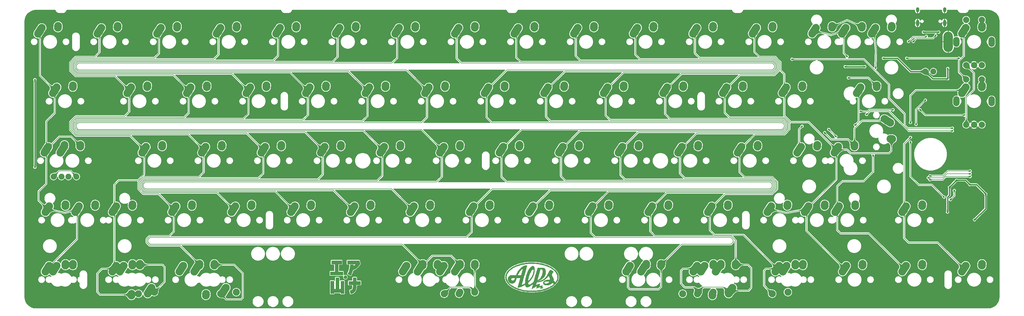
<source format=gbr>
%TF.GenerationSoftware,KiCad,Pcbnew,(5.1.11)-1*%
%TF.CreationDate,2022-11-09T22:12:28+07:00*%
%TF.ProjectId,Leopold Replacement,4c656f70-6f6c-4642-9052-65706c616365,rev?*%
%TF.SameCoordinates,Original*%
%TF.FileFunction,Copper,L1,Top*%
%TF.FilePolarity,Positive*%
%FSLAX46Y46*%
G04 Gerber Fmt 4.6, Leading zero omitted, Abs format (unit mm)*
G04 Created by KiCad (PCBNEW (5.1.11)-1) date 2022-11-09 22:12:28*
%MOMM*%
%LPD*%
G01*
G04 APERTURE LIST*
%TA.AperFunction,EtchedComponent*%
%ADD10C,0.010000*%
%TD*%
%TA.AperFunction,ComponentPad*%
%ADD11O,1.000000X2.100000*%
%TD*%
%TA.AperFunction,ComponentPad*%
%ADD12O,1.000000X1.600000*%
%TD*%
%TA.AperFunction,ComponentPad*%
%ADD13C,2.250000*%
%TD*%
%TA.AperFunction,ComponentPad*%
%ADD14C,1.905000*%
%TD*%
%TA.AperFunction,ComponentPad*%
%ADD15C,2.000000*%
%TD*%
%TA.AperFunction,ComponentPad*%
%ADD16O,2.000000X3.200000*%
%TD*%
%TA.AperFunction,ComponentPad*%
%ADD17O,3.000000X6.500000*%
%TD*%
%TA.AperFunction,ViaPad*%
%ADD18C,0.600000*%
%TD*%
%TA.AperFunction,Conductor*%
%ADD19C,0.400000*%
%TD*%
%TA.AperFunction,Conductor*%
%ADD20C,0.200000*%
%TD*%
%TA.AperFunction,Conductor*%
%ADD21C,0.100000*%
%TD*%
%TA.AperFunction,Conductor*%
%ADD22C,0.025400*%
%TD*%
G04 APERTURE END LIST*
D10*
%TO.C,G\u002A\u002A\u002A*%
G36*
X104874156Y-85214478D02*
G01*
X104966122Y-85240407D01*
X105049949Y-85281708D01*
X105124070Y-85336815D01*
X105186918Y-85404161D01*
X105236928Y-85482179D01*
X105272533Y-85569305D01*
X105292168Y-85663971D01*
X105295633Y-85725504D01*
X105286592Y-85825981D01*
X105259698Y-85919802D01*
X105215295Y-86006130D01*
X105153727Y-86084128D01*
X105144103Y-86093991D01*
X105069075Y-86156017D01*
X104984581Y-86202766D01*
X104893456Y-86233281D01*
X104798537Y-86246609D01*
X104704182Y-86242018D01*
X104607414Y-86219608D01*
X104520976Y-86181570D01*
X104442738Y-86126841D01*
X104407130Y-86093991D01*
X104343268Y-86017183D01*
X104296523Y-85931933D01*
X104267241Y-85839076D01*
X104255765Y-85739451D01*
X104255599Y-85725504D01*
X104264590Y-85626964D01*
X104290519Y-85534998D01*
X104331820Y-85451171D01*
X104386927Y-85377051D01*
X104454273Y-85314202D01*
X104532291Y-85264192D01*
X104619417Y-85228587D01*
X104714083Y-85208953D01*
X104775616Y-85205487D01*
X104874156Y-85214478D01*
G37*
X104874156Y-85214478D02*
X104966122Y-85240407D01*
X105049949Y-85281708D01*
X105124070Y-85336815D01*
X105186918Y-85404161D01*
X105236928Y-85482179D01*
X105272533Y-85569305D01*
X105292168Y-85663971D01*
X105295633Y-85725504D01*
X105286592Y-85825981D01*
X105259698Y-85919802D01*
X105215295Y-86006130D01*
X105153727Y-86084128D01*
X105144103Y-86093991D01*
X105069075Y-86156017D01*
X104984581Y-86202766D01*
X104893456Y-86233281D01*
X104798537Y-86246609D01*
X104704182Y-86242018D01*
X104607414Y-86219608D01*
X104520976Y-86181570D01*
X104442738Y-86126841D01*
X104407130Y-86093991D01*
X104343268Y-86017183D01*
X104296523Y-85931933D01*
X104267241Y-85839076D01*
X104255765Y-85739451D01*
X104255599Y-85725504D01*
X104264590Y-85626964D01*
X104290519Y-85534998D01*
X104331820Y-85451171D01*
X104386927Y-85377051D01*
X104454273Y-85314202D01*
X104532291Y-85264192D01*
X104619417Y-85228587D01*
X104714083Y-85208953D01*
X104775616Y-85205487D01*
X104874156Y-85214478D01*
G36*
X102719654Y-89554674D02*
G01*
X103009597Y-89557211D01*
X103299541Y-89559748D01*
X103299541Y-86961957D01*
X104344295Y-86961957D01*
X104344295Y-90968448D01*
X103299541Y-90968448D01*
X103299541Y-90652146D01*
X101085427Y-90652146D01*
X101085427Y-90968448D01*
X100040673Y-90968448D01*
X100040673Y-86961957D01*
X101085427Y-86961957D01*
X101085427Y-89559466D01*
X101670107Y-89559466D01*
X101670107Y-85888448D01*
X102714812Y-85888448D01*
X102719654Y-89554674D01*
G37*
X102719654Y-89554674D02*
X103009597Y-89557211D01*
X103299541Y-89559748D01*
X103299541Y-86961957D01*
X104344295Y-86961957D01*
X104344295Y-90968448D01*
X103299541Y-90968448D01*
X103299541Y-90652146D01*
X101085427Y-90652146D01*
X101085427Y-90968448D01*
X100040673Y-90968448D01*
X100040673Y-86961957D01*
X101085427Y-86961957D01*
X101085427Y-89559466D01*
X101670107Y-89559466D01*
X101670107Y-85888448D01*
X102714812Y-85888448D01*
X102719654Y-89554674D01*
G36*
X103635012Y-81527315D02*
G01*
X102503994Y-81527315D01*
X102503994Y-83981051D01*
X104027994Y-83981051D01*
X104027994Y-85073731D01*
X99935239Y-85073731D01*
X99935239Y-83981051D01*
X101449654Y-83981051D01*
X101449654Y-81527315D01*
X100328220Y-81527315D01*
X100328220Y-80425051D01*
X103635012Y-80425051D01*
X103635012Y-81527315D01*
G37*
X103635012Y-81527315D02*
X102503994Y-81527315D01*
X102503994Y-83981051D01*
X104027994Y-83981051D01*
X104027994Y-85073731D01*
X99935239Y-85073731D01*
X99935239Y-83981051D01*
X101449654Y-83981051D01*
X101449654Y-81527315D01*
X100328220Y-81527315D01*
X100328220Y-80425051D01*
X103635012Y-80425051D01*
X103635012Y-81527315D01*
G36*
X107255711Y-80425159D02*
G01*
X109112786Y-80425267D01*
X109471008Y-81406753D01*
X109407814Y-81511637D01*
X109234792Y-81782426D01*
X109051895Y-82036851D01*
X108859154Y-82274873D01*
X108656599Y-82496454D01*
X108609980Y-82543735D01*
X108469481Y-82678462D01*
X108331579Y-82798231D01*
X108192115Y-82906026D01*
X108046930Y-83004830D01*
X107891866Y-83097625D01*
X107722762Y-83187395D01*
X107689427Y-83203998D01*
X107636895Y-83229149D01*
X107578302Y-83255902D01*
X107516235Y-83283210D01*
X107453283Y-83310024D01*
X107392032Y-83335296D01*
X107335069Y-83357979D01*
X107284981Y-83377025D01*
X107244357Y-83391386D01*
X107215782Y-83400014D01*
X107201844Y-83401861D01*
X107201398Y-83401660D01*
X107195128Y-83390840D01*
X107185830Y-83366996D01*
X107176755Y-83339259D01*
X107167348Y-83309807D01*
X107160026Y-83289849D01*
X107156560Y-83283856D01*
X107153755Y-83293616D01*
X107147640Y-83318993D01*
X107138936Y-83356865D01*
X107128364Y-83404108D01*
X107119499Y-83444464D01*
X107053260Y-83723626D01*
X106979668Y-83986474D01*
X106898179Y-84234612D01*
X106808249Y-84469645D01*
X106709336Y-84693179D01*
X106667996Y-84778010D01*
X106639842Y-84833349D01*
X106608585Y-84893230D01*
X106575997Y-84954413D01*
X106543848Y-85013656D01*
X106513907Y-85067718D01*
X106487945Y-85113358D01*
X106467733Y-85147335D01*
X106458282Y-85161970D01*
X106454537Y-85164811D01*
X106447735Y-85165232D01*
X106436567Y-85162583D01*
X106419725Y-85156212D01*
X106395900Y-85145467D01*
X106363784Y-85129697D01*
X106322068Y-85108249D01*
X106269444Y-85080474D01*
X106204603Y-85045718D01*
X106126237Y-85003332D01*
X106033037Y-84952662D01*
X105981233Y-84924436D01*
X105515499Y-84670549D01*
X105606738Y-84519894D01*
X105717753Y-84323590D01*
X105817096Y-84120108D01*
X105905277Y-83907905D01*
X105982808Y-83685440D01*
X106050200Y-83451169D01*
X106107965Y-83203549D01*
X106156613Y-82941040D01*
X106179276Y-82792523D01*
X106194791Y-82672021D01*
X106209155Y-82538798D01*
X106222008Y-82397754D01*
X106232993Y-82253789D01*
X106241753Y-82111803D01*
X106247928Y-81976695D01*
X106251160Y-81853365D01*
X106251559Y-81803621D01*
X106251692Y-81701322D01*
X106321182Y-81705744D01*
X106346661Y-81707170D01*
X106387787Y-81709234D01*
X106442209Y-81711833D01*
X106507572Y-81714865D01*
X106581523Y-81718228D01*
X106661707Y-81721818D01*
X106745772Y-81725534D01*
X106831364Y-81729274D01*
X106916129Y-81732935D01*
X106997714Y-81736414D01*
X107073765Y-81739609D01*
X107141928Y-81742419D01*
X107199850Y-81744740D01*
X107245178Y-81746470D01*
X107275557Y-81747507D01*
X107287401Y-81747768D01*
X107318332Y-81747768D01*
X107312063Y-81865183D01*
X107308855Y-81923936D01*
X107305229Y-81988266D01*
X107301713Y-82048893D01*
X107299697Y-82082562D01*
X107293600Y-82182525D01*
X107350136Y-82150937D01*
X107416996Y-82111369D01*
X107492554Y-82062977D01*
X107571136Y-82009618D01*
X107647066Y-81955153D01*
X107714671Y-81903441D01*
X107718182Y-81900636D01*
X107757870Y-81867413D01*
X107804137Y-81826389D01*
X107854186Y-81780276D01*
X107905223Y-81731792D01*
X107954449Y-81683651D01*
X107999069Y-81638569D01*
X108036287Y-81599260D01*
X108063306Y-81568440D01*
X108072354Y-81556730D01*
X108093299Y-81527315D01*
X105398635Y-81527315D01*
X105398635Y-80425051D01*
X107255711Y-80425159D01*
G37*
X107255711Y-80425159D02*
X109112786Y-80425267D01*
X109471008Y-81406753D01*
X109407814Y-81511637D01*
X109234792Y-81782426D01*
X109051895Y-82036851D01*
X108859154Y-82274873D01*
X108656599Y-82496454D01*
X108609980Y-82543735D01*
X108469481Y-82678462D01*
X108331579Y-82798231D01*
X108192115Y-82906026D01*
X108046930Y-83004830D01*
X107891866Y-83097625D01*
X107722762Y-83187395D01*
X107689427Y-83203998D01*
X107636895Y-83229149D01*
X107578302Y-83255902D01*
X107516235Y-83283210D01*
X107453283Y-83310024D01*
X107392032Y-83335296D01*
X107335069Y-83357979D01*
X107284981Y-83377025D01*
X107244357Y-83391386D01*
X107215782Y-83400014D01*
X107201844Y-83401861D01*
X107201398Y-83401660D01*
X107195128Y-83390840D01*
X107185830Y-83366996D01*
X107176755Y-83339259D01*
X107167348Y-83309807D01*
X107160026Y-83289849D01*
X107156560Y-83283856D01*
X107153755Y-83293616D01*
X107147640Y-83318993D01*
X107138936Y-83356865D01*
X107128364Y-83404108D01*
X107119499Y-83444464D01*
X107053260Y-83723626D01*
X106979668Y-83986474D01*
X106898179Y-84234612D01*
X106808249Y-84469645D01*
X106709336Y-84693179D01*
X106667996Y-84778010D01*
X106639842Y-84833349D01*
X106608585Y-84893230D01*
X106575997Y-84954413D01*
X106543848Y-85013656D01*
X106513907Y-85067718D01*
X106487945Y-85113358D01*
X106467733Y-85147335D01*
X106458282Y-85161970D01*
X106454537Y-85164811D01*
X106447735Y-85165232D01*
X106436567Y-85162583D01*
X106419725Y-85156212D01*
X106395900Y-85145467D01*
X106363784Y-85129697D01*
X106322068Y-85108249D01*
X106269444Y-85080474D01*
X106204603Y-85045718D01*
X106126237Y-85003332D01*
X106033037Y-84952662D01*
X105981233Y-84924436D01*
X105515499Y-84670549D01*
X105606738Y-84519894D01*
X105717753Y-84323590D01*
X105817096Y-84120108D01*
X105905277Y-83907905D01*
X105982808Y-83685440D01*
X106050200Y-83451169D01*
X106107965Y-83203549D01*
X106156613Y-82941040D01*
X106179276Y-82792523D01*
X106194791Y-82672021D01*
X106209155Y-82538798D01*
X106222008Y-82397754D01*
X106232993Y-82253789D01*
X106241753Y-82111803D01*
X106247928Y-81976695D01*
X106251160Y-81853365D01*
X106251559Y-81803621D01*
X106251692Y-81701322D01*
X106321182Y-81705744D01*
X106346661Y-81707170D01*
X106387787Y-81709234D01*
X106442209Y-81711833D01*
X106507572Y-81714865D01*
X106581523Y-81718228D01*
X106661707Y-81721818D01*
X106745772Y-81725534D01*
X106831364Y-81729274D01*
X106916129Y-81732935D01*
X106997714Y-81736414D01*
X107073765Y-81739609D01*
X107141928Y-81742419D01*
X107199850Y-81744740D01*
X107245178Y-81746470D01*
X107275557Y-81747507D01*
X107287401Y-81747768D01*
X107318332Y-81747768D01*
X107312063Y-81865183D01*
X107308855Y-81923936D01*
X107305229Y-81988266D01*
X107301713Y-82048893D01*
X107299697Y-82082562D01*
X107293600Y-82182525D01*
X107350136Y-82150937D01*
X107416996Y-82111369D01*
X107492554Y-82062977D01*
X107571136Y-82009618D01*
X107647066Y-81955153D01*
X107714671Y-81903441D01*
X107718182Y-81900636D01*
X107757870Y-81867413D01*
X107804137Y-81826389D01*
X107854186Y-81780276D01*
X107905223Y-81731792D01*
X107954449Y-81683651D01*
X107999069Y-81638569D01*
X108036287Y-81599260D01*
X108063306Y-81568440D01*
X108072354Y-81556730D01*
X108093299Y-81527315D01*
X105398635Y-81527315D01*
X105398635Y-80425051D01*
X107255711Y-80425159D01*
G36*
X108245352Y-87038636D02*
G01*
X109615994Y-87038636D01*
X109615994Y-88140900D01*
X108245352Y-88140900D01*
X108245219Y-88291863D01*
X108243706Y-88414847D01*
X108239557Y-88545956D01*
X108233053Y-88681184D01*
X108224471Y-88816527D01*
X108214091Y-88947980D01*
X108202192Y-89071537D01*
X108189051Y-89183195D01*
X108177662Y-89262334D01*
X108151736Y-89398919D01*
X108117204Y-89540383D01*
X108075630Y-89681760D01*
X108028579Y-89818082D01*
X107977616Y-89944384D01*
X107933126Y-90038712D01*
X107849959Y-90187065D01*
X107757294Y-90323711D01*
X107651754Y-90453250D01*
X107549579Y-90561026D01*
X107436879Y-90662471D01*
X107315511Y-90751370D01*
X107184009Y-90828416D01*
X107040908Y-90894299D01*
X106884743Y-90949712D01*
X106714050Y-90995346D01*
X106566047Y-91025277D01*
X106514382Y-91034424D01*
X106478563Y-91040388D01*
X106455527Y-91043130D01*
X106442212Y-91042611D01*
X106435553Y-91038793D01*
X106432488Y-91031637D01*
X106430583Y-91023561D01*
X106426361Y-91005240D01*
X106418777Y-90971126D01*
X106408265Y-90923236D01*
X106395259Y-90863588D01*
X106380191Y-90794201D01*
X106363497Y-90717092D01*
X106345611Y-90634280D01*
X106326965Y-90547784D01*
X106307994Y-90459620D01*
X106289132Y-90371808D01*
X106270812Y-90286365D01*
X106253468Y-90205309D01*
X106237535Y-90130660D01*
X106223446Y-90064434D01*
X106211635Y-90008650D01*
X106202535Y-89965327D01*
X106196581Y-89936482D01*
X106194206Y-89924133D01*
X106194182Y-89923870D01*
X106203581Y-89919934D01*
X106231073Y-89916933D01*
X106275602Y-89914934D01*
X106336110Y-89914002D01*
X106354729Y-89913942D01*
X106456380Y-89911654D01*
X106542291Y-89904395D01*
X106615462Y-89891232D01*
X106678896Y-89871229D01*
X106735591Y-89843450D01*
X106788549Y-89806961D01*
X106838236Y-89763277D01*
X106917013Y-89677441D01*
X106983614Y-89582526D01*
X107039392Y-89476112D01*
X107085701Y-89355779D01*
X107108157Y-89280846D01*
X107129972Y-89192518D01*
X107148089Y-89099595D01*
X107162716Y-88999878D01*
X107174058Y-88891170D01*
X107182320Y-88771272D01*
X107187708Y-88637987D01*
X107190429Y-88489116D01*
X107190864Y-88397297D01*
X107191012Y-88140900D01*
X105820371Y-88140900D01*
X105820371Y-87038636D01*
X107191012Y-87038636D01*
X107191012Y-85888448D01*
X108245352Y-85888448D01*
X108245352Y-87038636D01*
G37*
X108245352Y-87038636D02*
X109615994Y-87038636D01*
X109615994Y-88140900D01*
X108245352Y-88140900D01*
X108245219Y-88291863D01*
X108243706Y-88414847D01*
X108239557Y-88545956D01*
X108233053Y-88681184D01*
X108224471Y-88816527D01*
X108214091Y-88947980D01*
X108202192Y-89071537D01*
X108189051Y-89183195D01*
X108177662Y-89262334D01*
X108151736Y-89398919D01*
X108117204Y-89540383D01*
X108075630Y-89681760D01*
X108028579Y-89818082D01*
X107977616Y-89944384D01*
X107933126Y-90038712D01*
X107849959Y-90187065D01*
X107757294Y-90323711D01*
X107651754Y-90453250D01*
X107549579Y-90561026D01*
X107436879Y-90662471D01*
X107315511Y-90751370D01*
X107184009Y-90828416D01*
X107040908Y-90894299D01*
X106884743Y-90949712D01*
X106714050Y-90995346D01*
X106566047Y-91025277D01*
X106514382Y-91034424D01*
X106478563Y-91040388D01*
X106455527Y-91043130D01*
X106442212Y-91042611D01*
X106435553Y-91038793D01*
X106432488Y-91031637D01*
X106430583Y-91023561D01*
X106426361Y-91005240D01*
X106418777Y-90971126D01*
X106408265Y-90923236D01*
X106395259Y-90863588D01*
X106380191Y-90794201D01*
X106363497Y-90717092D01*
X106345611Y-90634280D01*
X106326965Y-90547784D01*
X106307994Y-90459620D01*
X106289132Y-90371808D01*
X106270812Y-90286365D01*
X106253468Y-90205309D01*
X106237535Y-90130660D01*
X106223446Y-90064434D01*
X106211635Y-90008650D01*
X106202535Y-89965327D01*
X106196581Y-89936482D01*
X106194206Y-89924133D01*
X106194182Y-89923870D01*
X106203581Y-89919934D01*
X106231073Y-89916933D01*
X106275602Y-89914934D01*
X106336110Y-89914002D01*
X106354729Y-89913942D01*
X106456380Y-89911654D01*
X106542291Y-89904395D01*
X106615462Y-89891232D01*
X106678896Y-89871229D01*
X106735591Y-89843450D01*
X106788549Y-89806961D01*
X106838236Y-89763277D01*
X106917013Y-89677441D01*
X106983614Y-89582526D01*
X107039392Y-89476112D01*
X107085701Y-89355779D01*
X107108157Y-89280846D01*
X107129972Y-89192518D01*
X107148089Y-89099595D01*
X107162716Y-88999878D01*
X107174058Y-88891170D01*
X107182320Y-88771272D01*
X107187708Y-88637987D01*
X107190429Y-88489116D01*
X107190864Y-88397297D01*
X107191012Y-88140900D01*
X105820371Y-88140900D01*
X105820371Y-87038636D01*
X107191012Y-87038636D01*
X107191012Y-85888448D01*
X108245352Y-85888448D01*
X108245352Y-87038636D01*
G36*
X164532181Y-81065539D02*
G01*
X164947911Y-81076612D01*
X165356117Y-81098394D01*
X165744379Y-81129605D01*
X166127531Y-81170538D01*
X166505074Y-81220984D01*
X166876505Y-81280734D01*
X167241326Y-81349580D01*
X167599034Y-81427314D01*
X167949131Y-81513726D01*
X168291114Y-81608608D01*
X168624483Y-81711752D01*
X168948738Y-81822949D01*
X169263378Y-81941990D01*
X169567902Y-82068667D01*
X169861810Y-82202772D01*
X170144601Y-82344096D01*
X170415775Y-82492430D01*
X170674831Y-82647565D01*
X170921267Y-82809294D01*
X171154585Y-82977408D01*
X171374283Y-83151698D01*
X171579860Y-83331955D01*
X171770815Y-83517971D01*
X171946649Y-83709538D01*
X172106861Y-83906446D01*
X172111560Y-83912617D01*
X172251331Y-84108940D01*
X172374447Y-84307904D01*
X172480922Y-84509171D01*
X172570769Y-84712403D01*
X172644002Y-84917264D01*
X172700636Y-85123416D01*
X172740684Y-85330522D01*
X172764161Y-85538245D01*
X172771080Y-85746247D01*
X172761456Y-85954190D01*
X172735302Y-86161738D01*
X172692632Y-86368554D01*
X172633461Y-86574299D01*
X172557802Y-86778638D01*
X172465670Y-86981231D01*
X172357077Y-87181743D01*
X172232039Y-87379835D01*
X172090570Y-87575171D01*
X171952683Y-87744299D01*
X171778877Y-87934777D01*
X171589391Y-88120132D01*
X171384763Y-88300111D01*
X171165533Y-88474457D01*
X170932239Y-88642915D01*
X170685419Y-88805229D01*
X170425613Y-88961146D01*
X170153359Y-89110408D01*
X169869197Y-89252761D01*
X169573664Y-89387949D01*
X169267299Y-89515718D01*
X168950642Y-89635811D01*
X168624231Y-89747974D01*
X168288604Y-89851951D01*
X167944301Y-89947487D01*
X167591860Y-90034326D01*
X167231820Y-90112213D01*
X166864720Y-90180893D01*
X166782067Y-90194907D01*
X166461587Y-90244706D01*
X166142085Y-90287135D01*
X165819710Y-90322601D01*
X165490612Y-90351510D01*
X165150941Y-90374267D01*
X165008984Y-90381852D01*
X164964572Y-90383653D01*
X164905938Y-90385410D01*
X164835394Y-90387097D01*
X164755252Y-90388690D01*
X164667823Y-90390164D01*
X164575421Y-90391494D01*
X164480357Y-90392656D01*
X164384943Y-90393625D01*
X164291491Y-90394375D01*
X164202313Y-90394884D01*
X164119722Y-90395125D01*
X164046028Y-90395074D01*
X163983545Y-90394706D01*
X163934584Y-90393996D01*
X163916783Y-90393534D01*
X163882157Y-90392329D01*
X163834411Y-90390509D01*
X163777340Y-90388229D01*
X163714740Y-90385640D01*
X163650406Y-90382897D01*
X163620450Y-90381589D01*
X163238193Y-90359981D01*
X162860954Y-90329169D01*
X162489134Y-90289350D01*
X162123136Y-90240725D01*
X161763362Y-90183494D01*
X161410213Y-90117855D01*
X161064092Y-90044008D01*
X160725400Y-89962153D01*
X160394540Y-89872489D01*
X160071913Y-89775216D01*
X159757922Y-89670533D01*
X159452969Y-89558640D01*
X159157454Y-89439736D01*
X158871782Y-89314021D01*
X158596352Y-89181694D01*
X158331568Y-89042955D01*
X158077832Y-88898004D01*
X157835544Y-88747039D01*
X157605108Y-88590261D01*
X157386925Y-88427869D01*
X157181398Y-88260062D01*
X156988927Y-88087040D01*
X156809916Y-87909002D01*
X156644766Y-87726149D01*
X156493879Y-87538679D01*
X156357657Y-87346792D01*
X156236502Y-87150687D01*
X156130817Y-86950565D01*
X156041002Y-86746624D01*
X155984367Y-86591489D01*
X155923538Y-86383154D01*
X155879555Y-86174213D01*
X155852358Y-85964985D01*
X155841884Y-85755788D01*
X155843913Y-85687321D01*
X156171635Y-85687321D01*
X156176347Y-85882885D01*
X156197707Y-86078290D01*
X156235748Y-86273189D01*
X156290505Y-86467233D01*
X156362012Y-86660078D01*
X156450302Y-86851376D01*
X156462812Y-86875723D01*
X156571242Y-87066934D01*
X156696215Y-87255273D01*
X156837550Y-87440533D01*
X156995065Y-87622505D01*
X157168580Y-87800979D01*
X157357915Y-87975746D01*
X157558317Y-88142966D01*
X157770545Y-88303341D01*
X157998187Y-88459376D01*
X158240149Y-88610512D01*
X158495338Y-88756188D01*
X158762661Y-88895842D01*
X159041026Y-89028915D01*
X159329340Y-89154846D01*
X159626508Y-89273074D01*
X159931439Y-89383038D01*
X160060217Y-89426184D01*
X160449499Y-89545893D01*
X160849746Y-89653702D01*
X161259711Y-89749444D01*
X161678147Y-89832951D01*
X162103808Y-89904055D01*
X162535448Y-89962587D01*
X162971820Y-90008382D01*
X163411677Y-90041269D01*
X163853773Y-90061083D01*
X164296862Y-90067654D01*
X164739697Y-90060815D01*
X164767684Y-90059928D01*
X165223148Y-90038597D01*
X165671120Y-90004692D01*
X166111165Y-89958310D01*
X166542845Y-89899551D01*
X166965723Y-89828513D01*
X167379361Y-89745295D01*
X167783324Y-89649994D01*
X168177174Y-89542709D01*
X168560474Y-89423539D01*
X168932787Y-89292583D01*
X169293676Y-89149938D01*
X169642704Y-88995703D01*
X169779950Y-88930273D01*
X169989022Y-88824525D01*
X170194055Y-88713115D01*
X170393197Y-88597233D01*
X170584596Y-88478066D01*
X170766400Y-88356800D01*
X170936757Y-88234624D01*
X171093814Y-88112725D01*
X171217254Y-88008652D01*
X171274491Y-87958302D01*
X171240032Y-87893634D01*
X171181298Y-87795985D01*
X171109741Y-87698183D01*
X171028801Y-87604805D01*
X171003387Y-87578524D01*
X170969846Y-87545276D01*
X170938378Y-87515070D01*
X170911873Y-87490611D01*
X170893222Y-87474607D01*
X170888947Y-87471408D01*
X170863411Y-87453867D01*
X170804281Y-87525857D01*
X170694996Y-87645934D01*
X170571825Y-87757423D01*
X170435801Y-87859752D01*
X170287952Y-87952350D01*
X170129310Y-88034646D01*
X169960905Y-88106066D01*
X169783768Y-88166041D01*
X169598929Y-88213997D01*
X169542041Y-88225973D01*
X169361617Y-88255880D01*
X169179401Y-88274367D01*
X168998586Y-88281349D01*
X168822363Y-88276739D01*
X168653924Y-88260451D01*
X168594617Y-88251515D01*
X168463883Y-88223905D01*
X168347049Y-88186808D01*
X168243897Y-88140087D01*
X168154208Y-88083604D01*
X168077764Y-88017222D01*
X168014348Y-87940803D01*
X167963815Y-87854366D01*
X167940804Y-87803889D01*
X167924015Y-87758889D01*
X167912533Y-87714887D01*
X167905446Y-87667401D01*
X167901840Y-87611949D01*
X167900801Y-87545333D01*
X167901104Y-87490979D01*
X167901831Y-87468154D01*
X168217933Y-87468154D01*
X168222526Y-87530671D01*
X168237293Y-87582737D01*
X168263947Y-87628567D01*
X168298922Y-87667402D01*
X168329622Y-87693141D01*
X168365030Y-87715113D01*
X168407505Y-87734201D01*
X168459410Y-87751285D01*
X168523106Y-87767248D01*
X168600953Y-87782970D01*
X168615784Y-87785686D01*
X168640193Y-87787996D01*
X168677961Y-87789027D01*
X168725573Y-87788912D01*
X168779514Y-87787786D01*
X168836269Y-87785782D01*
X168892321Y-87783035D01*
X168944157Y-87779678D01*
X168988261Y-87775846D01*
X169021118Y-87771673D01*
X169030650Y-87769866D01*
X169159705Y-87733492D01*
X169285604Y-87683241D01*
X169290809Y-87680819D01*
X169389722Y-87626052D01*
X169485619Y-87556545D01*
X169576350Y-87474469D01*
X169659763Y-87381995D01*
X169733709Y-87281295D01*
X169796037Y-87174538D01*
X169799872Y-87166967D01*
X169816012Y-87133994D01*
X169824905Y-87112977D01*
X169827353Y-87100976D01*
X169824159Y-87095051D01*
X169820001Y-87093228D01*
X169799515Y-87089097D01*
X169764652Y-87084342D01*
X169717949Y-87079187D01*
X169661942Y-87073852D01*
X169599165Y-87068560D01*
X169532156Y-87063532D01*
X169463449Y-87058990D01*
X169395582Y-87055157D01*
X169371365Y-87053971D01*
X169243458Y-87049932D01*
X169116506Y-87049641D01*
X168993065Y-87052943D01*
X168875693Y-87059685D01*
X168766945Y-87069714D01*
X168669379Y-87082876D01*
X168585550Y-87099019D01*
X168573698Y-87101840D01*
X168486187Y-87130137D01*
X168407960Y-87169303D01*
X168340658Y-87218159D01*
X168285920Y-87275528D01*
X168247370Y-87336200D01*
X168232559Y-87367435D01*
X168223736Y-87392463D01*
X168219387Y-87418070D01*
X168217998Y-87451041D01*
X168217933Y-87468154D01*
X167901831Y-87468154D01*
X167902430Y-87449357D01*
X167905183Y-87416275D01*
X167909767Y-87387542D01*
X167916586Y-87358968D01*
X167919944Y-87346944D01*
X167956149Y-87248489D01*
X168006488Y-87156553D01*
X168071358Y-87070727D01*
X168151153Y-86990602D01*
X168246268Y-86915769D01*
X168357098Y-86845822D01*
X168453557Y-86794953D01*
X168570591Y-86743206D01*
X168695453Y-86698961D01*
X168829223Y-86662037D01*
X168972980Y-86632256D01*
X169127803Y-86609440D01*
X169294770Y-86593409D01*
X169474961Y-86583985D01*
X169669455Y-86580989D01*
X169741850Y-86581434D01*
X170000083Y-86584366D01*
X170010307Y-86520866D01*
X170019385Y-86449030D01*
X170025036Y-86370712D01*
X170027153Y-86291240D01*
X170025632Y-86215945D01*
X170020367Y-86150158D01*
X170017968Y-86132592D01*
X170001417Y-86052306D01*
X169975652Y-85962827D01*
X169942203Y-85868053D01*
X169902598Y-85771882D01*
X169858366Y-85678211D01*
X169811036Y-85590937D01*
X169795003Y-85564213D01*
X169777746Y-85537153D01*
X169755628Y-85503837D01*
X169730394Y-85466738D01*
X169703791Y-85428330D01*
X169677562Y-85391089D01*
X169653455Y-85357488D01*
X169633215Y-85330002D01*
X169618588Y-85311105D01*
X169611319Y-85303271D01*
X169610897Y-85303256D01*
X169534630Y-85395135D01*
X169466812Y-85475874D01*
X169405464Y-85547674D01*
X169348606Y-85612738D01*
X169294260Y-85673267D01*
X169240446Y-85731462D01*
X169185185Y-85789526D01*
X169126498Y-85849659D01*
X169062406Y-85914064D01*
X169056712Y-85919740D01*
X168958806Y-86015067D01*
X168853312Y-86113812D01*
X168744467Y-86212166D01*
X168636507Y-86306322D01*
X168533671Y-86392474D01*
X168501484Y-86418577D01*
X168416098Y-86483633D01*
X168317581Y-86552553D01*
X168208804Y-86623664D01*
X168092636Y-86695290D01*
X167971949Y-86765757D01*
X167849612Y-86833389D01*
X167728497Y-86896514D01*
X167611473Y-86953455D01*
X167501412Y-87002539D01*
X167498184Y-87003899D01*
X167382037Y-87049452D01*
X167252485Y-87094394D01*
X167113050Y-87137777D01*
X166967256Y-87178656D01*
X166818626Y-87216085D01*
X166670685Y-87249118D01*
X166526956Y-87276807D01*
X166414450Y-87294901D01*
X166367495Y-87300908D01*
X166307049Y-87307436D01*
X166236537Y-87314191D01*
X166159381Y-87320878D01*
X166079006Y-87327202D01*
X165998834Y-87332871D01*
X165922290Y-87337588D01*
X165910278Y-87338253D01*
X165808273Y-87343798D01*
X165678463Y-87800478D01*
X165654487Y-87885161D01*
X165632094Y-87964898D01*
X165611685Y-88038217D01*
X165593662Y-88103646D01*
X165578426Y-88159711D01*
X165566377Y-88204940D01*
X165557917Y-88237862D01*
X165553447Y-88257002D01*
X165552903Y-88261407D01*
X165561474Y-88259280D01*
X165583358Y-88251066D01*
X165616430Y-88237644D01*
X165658569Y-88219889D01*
X165707650Y-88198680D01*
X165750851Y-88179653D01*
X165868355Y-88127995D01*
X165972959Y-88083197D01*
X166066856Y-88044439D01*
X166152239Y-88010903D01*
X166231299Y-87981768D01*
X166306230Y-87956217D01*
X166379223Y-87933430D01*
X166452473Y-87912587D01*
X166497872Y-87900567D01*
X166548918Y-87888142D01*
X166588806Y-87880469D01*
X166622410Y-87876847D01*
X166654604Y-87876578D01*
X166662656Y-87876935D01*
X166717211Y-87884324D01*
X166763363Y-87899601D01*
X166798353Y-87921544D01*
X166817781Y-87945518D01*
X166825290Y-87963604D01*
X166828984Y-87983330D01*
X166828369Y-88006563D01*
X166822952Y-88035171D01*
X166812239Y-88071023D01*
X166795734Y-88115985D01*
X166772943Y-88171926D01*
X166743373Y-88240713D01*
X166734015Y-88262066D01*
X166709542Y-88318348D01*
X166687193Y-88370902D01*
X166667949Y-88417326D01*
X166652792Y-88455219D01*
X166642704Y-88482180D01*
X166638792Y-88494987D01*
X166638670Y-88532863D01*
X166653324Y-88563207D01*
X166681155Y-88584207D01*
X166690650Y-88588448D01*
X166700130Y-88591213D01*
X166711726Y-88592170D01*
X166727566Y-88590988D01*
X166749779Y-88587336D01*
X166780495Y-88580884D01*
X166821843Y-88571300D01*
X166875952Y-88558254D01*
X166924764Y-88546346D01*
X167027745Y-88521563D01*
X167116519Y-88501095D01*
X167193158Y-88484581D01*
X167259731Y-88471658D01*
X167318306Y-88461965D01*
X167370954Y-88455140D01*
X167419743Y-88450821D01*
X167466743Y-88448646D01*
X167485484Y-88448296D01*
X167533709Y-88448152D01*
X167568391Y-88449231D01*
X167592898Y-88451862D01*
X167610597Y-88456376D01*
X167622467Y-88461757D01*
X167639214Y-88472477D01*
X167650802Y-88484780D01*
X167656901Y-88500409D01*
X167657178Y-88521112D01*
X167651303Y-88548633D01*
X167638946Y-88584718D01*
X167619776Y-88631113D01*
X167593461Y-88689564D01*
X167569603Y-88740739D01*
X167539484Y-88805416D01*
X167516431Y-88856850D01*
X167499943Y-88896946D01*
X167489521Y-88927609D01*
X167484666Y-88950747D01*
X167484878Y-88968266D01*
X167489658Y-88982070D01*
X167498507Y-88994067D01*
X167502222Y-88997941D01*
X167515124Y-89009734D01*
X167527505Y-89016128D01*
X167544422Y-89018184D01*
X167570930Y-89016964D01*
X167586707Y-89015682D01*
X167620879Y-89010892D01*
X167664700Y-89002053D01*
X167711788Y-88990555D01*
X167744592Y-88981271D01*
X167782197Y-88970119D01*
X167813355Y-88961352D01*
X167834823Y-88955849D01*
X167843360Y-88954487D01*
X167841181Y-88962714D01*
X167833489Y-88983132D01*
X167821679Y-89012471D01*
X167807141Y-89047461D01*
X167791268Y-89084831D01*
X167775453Y-89121311D01*
X167761087Y-89153630D01*
X167749564Y-89178519D01*
X167742276Y-89192707D01*
X167741333Y-89194127D01*
X167725849Y-89204942D01*
X167695873Y-89217482D01*
X167653699Y-89231263D01*
X167601626Y-89245802D01*
X167541949Y-89260616D01*
X167476965Y-89275222D01*
X167408968Y-89289136D01*
X167340257Y-89301875D01*
X167273127Y-89312956D01*
X167209874Y-89321896D01*
X167152794Y-89328211D01*
X167104184Y-89331418D01*
X167087550Y-89331722D01*
X167036250Y-89326817D01*
X166997227Y-89312551D01*
X166971340Y-89289638D01*
X166959448Y-89258793D01*
X166961039Y-89226612D01*
X166966271Y-89209659D01*
X166976967Y-89180756D01*
X166991751Y-89143442D01*
X167009242Y-89101257D01*
X167016422Y-89084429D01*
X167038857Y-89030677D01*
X167054079Y-88989529D01*
X167062542Y-88958489D01*
X167064700Y-88935061D01*
X167061005Y-88916750D01*
X167051911Y-88901061D01*
X167050143Y-88898821D01*
X167040938Y-88889187D01*
X167029797Y-88883334D01*
X167012645Y-88880404D01*
X166985408Y-88879542D01*
X166959126Y-88879699D01*
X166905504Y-88882885D01*
X166846403Y-88891715D01*
X166776937Y-88906925D01*
X166775254Y-88907337D01*
X166696207Y-88928342D01*
X166605424Y-88955192D01*
X166506538Y-88986620D01*
X166403180Y-89021362D01*
X166298982Y-89058151D01*
X166197576Y-89095721D01*
X166102595Y-89132805D01*
X166017670Y-89168138D01*
X165982581Y-89183636D01*
X165938431Y-89203226D01*
X165906005Y-89216444D01*
X165881805Y-89224336D01*
X165862331Y-89227943D01*
X165844087Y-89228310D01*
X165834986Y-89227665D01*
X165805042Y-89222547D01*
X165783863Y-89211368D01*
X165769370Y-89197287D01*
X165757431Y-89182139D01*
X165749802Y-89166533D01*
X165746898Y-89148379D01*
X165749138Y-89125584D01*
X165756938Y-89096059D01*
X165770716Y-89057710D01*
X165790889Y-89008447D01*
X165817873Y-88946178D01*
X165820779Y-88939573D01*
X165848472Y-88876238D01*
X165869741Y-88826273D01*
X165885232Y-88787660D01*
X165895591Y-88758383D01*
X165901464Y-88736425D01*
X165903498Y-88719770D01*
X165902340Y-88706400D01*
X165899045Y-88695359D01*
X165882280Y-88674182D01*
X165852213Y-88660994D01*
X165810499Y-88655837D01*
X165758788Y-88658752D01*
X165698731Y-88669780D01*
X165632671Y-88688732D01*
X165559381Y-88716339D01*
X165474563Y-88753828D01*
X165379743Y-88800292D01*
X165276443Y-88854825D01*
X165166190Y-88916522D01*
X165050507Y-88984476D01*
X164930919Y-89057781D01*
X164808952Y-89135531D01*
X164686128Y-89216820D01*
X164563974Y-89300742D01*
X164444014Y-89386391D01*
X164382450Y-89431725D01*
X164334258Y-89467514D01*
X164290739Y-89499650D01*
X164253666Y-89526839D01*
X164224812Y-89547788D01*
X164205948Y-89561202D01*
X164198847Y-89565787D01*
X164198840Y-89565783D01*
X164200972Y-89557724D01*
X164207408Y-89534654D01*
X164217783Y-89497840D01*
X164231738Y-89448551D01*
X164248909Y-89388051D01*
X164268934Y-89317610D01*
X164291452Y-89238494D01*
X164316101Y-89151970D01*
X164342518Y-89059306D01*
X164370341Y-88961769D01*
X164399209Y-88860626D01*
X164428759Y-88757144D01*
X164458630Y-88652591D01*
X164488458Y-88548233D01*
X164517884Y-88445339D01*
X164546543Y-88345174D01*
X164574075Y-88249008D01*
X164600117Y-88158106D01*
X164624307Y-88073735D01*
X164646283Y-87997164D01*
X164665684Y-87929659D01*
X164682146Y-87872488D01*
X164695309Y-87826918D01*
X164704810Y-87794215D01*
X164709532Y-87778166D01*
X164705592Y-87778061D01*
X164691511Y-87788384D01*
X164669115Y-87807586D01*
X164640230Y-87834117D01*
X164614132Y-87859133D01*
X164504364Y-87962091D01*
X164386555Y-88065182D01*
X164262441Y-88167241D01*
X164133756Y-88267101D01*
X164002235Y-88363595D01*
X163869611Y-88455557D01*
X163737621Y-88541820D01*
X163607998Y-88621219D01*
X163482477Y-88692586D01*
X163362793Y-88754756D01*
X163250680Y-88806561D01*
X163147872Y-88846835D01*
X163142691Y-88848634D01*
X163023656Y-88884760D01*
X162913660Y-88907601D01*
X162811249Y-88917166D01*
X162714971Y-88913464D01*
X162623373Y-88896503D01*
X162535003Y-88866291D01*
X162503882Y-88852259D01*
X162440483Y-88813959D01*
X162379924Y-88762537D01*
X162325984Y-88701780D01*
X162282444Y-88635474D01*
X162276812Y-88624833D01*
X162245230Y-88554200D01*
X162215692Y-88471071D01*
X162189458Y-88379867D01*
X162167787Y-88285006D01*
X162151937Y-88190908D01*
X162150816Y-88182449D01*
X162146985Y-88157671D01*
X162143287Y-88141535D01*
X162141400Y-88137999D01*
X162133136Y-88142069D01*
X162113246Y-88153175D01*
X162084640Y-88169660D01*
X162050224Y-88189869D01*
X162047241Y-88191636D01*
X161802559Y-88330559D01*
X161553665Y-88460037D01*
X161305924Y-88577294D01*
X161275908Y-88590686D01*
X161084124Y-88672821D01*
X160902438Y-88744490D01*
X160728239Y-88806425D01*
X160558919Y-88859353D01*
X160391868Y-88904003D01*
X160224477Y-88941103D01*
X160054136Y-88971383D01*
X159878236Y-88995571D01*
X159791649Y-89005171D01*
X159763535Y-89007183D01*
X159749429Y-89005592D01*
X159746722Y-89000069D01*
X159746892Y-88999528D01*
X159749530Y-88990401D01*
X159756525Y-88965784D01*
X159767647Y-88926486D01*
X159782669Y-88873317D01*
X159801362Y-88807087D01*
X159823498Y-88728606D01*
X159848849Y-88638685D01*
X159877187Y-88538132D01*
X159908283Y-88427759D01*
X159941909Y-88308376D01*
X159977836Y-88180791D01*
X160015838Y-88045816D01*
X160055684Y-87904261D01*
X160097147Y-87756935D01*
X160140000Y-87604648D01*
X160174554Y-87481833D01*
X160218338Y-87326212D01*
X160260912Y-87174916D01*
X160302049Y-87028752D01*
X160341520Y-86888532D01*
X160379096Y-86755065D01*
X160414550Y-86629162D01*
X160447653Y-86511632D01*
X160478177Y-86403286D01*
X160505893Y-86304933D01*
X160530575Y-86217384D01*
X160551992Y-86141447D01*
X160569918Y-86077935D01*
X160584124Y-86027655D01*
X160594381Y-85991420D01*
X160600462Y-85970037D01*
X160602162Y-85964183D01*
X160599758Y-85962054D01*
X160590329Y-85960212D01*
X160572890Y-85958639D01*
X160546456Y-85957317D01*
X160510042Y-85956229D01*
X160462663Y-85955356D01*
X160403334Y-85954681D01*
X160331070Y-85954186D01*
X160244887Y-85953853D01*
X160143798Y-85953663D01*
X160026820Y-85953600D01*
X159433015Y-85953600D01*
X159353862Y-86188550D01*
X159306828Y-86326475D01*
X159262513Y-86453012D01*
X159221301Y-86567114D01*
X159183575Y-86667735D01*
X159149716Y-86753829D01*
X159128196Y-86805652D01*
X159055974Y-86963175D01*
X158980873Y-87104188D01*
X158902731Y-87228896D01*
X158821386Y-87337501D01*
X158736675Y-87430208D01*
X158648436Y-87507221D01*
X158556506Y-87568744D01*
X158495513Y-87600150D01*
X158419836Y-87632777D01*
X158350253Y-87657913D01*
X158282361Y-87676531D01*
X158211753Y-87689602D01*
X158134025Y-87698096D01*
X158044771Y-87702986D01*
X158026436Y-87703579D01*
X157936728Y-87705061D01*
X157859334Y-87703490D01*
X157789842Y-87698447D01*
X157723839Y-87689513D01*
X157656914Y-87676270D01*
X157604883Y-87663628D01*
X157495781Y-87630379D01*
X157394679Y-87588381D01*
X157296988Y-87535404D01*
X157198118Y-87469221D01*
X157185776Y-87460153D01*
X157099997Y-87391346D01*
X157023617Y-87318378D01*
X156954474Y-87238569D01*
X156890410Y-87149237D01*
X156829262Y-87047701D01*
X156783673Y-86961245D01*
X156738416Y-86864699D01*
X156703375Y-86774570D01*
X156676778Y-86685313D01*
X156656855Y-86591383D01*
X156648387Y-86537746D01*
X156635890Y-86392210D01*
X156636580Y-86360427D01*
X157653856Y-86360427D01*
X157656279Y-86439497D01*
X157672084Y-86516828D01*
X157700807Y-86589365D01*
X157741984Y-86654053D01*
X157762154Y-86677382D01*
X157820734Y-86728703D01*
X157887997Y-86767340D01*
X157965565Y-86794055D01*
X158038572Y-86807675D01*
X158077696Y-86812447D01*
X158107664Y-86815016D01*
X158134639Y-86815423D01*
X158164785Y-86813709D01*
X158204264Y-86809915D01*
X158214484Y-86808840D01*
X158317318Y-86789599D01*
X158415354Y-86754632D01*
X158507196Y-86704800D01*
X158591446Y-86640964D01*
X158666710Y-86563988D01*
X158715374Y-86499700D01*
X158739533Y-86462421D01*
X158760478Y-86425946D01*
X158779851Y-86386736D01*
X158799299Y-86341249D01*
X158820465Y-86285944D01*
X158840271Y-86230745D01*
X158858193Y-86180307D01*
X158876614Y-86129304D01*
X158893746Y-86082628D01*
X158907803Y-86045171D01*
X158912025Y-86034226D01*
X158923999Y-86002825D01*
X158933130Y-85977511D01*
X158937970Y-85962355D01*
X158938384Y-85960143D01*
X158930248Y-85958524D01*
X158907159Y-85957158D01*
X158871097Y-85956041D01*
X158824039Y-85955168D01*
X158767966Y-85954532D01*
X158704854Y-85954130D01*
X158636684Y-85953955D01*
X158565434Y-85954004D01*
X158493082Y-85954270D01*
X158421608Y-85954749D01*
X158352990Y-85955435D01*
X158289207Y-85956324D01*
X158232238Y-85957410D01*
X158184061Y-85958689D01*
X158146656Y-85960155D01*
X158122000Y-85961802D01*
X158117932Y-85962259D01*
X158014231Y-85981440D01*
X157922559Y-86010325D01*
X157843503Y-86048576D01*
X157777648Y-86095853D01*
X157725581Y-86151816D01*
X157691013Y-86209289D01*
X157665279Y-86282673D01*
X157653856Y-86360427D01*
X156636580Y-86360427D01*
X156639079Y-86245453D01*
X156657474Y-86099501D01*
X156690596Y-85956375D01*
X156737964Y-85818100D01*
X156799100Y-85686699D01*
X156873522Y-85564195D01*
X156882253Y-85551697D01*
X156965654Y-85447122D01*
X157058792Y-85354648D01*
X157160306Y-85275323D01*
X157268831Y-85210196D01*
X157383005Y-85160316D01*
X157397450Y-85155258D01*
X157421554Y-85146985D01*
X157443173Y-85139648D01*
X157463426Y-85133186D01*
X157483430Y-85127537D01*
X157504304Y-85122639D01*
X157527166Y-85118431D01*
X157553132Y-85114850D01*
X157583322Y-85111836D01*
X157618852Y-85109326D01*
X157660841Y-85107259D01*
X157710407Y-85105572D01*
X157768666Y-85104205D01*
X157836739Y-85103095D01*
X157915741Y-85102181D01*
X158006791Y-85101400D01*
X158111007Y-85100692D01*
X158229506Y-85099994D01*
X158363407Y-85099245D01*
X158417060Y-85098942D01*
X158500868Y-85098466D01*
X159735114Y-85098466D01*
X160848621Y-85098466D01*
X161135290Y-84088816D01*
X161171395Y-83961610D01*
X161206245Y-83838738D01*
X161239557Y-83721204D01*
X161271047Y-83610011D01*
X161300433Y-83506164D01*
X161327430Y-83410665D01*
X161351756Y-83324519D01*
X161373126Y-83248729D01*
X161391257Y-83184298D01*
X161405867Y-83132231D01*
X161416671Y-83093531D01*
X161423386Y-83069202D01*
X161425704Y-83060397D01*
X161429450Y-83041628D01*
X161367703Y-83058739D01*
X161281505Y-83088842D01*
X161189645Y-83132514D01*
X161094530Y-83188439D01*
X160998570Y-83255299D01*
X160974570Y-83273693D01*
X160927073Y-83313711D01*
X160871850Y-83365190D01*
X160811031Y-83425820D01*
X160746744Y-83493293D01*
X160681120Y-83565299D01*
X160616287Y-83639528D01*
X160554375Y-83713671D01*
X160497512Y-83785420D01*
X160473658Y-83816957D01*
X160431177Y-83876366D01*
X160382821Y-83947955D01*
X160329729Y-84029763D01*
X160273036Y-84119831D01*
X160213881Y-84216202D01*
X160153399Y-84316914D01*
X160092728Y-84420008D01*
X160033005Y-84523527D01*
X159975367Y-84625510D01*
X159920950Y-84723997D01*
X159870893Y-84817031D01*
X159826331Y-84902651D01*
X159788402Y-84978899D01*
X159758243Y-85043814D01*
X159748320Y-85066861D01*
X159735114Y-85098466D01*
X158500868Y-85098466D01*
X159246169Y-85094233D01*
X159294083Y-84967233D01*
X159336380Y-84858790D01*
X159380652Y-84752915D01*
X159427774Y-84647999D01*
X159478619Y-84542431D01*
X159534059Y-84434604D01*
X159594968Y-84322909D01*
X159662218Y-84205737D01*
X159736684Y-84081478D01*
X159819237Y-83948525D01*
X159910752Y-83805267D01*
X159993682Y-83678084D01*
X160058179Y-83581007D01*
X160117052Y-83495055D01*
X160172433Y-83417622D01*
X160226455Y-83346101D01*
X160281249Y-83277883D01*
X160338947Y-83210364D01*
X160401683Y-83140936D01*
X160471589Y-83066991D01*
X160550797Y-82985923D01*
X160601678Y-82934775D01*
X160728239Y-82810880D01*
X160847088Y-82700293D01*
X160959538Y-82601995D01*
X161066903Y-82514966D01*
X161170496Y-82438188D01*
X161271631Y-82370642D01*
X161371623Y-82311308D01*
X161471784Y-82259168D01*
X161474150Y-82258021D01*
X161603949Y-82199346D01*
X161740044Y-82145483D01*
X161878787Y-82097576D01*
X162016530Y-82056770D01*
X162149624Y-82024211D01*
X162274422Y-82001042D01*
X162308117Y-81996298D01*
X162357422Y-81990510D01*
X162413987Y-81984864D01*
X162474480Y-81979590D01*
X162535569Y-81974924D01*
X162593921Y-81971096D01*
X162646203Y-81968340D01*
X162689084Y-81966889D01*
X162719231Y-81966976D01*
X162724022Y-81967239D01*
X162763160Y-81970033D01*
X161875343Y-85085766D01*
X161811418Y-85310119D01*
X161748684Y-85530326D01*
X161687299Y-85745828D01*
X161627422Y-85956067D01*
X161569211Y-86160483D01*
X161512826Y-86358518D01*
X161458425Y-86549614D01*
X161406169Y-86733210D01*
X161356214Y-86908750D01*
X161308721Y-87075673D01*
X161263848Y-87233421D01*
X161221754Y-87381435D01*
X161182598Y-87519156D01*
X161146540Y-87646027D01*
X161113737Y-87761487D01*
X161084349Y-87864978D01*
X161058535Y-87955942D01*
X161036453Y-88033819D01*
X161018263Y-88098052D01*
X161004124Y-88148080D01*
X160994193Y-88183345D01*
X160988632Y-88203289D01*
X160987421Y-88207849D01*
X160989300Y-88211820D01*
X160996189Y-88213135D01*
X161009713Y-88211361D01*
X161031497Y-88206068D01*
X161063167Y-88196821D01*
X161106348Y-88183191D01*
X161162665Y-88164743D01*
X161214922Y-88147345D01*
X161335225Y-88105438D01*
X161454932Y-88060539D01*
X161570187Y-88014205D01*
X161677135Y-87967995D01*
X161771923Y-87923466D01*
X161784446Y-87917233D01*
X161820777Y-87898507D01*
X161863110Y-87875900D01*
X161908768Y-87850927D01*
X161955074Y-87825108D01*
X161999351Y-87799960D01*
X162038923Y-87777000D01*
X162071112Y-87757747D01*
X162093242Y-87743717D01*
X162102006Y-87737175D01*
X162105771Y-87725035D01*
X162109562Y-87696396D01*
X162113345Y-87651693D01*
X162117084Y-87591360D01*
X162120742Y-87515831D01*
X162121199Y-87505157D01*
X162135518Y-87259599D01*
X162154811Y-87038756D01*
X163061650Y-87038756D01*
X163097568Y-87010528D01*
X163113259Y-86997023D01*
X163138961Y-86973522D01*
X163172648Y-86941939D01*
X163212293Y-86904187D01*
X163255872Y-86862181D01*
X163297688Y-86821433D01*
X163509547Y-86603840D01*
X163705166Y-86382005D01*
X163884785Y-86155579D01*
X164048643Y-85924211D01*
X164196981Y-85687553D01*
X164330037Y-85445255D01*
X164448052Y-85196966D01*
X164505574Y-85060366D01*
X164540515Y-84970811D01*
X164576435Y-84873681D01*
X164612139Y-84772549D01*
X164646433Y-84670990D01*
X164678124Y-84572578D01*
X164706017Y-84480886D01*
X164728917Y-84399489D01*
X164737543Y-84366099D01*
X164774606Y-84201044D01*
X164803793Y-84036106D01*
X164824618Y-83874910D01*
X164836595Y-83721076D01*
X164839480Y-83606457D01*
X164837840Y-83516439D01*
X164832889Y-83441417D01*
X164824194Y-83379699D01*
X164811323Y-83329594D01*
X164793842Y-83289412D01*
X164771319Y-83257460D01*
X164743722Y-83232345D01*
X164724187Y-83221514D01*
X164699687Y-83216319D01*
X164667153Y-83215369D01*
X164611322Y-83224161D01*
X164551476Y-83248534D01*
X164488072Y-83287735D01*
X164421571Y-83341015D01*
X164352431Y-83407623D01*
X164281111Y-83486806D01*
X164208070Y-83577814D01*
X164133765Y-83679897D01*
X164058658Y-83792302D01*
X163983205Y-83914279D01*
X163907867Y-84045077D01*
X163833101Y-84183945D01*
X163759367Y-84330131D01*
X163687123Y-84482885D01*
X163616829Y-84641456D01*
X163548943Y-84805091D01*
X163483924Y-84973042D01*
X163422231Y-85144555D01*
X163364323Y-85318881D01*
X163345582Y-85378645D01*
X163288052Y-85576020D01*
X163235822Y-85777595D01*
X163189987Y-85978622D01*
X163151642Y-86174350D01*
X163126143Y-86330366D01*
X163113417Y-86421512D01*
X163101475Y-86515900D01*
X163090591Y-86610695D01*
X163081041Y-86703066D01*
X163073100Y-86790177D01*
X163067045Y-86869196D01*
X163063149Y-86937290D01*
X163061689Y-86991626D01*
X163061685Y-86993594D01*
X163061650Y-87038756D01*
X162154811Y-87038756D01*
X162157813Y-87004401D01*
X162187461Y-86744193D01*
X162223840Y-86483603D01*
X162266327Y-86227260D01*
X162314298Y-85979792D01*
X162346012Y-85835066D01*
X162367489Y-85745143D01*
X162393505Y-85642204D01*
X162423203Y-85529287D01*
X162455724Y-85409425D01*
X162490211Y-85285655D01*
X162525804Y-85161011D01*
X162561647Y-85038529D01*
X162596880Y-84921245D01*
X162630646Y-84812193D01*
X162662086Y-84714410D01*
X162667277Y-84698707D01*
X162732878Y-84509868D01*
X162804510Y-84319610D01*
X162880675Y-84131491D01*
X162959871Y-83949074D01*
X163040600Y-83775918D01*
X163121361Y-83615585D01*
X163131909Y-83595633D01*
X163247473Y-83386190D01*
X163362484Y-83193517D01*
X163477070Y-83017464D01*
X163591355Y-82857883D01*
X163705466Y-82714623D01*
X163819527Y-82587535D01*
X163933665Y-82476468D01*
X164048005Y-82381275D01*
X164162673Y-82301804D01*
X164268150Y-82242655D01*
X164369381Y-82197990D01*
X164463449Y-82168529D01*
X164550688Y-82154292D01*
X164631431Y-82155301D01*
X164706011Y-82171574D01*
X164774761Y-82203134D01*
X164838014Y-82249999D01*
X164867668Y-82279160D01*
X164914029Y-82333751D01*
X164951841Y-82390365D01*
X164984377Y-82454427D01*
X165007204Y-82510409D01*
X165049651Y-82641489D01*
X165083588Y-82785757D01*
X165109024Y-82941769D01*
X165125973Y-83108080D01*
X165134444Y-83283244D01*
X165134449Y-83465818D01*
X165126000Y-83654357D01*
X165109106Y-83847416D01*
X165083781Y-84043550D01*
X165050034Y-84241315D01*
X165007877Y-84439266D01*
X164991768Y-84505799D01*
X164929218Y-84737073D01*
X164859253Y-84958080D01*
X164780714Y-85171417D01*
X164692443Y-85379682D01*
X164593281Y-85585471D01*
X164482069Y-85791382D01*
X164357648Y-86000010D01*
X164251370Y-86165266D01*
X164095077Y-86392065D01*
X163935815Y-86604425D01*
X163771392Y-86804825D01*
X163599614Y-86995740D01*
X163418287Y-87179649D01*
X163225219Y-87359029D01*
X163092310Y-87474437D01*
X163051048Y-87509375D01*
X163060423Y-87639537D01*
X163068609Y-87726991D01*
X163079932Y-87800095D01*
X163095163Y-87861269D01*
X163115070Y-87912928D01*
X163140425Y-87957493D01*
X163171997Y-87997379D01*
X163175665Y-88001352D01*
X163225896Y-88042722D01*
X163287455Y-88071689D01*
X163360063Y-88088179D01*
X163443439Y-88092120D01*
X163504091Y-88087827D01*
X163579580Y-88077128D01*
X163650383Y-88061908D01*
X163719262Y-88041047D01*
X163788980Y-88013423D01*
X163862297Y-87977917D01*
X163941977Y-87933409D01*
X164030782Y-87878776D01*
X164050393Y-87866206D01*
X164204788Y-87763177D01*
X164344560Y-87662360D01*
X164471593Y-87562180D01*
X164587767Y-87461062D01*
X164694965Y-87357431D01*
X164795069Y-87249714D01*
X164816060Y-87225621D01*
X164883607Y-87147210D01*
X165026888Y-86642304D01*
X166008050Y-86642304D01*
X166015748Y-86646404D01*
X166038417Y-86644091D01*
X166075423Y-86635526D01*
X166126130Y-86620865D01*
X166189903Y-86600266D01*
X166224696Y-86588410D01*
X166287630Y-86564161D01*
X166359427Y-86532366D01*
X166435262Y-86495454D01*
X166510316Y-86455855D01*
X166579765Y-86415996D01*
X166630179Y-86384136D01*
X166735263Y-86305244D01*
X166837934Y-86210630D01*
X166938332Y-86100113D01*
X167036592Y-85973512D01*
X167132854Y-85830645D01*
X167227256Y-85671330D01*
X167319935Y-85495387D01*
X167346321Y-85441615D01*
X167451350Y-85207426D01*
X167540202Y-84972451D01*
X167613566Y-84734408D01*
X167672134Y-84491015D01*
X167716595Y-84239990D01*
X167722749Y-84196766D01*
X167727220Y-84156738D01*
X167731564Y-84104180D01*
X167735502Y-84043491D01*
X167738755Y-83979074D01*
X167741043Y-83915331D01*
X167741347Y-83903604D01*
X167742621Y-83806143D01*
X167741085Y-83722717D01*
X167736341Y-83650599D01*
X167727991Y-83587062D01*
X167715635Y-83529380D01*
X167698875Y-83474827D01*
X167677313Y-83420677D01*
X167667588Y-83399233D01*
X167625939Y-83326659D01*
X167575540Y-83268562D01*
X167516350Y-83224893D01*
X167507701Y-83220109D01*
X167472913Y-83202830D01*
X167439425Y-83189488D01*
X167404284Y-83179591D01*
X167364536Y-83172645D01*
X167317229Y-83168159D01*
X167259408Y-83165637D01*
X167188122Y-83164588D01*
X167174783Y-83164522D01*
X167113709Y-83164690D01*
X167063149Y-83165666D01*
X167024761Y-83167378D01*
X167000203Y-83169757D01*
X166991392Y-83172300D01*
X166988425Y-83181039D01*
X166981127Y-83205161D01*
X166969757Y-83243752D01*
X166954575Y-83295896D01*
X166935841Y-83360676D01*
X166913813Y-83437177D01*
X166888751Y-83524485D01*
X166860916Y-83621682D01*
X166830565Y-83727854D01*
X166797959Y-83842086D01*
X166763357Y-83963460D01*
X166727018Y-84091063D01*
X166689203Y-84223978D01*
X166650170Y-84361289D01*
X166610178Y-84502082D01*
X166569489Y-84645441D01*
X166528360Y-84790449D01*
X166487051Y-84936192D01*
X166445822Y-85081753D01*
X166404932Y-85226218D01*
X166364641Y-85368671D01*
X166325208Y-85508196D01*
X166286892Y-85643877D01*
X166249954Y-85774799D01*
X166214652Y-85900047D01*
X166181246Y-86018704D01*
X166149995Y-86129856D01*
X166121159Y-86232587D01*
X166094998Y-86325980D01*
X166071770Y-86409121D01*
X166051736Y-86481094D01*
X166035154Y-86540983D01*
X166022284Y-86587874D01*
X166013387Y-86620849D01*
X166008720Y-86638994D01*
X166008050Y-86642304D01*
X165026888Y-86642304D01*
X165496858Y-84986188D01*
X165549886Y-84799337D01*
X165601758Y-84616590D01*
X165652280Y-84438626D01*
X165701258Y-84266128D01*
X165748498Y-84099776D01*
X165793808Y-83940251D01*
X165836993Y-83788234D01*
X165877861Y-83644405D01*
X165916217Y-83509446D01*
X165951868Y-83384038D01*
X165984620Y-83268861D01*
X166014280Y-83164597D01*
X166040654Y-83071926D01*
X166063549Y-82991529D01*
X166082771Y-82924087D01*
X166098126Y-82870281D01*
X166109422Y-82830793D01*
X166116463Y-82806302D01*
X166119003Y-82797649D01*
X166127897Y-82770133D01*
X166709323Y-82770966D01*
X166819868Y-82771221D01*
X166935299Y-82771664D01*
X167052871Y-82772275D01*
X167169840Y-82773033D01*
X167283462Y-82773915D01*
X167390993Y-82774901D01*
X167489686Y-82775970D01*
X167576800Y-82777100D01*
X167646350Y-82778212D01*
X167740165Y-82779957D01*
X167819017Y-82781713D01*
X167884874Y-82783774D01*
X167939703Y-82786434D01*
X167985473Y-82789988D01*
X168024151Y-82794731D01*
X168057705Y-82800956D01*
X168088103Y-82808960D01*
X168117313Y-82819035D01*
X168147302Y-82831478D01*
X168180040Y-82846581D01*
X168214703Y-82863288D01*
X168279065Y-82899020D01*
X168334571Y-82940490D01*
X168384815Y-82990976D01*
X168433394Y-83053759D01*
X168449495Y-83077467D01*
X168520576Y-83200035D01*
X168579339Y-83333803D01*
X168625663Y-83478231D01*
X168659432Y-83632776D01*
X168680525Y-83796895D01*
X168688823Y-83970047D01*
X168684406Y-84148364D01*
X168667206Y-84352471D01*
X168640016Y-84544475D01*
X168602377Y-84726264D01*
X168553833Y-84899729D01*
X168493927Y-85066759D01*
X168424026Y-85225466D01*
X168347373Y-85373405D01*
X168263933Y-85512021D01*
X168171619Y-85644167D01*
X168068344Y-85772696D01*
X167952020Y-85900461D01*
X167869632Y-85983274D01*
X167695128Y-86143350D01*
X167513756Y-86290434D01*
X167326468Y-86423996D01*
X167134213Y-86543502D01*
X166937942Y-86648421D01*
X166738604Y-86738221D01*
X166537150Y-86812369D01*
X166334530Y-86870334D01*
X166251833Y-86889194D01*
X166191087Y-86901398D01*
X166130139Y-86912527D01*
X166072377Y-86922052D01*
X166021186Y-86929446D01*
X165979953Y-86934180D01*
X165953309Y-86935733D01*
X165941615Y-86935556D01*
X165933160Y-86936691D01*
X165926590Y-86941636D01*
X165920551Y-86952891D01*
X165913689Y-86972953D01*
X165904650Y-87004321D01*
X165892536Y-87047855D01*
X165891792Y-87052765D01*
X165893861Y-87056381D01*
X165900548Y-87058679D01*
X165913655Y-87059636D01*
X165934986Y-87059229D01*
X165966344Y-87057434D01*
X166009533Y-87054227D01*
X166066356Y-87049585D01*
X166122350Y-87044865D01*
X166293860Y-87025896D01*
X166474225Y-86997662D01*
X166658770Y-86961079D01*
X166842820Y-86917065D01*
X167004209Y-86871847D01*
X167138760Y-86826470D01*
X167281242Y-86769493D01*
X167428933Y-86702476D01*
X167579110Y-86626983D01*
X167729050Y-86544573D01*
X167876030Y-86456808D01*
X168017327Y-86365251D01*
X168150219Y-86271461D01*
X168271982Y-86177001D01*
X168379895Y-86083431D01*
X168381228Y-86082196D01*
X168475510Y-85990701D01*
X168572644Y-85888861D01*
X168669990Y-85779851D01*
X168764907Y-85666846D01*
X168854753Y-85553021D01*
X168936888Y-85441553D01*
X169008672Y-85335617D01*
X169029348Y-85302882D01*
X169052297Y-85265376D01*
X169075121Y-85227072D01*
X169098570Y-85186569D01*
X169123397Y-85142467D01*
X169150351Y-85093365D01*
X169180183Y-85037864D01*
X169213645Y-84974563D01*
X169251487Y-84902063D01*
X169294460Y-84818963D01*
X169343315Y-84723863D01*
X169398803Y-84615363D01*
X169413670Y-84586233D01*
X169500690Y-84417623D01*
X169582108Y-84263995D01*
X169658423Y-84124537D01*
X169730133Y-83998436D01*
X169797736Y-83884876D01*
X169861731Y-83783046D01*
X169922616Y-83692130D01*
X169980889Y-83611317D01*
X170037049Y-83539792D01*
X170091594Y-83476742D01*
X170096542Y-83471345D01*
X170148658Y-83414791D01*
X170205604Y-83430624D01*
X170334045Y-83471565D01*
X170465020Y-83523125D01*
X170595406Y-83583607D01*
X170722078Y-83651315D01*
X170841913Y-83724553D01*
X170951786Y-83801624D01*
X171048573Y-83880831D01*
X171068777Y-83899287D01*
X171092820Y-83922435D01*
X171111196Y-83941423D01*
X171121023Y-83953222D01*
X171121917Y-83955199D01*
X171117065Y-83963533D01*
X171103490Y-83983334D01*
X171082665Y-84012548D01*
X171056059Y-84049119D01*
X171025145Y-84090995D01*
X171012285Y-84108258D01*
X170919531Y-84238046D01*
X170841201Y-84359771D01*
X170777064Y-84473852D01*
X170726889Y-84580713D01*
X170690448Y-84680773D01*
X170680803Y-84714614D01*
X170670343Y-84767051D01*
X170662799Y-84830879D01*
X170658416Y-84900768D01*
X170657444Y-84971387D01*
X170660129Y-85037406D01*
X170664031Y-85075913D01*
X170678310Y-85159816D01*
X170698478Y-85245583D01*
X170722989Y-85327661D01*
X170750298Y-85400498D01*
X170761185Y-85424807D01*
X170775050Y-85453723D01*
X170788287Y-85480278D01*
X170802060Y-85506444D01*
X170817534Y-85534188D01*
X170835873Y-85565482D01*
X170858242Y-85602294D01*
X170885805Y-85646595D01*
X170919727Y-85700354D01*
X170961172Y-85765541D01*
X170981208Y-85796966D01*
X171034999Y-85883265D01*
X171079086Y-85959268D01*
X171114383Y-86027869D01*
X171141808Y-86091961D01*
X171162275Y-86154437D01*
X171176700Y-86218190D01*
X171186000Y-86286113D01*
X171191090Y-86361100D01*
X171192886Y-86446044D01*
X171192930Y-86465833D01*
X171192734Y-86522879D01*
X171191946Y-86569777D01*
X171190198Y-86610602D01*
X171187120Y-86649430D01*
X171182344Y-86690334D01*
X171175501Y-86737391D01*
X171166221Y-86794674D01*
X171159587Y-86834133D01*
X171157619Y-86850402D01*
X171160561Y-86861554D01*
X171171478Y-86871396D01*
X171193434Y-86883735D01*
X171203861Y-86889126D01*
X171267582Y-86925181D01*
X171336222Y-86969593D01*
X171403472Y-87018045D01*
X171463022Y-87066222D01*
X171464028Y-87067098D01*
X171516229Y-87115706D01*
X171570739Y-87171859D01*
X171623998Y-87231502D01*
X171672447Y-87290579D01*
X171712525Y-87345038D01*
X171725804Y-87365236D01*
X171745302Y-87394710D01*
X171762207Y-87417467D01*
X171774186Y-87430513D01*
X171778083Y-87432421D01*
X171787209Y-87424410D01*
X171804226Y-87404561D01*
X171827536Y-87375057D01*
X171855537Y-87338082D01*
X171886629Y-87295820D01*
X171919212Y-87250454D01*
X171951685Y-87204168D01*
X171982447Y-87159146D01*
X172009899Y-87117571D01*
X172017252Y-87106094D01*
X172127966Y-86917487D01*
X172221929Y-86726843D01*
X172299158Y-86534501D01*
X172359667Y-86340802D01*
X172403473Y-86146085D01*
X172430591Y-85950692D01*
X172441036Y-85754961D01*
X172434823Y-85559235D01*
X172411969Y-85363853D01*
X172372488Y-85169155D01*
X172316397Y-84975482D01*
X172243709Y-84783174D01*
X172154442Y-84592571D01*
X172048610Y-84404014D01*
X171926229Y-84217843D01*
X171883455Y-84158666D01*
X171733273Y-83968583D01*
X171566990Y-83782899D01*
X171384935Y-83601915D01*
X171187437Y-83425935D01*
X170974826Y-83255262D01*
X170747430Y-83090196D01*
X170646349Y-83021789D01*
X170373746Y-82850095D01*
X170087044Y-82686922D01*
X169786891Y-82532466D01*
X169473934Y-82386925D01*
X169148821Y-82250493D01*
X168812198Y-82123367D01*
X168464714Y-82005745D01*
X168107015Y-81897821D01*
X167739749Y-81799792D01*
X167363562Y-81711855D01*
X166979103Y-81634205D01*
X166587019Y-81567040D01*
X166187956Y-81510555D01*
X165782562Y-81464946D01*
X165406917Y-81432932D01*
X165275262Y-81423787D01*
X165152871Y-81416159D01*
X165036385Y-81409933D01*
X164922441Y-81404997D01*
X164807679Y-81401235D01*
X164688737Y-81398535D01*
X164562255Y-81396782D01*
X164424871Y-81395863D01*
X164306250Y-81395651D01*
X164158935Y-81395975D01*
X164025111Y-81397041D01*
X163901347Y-81398965D01*
X163784211Y-81401862D01*
X163670274Y-81405851D01*
X163556104Y-81411046D01*
X163438270Y-81417565D01*
X163313341Y-81425525D01*
X163205583Y-81433037D01*
X162825174Y-81465388D01*
X162450108Y-81507244D01*
X162080884Y-81558394D01*
X161718001Y-81618627D01*
X161361959Y-81687734D01*
X161013258Y-81765504D01*
X160672396Y-81851728D01*
X160339873Y-81946194D01*
X160016188Y-82048694D01*
X159701841Y-82159017D01*
X159397331Y-82276952D01*
X159103157Y-82402290D01*
X158819819Y-82534820D01*
X158547815Y-82674332D01*
X158287646Y-82820616D01*
X158039811Y-82973463D01*
X157804808Y-83132661D01*
X157583138Y-83298001D01*
X157375300Y-83469272D01*
X157181792Y-83646265D01*
X157003115Y-83828768D01*
X156839768Y-84016573D01*
X156729180Y-84158666D01*
X156601934Y-84343025D01*
X156491063Y-84529998D01*
X156396603Y-84719239D01*
X156318586Y-84910401D01*
X156257047Y-85103137D01*
X156212019Y-85297100D01*
X156183537Y-85491943D01*
X156171635Y-85687321D01*
X155843913Y-85687321D01*
X155848074Y-85546941D01*
X155870864Y-85338763D01*
X155910194Y-85131571D01*
X155966002Y-84925685D01*
X156038227Y-84721423D01*
X156126808Y-84519103D01*
X156231683Y-84319045D01*
X156352790Y-84121566D01*
X156490069Y-83926985D01*
X156500607Y-83913055D01*
X156660641Y-83715573D01*
X156836330Y-83523431D01*
X157027187Y-83336841D01*
X157232729Y-83156013D01*
X157452471Y-82981159D01*
X157685929Y-82812490D01*
X157932618Y-82650218D01*
X158192054Y-82494554D01*
X158463752Y-82345710D01*
X158747228Y-82203896D01*
X159041998Y-82069325D01*
X159347577Y-81942207D01*
X159663480Y-81822754D01*
X159989223Y-81711177D01*
X160324322Y-81607688D01*
X160668292Y-81512497D01*
X161020648Y-81425817D01*
X161380907Y-81347859D01*
X161748584Y-81278834D01*
X162123194Y-81218953D01*
X162504252Y-81168428D01*
X162883850Y-81128160D01*
X163285887Y-81096563D01*
X163697240Y-81075562D01*
X164113981Y-81065205D01*
X164532181Y-81065539D01*
G37*
X164532181Y-81065539D02*
X164947911Y-81076612D01*
X165356117Y-81098394D01*
X165744379Y-81129605D01*
X166127531Y-81170538D01*
X166505074Y-81220984D01*
X166876505Y-81280734D01*
X167241326Y-81349580D01*
X167599034Y-81427314D01*
X167949131Y-81513726D01*
X168291114Y-81608608D01*
X168624483Y-81711752D01*
X168948738Y-81822949D01*
X169263378Y-81941990D01*
X169567902Y-82068667D01*
X169861810Y-82202772D01*
X170144601Y-82344096D01*
X170415775Y-82492430D01*
X170674831Y-82647565D01*
X170921267Y-82809294D01*
X171154585Y-82977408D01*
X171374283Y-83151698D01*
X171579860Y-83331955D01*
X171770815Y-83517971D01*
X171946649Y-83709538D01*
X172106861Y-83906446D01*
X172111560Y-83912617D01*
X172251331Y-84108940D01*
X172374447Y-84307904D01*
X172480922Y-84509171D01*
X172570769Y-84712403D01*
X172644002Y-84917264D01*
X172700636Y-85123416D01*
X172740684Y-85330522D01*
X172764161Y-85538245D01*
X172771080Y-85746247D01*
X172761456Y-85954190D01*
X172735302Y-86161738D01*
X172692632Y-86368554D01*
X172633461Y-86574299D01*
X172557802Y-86778638D01*
X172465670Y-86981231D01*
X172357077Y-87181743D01*
X172232039Y-87379835D01*
X172090570Y-87575171D01*
X171952683Y-87744299D01*
X171778877Y-87934777D01*
X171589391Y-88120132D01*
X171384763Y-88300111D01*
X171165533Y-88474457D01*
X170932239Y-88642915D01*
X170685419Y-88805229D01*
X170425613Y-88961146D01*
X170153359Y-89110408D01*
X169869197Y-89252761D01*
X169573664Y-89387949D01*
X169267299Y-89515718D01*
X168950642Y-89635811D01*
X168624231Y-89747974D01*
X168288604Y-89851951D01*
X167944301Y-89947487D01*
X167591860Y-90034326D01*
X167231820Y-90112213D01*
X166864720Y-90180893D01*
X166782067Y-90194907D01*
X166461587Y-90244706D01*
X166142085Y-90287135D01*
X165819710Y-90322601D01*
X165490612Y-90351510D01*
X165150941Y-90374267D01*
X165008984Y-90381852D01*
X164964572Y-90383653D01*
X164905938Y-90385410D01*
X164835394Y-90387097D01*
X164755252Y-90388690D01*
X164667823Y-90390164D01*
X164575421Y-90391494D01*
X164480357Y-90392656D01*
X164384943Y-90393625D01*
X164291491Y-90394375D01*
X164202313Y-90394884D01*
X164119722Y-90395125D01*
X164046028Y-90395074D01*
X163983545Y-90394706D01*
X163934584Y-90393996D01*
X163916783Y-90393534D01*
X163882157Y-90392329D01*
X163834411Y-90390509D01*
X163777340Y-90388229D01*
X163714740Y-90385640D01*
X163650406Y-90382897D01*
X163620450Y-90381589D01*
X163238193Y-90359981D01*
X162860954Y-90329169D01*
X162489134Y-90289350D01*
X162123136Y-90240725D01*
X161763362Y-90183494D01*
X161410213Y-90117855D01*
X161064092Y-90044008D01*
X160725400Y-89962153D01*
X160394540Y-89872489D01*
X160071913Y-89775216D01*
X159757922Y-89670533D01*
X159452969Y-89558640D01*
X159157454Y-89439736D01*
X158871782Y-89314021D01*
X158596352Y-89181694D01*
X158331568Y-89042955D01*
X158077832Y-88898004D01*
X157835544Y-88747039D01*
X157605108Y-88590261D01*
X157386925Y-88427869D01*
X157181398Y-88260062D01*
X156988927Y-88087040D01*
X156809916Y-87909002D01*
X156644766Y-87726149D01*
X156493879Y-87538679D01*
X156357657Y-87346792D01*
X156236502Y-87150687D01*
X156130817Y-86950565D01*
X156041002Y-86746624D01*
X155984367Y-86591489D01*
X155923538Y-86383154D01*
X155879555Y-86174213D01*
X155852358Y-85964985D01*
X155841884Y-85755788D01*
X155843913Y-85687321D01*
X156171635Y-85687321D01*
X156176347Y-85882885D01*
X156197707Y-86078290D01*
X156235748Y-86273189D01*
X156290505Y-86467233D01*
X156362012Y-86660078D01*
X156450302Y-86851376D01*
X156462812Y-86875723D01*
X156571242Y-87066934D01*
X156696215Y-87255273D01*
X156837550Y-87440533D01*
X156995065Y-87622505D01*
X157168580Y-87800979D01*
X157357915Y-87975746D01*
X157558317Y-88142966D01*
X157770545Y-88303341D01*
X157998187Y-88459376D01*
X158240149Y-88610512D01*
X158495338Y-88756188D01*
X158762661Y-88895842D01*
X159041026Y-89028915D01*
X159329340Y-89154846D01*
X159626508Y-89273074D01*
X159931439Y-89383038D01*
X160060217Y-89426184D01*
X160449499Y-89545893D01*
X160849746Y-89653702D01*
X161259711Y-89749444D01*
X161678147Y-89832951D01*
X162103808Y-89904055D01*
X162535448Y-89962587D01*
X162971820Y-90008382D01*
X163411677Y-90041269D01*
X163853773Y-90061083D01*
X164296862Y-90067654D01*
X164739697Y-90060815D01*
X164767684Y-90059928D01*
X165223148Y-90038597D01*
X165671120Y-90004692D01*
X166111165Y-89958310D01*
X166542845Y-89899551D01*
X166965723Y-89828513D01*
X167379361Y-89745295D01*
X167783324Y-89649994D01*
X168177174Y-89542709D01*
X168560474Y-89423539D01*
X168932787Y-89292583D01*
X169293676Y-89149938D01*
X169642704Y-88995703D01*
X169779950Y-88930273D01*
X169989022Y-88824525D01*
X170194055Y-88713115D01*
X170393197Y-88597233D01*
X170584596Y-88478066D01*
X170766400Y-88356800D01*
X170936757Y-88234624D01*
X171093814Y-88112725D01*
X171217254Y-88008652D01*
X171274491Y-87958302D01*
X171240032Y-87893634D01*
X171181298Y-87795985D01*
X171109741Y-87698183D01*
X171028801Y-87604805D01*
X171003387Y-87578524D01*
X170969846Y-87545276D01*
X170938378Y-87515070D01*
X170911873Y-87490611D01*
X170893222Y-87474607D01*
X170888947Y-87471408D01*
X170863411Y-87453867D01*
X170804281Y-87525857D01*
X170694996Y-87645934D01*
X170571825Y-87757423D01*
X170435801Y-87859752D01*
X170287952Y-87952350D01*
X170129310Y-88034646D01*
X169960905Y-88106066D01*
X169783768Y-88166041D01*
X169598929Y-88213997D01*
X169542041Y-88225973D01*
X169361617Y-88255880D01*
X169179401Y-88274367D01*
X168998586Y-88281349D01*
X168822363Y-88276739D01*
X168653924Y-88260451D01*
X168594617Y-88251515D01*
X168463883Y-88223905D01*
X168347049Y-88186808D01*
X168243897Y-88140087D01*
X168154208Y-88083604D01*
X168077764Y-88017222D01*
X168014348Y-87940803D01*
X167963815Y-87854366D01*
X167940804Y-87803889D01*
X167924015Y-87758889D01*
X167912533Y-87714887D01*
X167905446Y-87667401D01*
X167901840Y-87611949D01*
X167900801Y-87545333D01*
X167901104Y-87490979D01*
X167901831Y-87468154D01*
X168217933Y-87468154D01*
X168222526Y-87530671D01*
X168237293Y-87582737D01*
X168263947Y-87628567D01*
X168298922Y-87667402D01*
X168329622Y-87693141D01*
X168365030Y-87715113D01*
X168407505Y-87734201D01*
X168459410Y-87751285D01*
X168523106Y-87767248D01*
X168600953Y-87782970D01*
X168615784Y-87785686D01*
X168640193Y-87787996D01*
X168677961Y-87789027D01*
X168725573Y-87788912D01*
X168779514Y-87787786D01*
X168836269Y-87785782D01*
X168892321Y-87783035D01*
X168944157Y-87779678D01*
X168988261Y-87775846D01*
X169021118Y-87771673D01*
X169030650Y-87769866D01*
X169159705Y-87733492D01*
X169285604Y-87683241D01*
X169290809Y-87680819D01*
X169389722Y-87626052D01*
X169485619Y-87556545D01*
X169576350Y-87474469D01*
X169659763Y-87381995D01*
X169733709Y-87281295D01*
X169796037Y-87174538D01*
X169799872Y-87166967D01*
X169816012Y-87133994D01*
X169824905Y-87112977D01*
X169827353Y-87100976D01*
X169824159Y-87095051D01*
X169820001Y-87093228D01*
X169799515Y-87089097D01*
X169764652Y-87084342D01*
X169717949Y-87079187D01*
X169661942Y-87073852D01*
X169599165Y-87068560D01*
X169532156Y-87063532D01*
X169463449Y-87058990D01*
X169395582Y-87055157D01*
X169371365Y-87053971D01*
X169243458Y-87049932D01*
X169116506Y-87049641D01*
X168993065Y-87052943D01*
X168875693Y-87059685D01*
X168766945Y-87069714D01*
X168669379Y-87082876D01*
X168585550Y-87099019D01*
X168573698Y-87101840D01*
X168486187Y-87130137D01*
X168407960Y-87169303D01*
X168340658Y-87218159D01*
X168285920Y-87275528D01*
X168247370Y-87336200D01*
X168232559Y-87367435D01*
X168223736Y-87392463D01*
X168219387Y-87418070D01*
X168217998Y-87451041D01*
X168217933Y-87468154D01*
X167901831Y-87468154D01*
X167902430Y-87449357D01*
X167905183Y-87416275D01*
X167909767Y-87387542D01*
X167916586Y-87358968D01*
X167919944Y-87346944D01*
X167956149Y-87248489D01*
X168006488Y-87156553D01*
X168071358Y-87070727D01*
X168151153Y-86990602D01*
X168246268Y-86915769D01*
X168357098Y-86845822D01*
X168453557Y-86794953D01*
X168570591Y-86743206D01*
X168695453Y-86698961D01*
X168829223Y-86662037D01*
X168972980Y-86632256D01*
X169127803Y-86609440D01*
X169294770Y-86593409D01*
X169474961Y-86583985D01*
X169669455Y-86580989D01*
X169741850Y-86581434D01*
X170000083Y-86584366D01*
X170010307Y-86520866D01*
X170019385Y-86449030D01*
X170025036Y-86370712D01*
X170027153Y-86291240D01*
X170025632Y-86215945D01*
X170020367Y-86150158D01*
X170017968Y-86132592D01*
X170001417Y-86052306D01*
X169975652Y-85962827D01*
X169942203Y-85868053D01*
X169902598Y-85771882D01*
X169858366Y-85678211D01*
X169811036Y-85590937D01*
X169795003Y-85564213D01*
X169777746Y-85537153D01*
X169755628Y-85503837D01*
X169730394Y-85466738D01*
X169703791Y-85428330D01*
X169677562Y-85391089D01*
X169653455Y-85357488D01*
X169633215Y-85330002D01*
X169618588Y-85311105D01*
X169611319Y-85303271D01*
X169610897Y-85303256D01*
X169534630Y-85395135D01*
X169466812Y-85475874D01*
X169405464Y-85547674D01*
X169348606Y-85612738D01*
X169294260Y-85673267D01*
X169240446Y-85731462D01*
X169185185Y-85789526D01*
X169126498Y-85849659D01*
X169062406Y-85914064D01*
X169056712Y-85919740D01*
X168958806Y-86015067D01*
X168853312Y-86113812D01*
X168744467Y-86212166D01*
X168636507Y-86306322D01*
X168533671Y-86392474D01*
X168501484Y-86418577D01*
X168416098Y-86483633D01*
X168317581Y-86552553D01*
X168208804Y-86623664D01*
X168092636Y-86695290D01*
X167971949Y-86765757D01*
X167849612Y-86833389D01*
X167728497Y-86896514D01*
X167611473Y-86953455D01*
X167501412Y-87002539D01*
X167498184Y-87003899D01*
X167382037Y-87049452D01*
X167252485Y-87094394D01*
X167113050Y-87137777D01*
X166967256Y-87178656D01*
X166818626Y-87216085D01*
X166670685Y-87249118D01*
X166526956Y-87276807D01*
X166414450Y-87294901D01*
X166367495Y-87300908D01*
X166307049Y-87307436D01*
X166236537Y-87314191D01*
X166159381Y-87320878D01*
X166079006Y-87327202D01*
X165998834Y-87332871D01*
X165922290Y-87337588D01*
X165910278Y-87338253D01*
X165808273Y-87343798D01*
X165678463Y-87800478D01*
X165654487Y-87885161D01*
X165632094Y-87964898D01*
X165611685Y-88038217D01*
X165593662Y-88103646D01*
X165578426Y-88159711D01*
X165566377Y-88204940D01*
X165557917Y-88237862D01*
X165553447Y-88257002D01*
X165552903Y-88261407D01*
X165561474Y-88259280D01*
X165583358Y-88251066D01*
X165616430Y-88237644D01*
X165658569Y-88219889D01*
X165707650Y-88198680D01*
X165750851Y-88179653D01*
X165868355Y-88127995D01*
X165972959Y-88083197D01*
X166066856Y-88044439D01*
X166152239Y-88010903D01*
X166231299Y-87981768D01*
X166306230Y-87956217D01*
X166379223Y-87933430D01*
X166452473Y-87912587D01*
X166497872Y-87900567D01*
X166548918Y-87888142D01*
X166588806Y-87880469D01*
X166622410Y-87876847D01*
X166654604Y-87876578D01*
X166662656Y-87876935D01*
X166717211Y-87884324D01*
X166763363Y-87899601D01*
X166798353Y-87921544D01*
X166817781Y-87945518D01*
X166825290Y-87963604D01*
X166828984Y-87983330D01*
X166828369Y-88006563D01*
X166822952Y-88035171D01*
X166812239Y-88071023D01*
X166795734Y-88115985D01*
X166772943Y-88171926D01*
X166743373Y-88240713D01*
X166734015Y-88262066D01*
X166709542Y-88318348D01*
X166687193Y-88370902D01*
X166667949Y-88417326D01*
X166652792Y-88455219D01*
X166642704Y-88482180D01*
X166638792Y-88494987D01*
X166638670Y-88532863D01*
X166653324Y-88563207D01*
X166681155Y-88584207D01*
X166690650Y-88588448D01*
X166700130Y-88591213D01*
X166711726Y-88592170D01*
X166727566Y-88590988D01*
X166749779Y-88587336D01*
X166780495Y-88580884D01*
X166821843Y-88571300D01*
X166875952Y-88558254D01*
X166924764Y-88546346D01*
X167027745Y-88521563D01*
X167116519Y-88501095D01*
X167193158Y-88484581D01*
X167259731Y-88471658D01*
X167318306Y-88461965D01*
X167370954Y-88455140D01*
X167419743Y-88450821D01*
X167466743Y-88448646D01*
X167485484Y-88448296D01*
X167533709Y-88448152D01*
X167568391Y-88449231D01*
X167592898Y-88451862D01*
X167610597Y-88456376D01*
X167622467Y-88461757D01*
X167639214Y-88472477D01*
X167650802Y-88484780D01*
X167656901Y-88500409D01*
X167657178Y-88521112D01*
X167651303Y-88548633D01*
X167638946Y-88584718D01*
X167619776Y-88631113D01*
X167593461Y-88689564D01*
X167569603Y-88740739D01*
X167539484Y-88805416D01*
X167516431Y-88856850D01*
X167499943Y-88896946D01*
X167489521Y-88927609D01*
X167484666Y-88950747D01*
X167484878Y-88968266D01*
X167489658Y-88982070D01*
X167498507Y-88994067D01*
X167502222Y-88997941D01*
X167515124Y-89009734D01*
X167527505Y-89016128D01*
X167544422Y-89018184D01*
X167570930Y-89016964D01*
X167586707Y-89015682D01*
X167620879Y-89010892D01*
X167664700Y-89002053D01*
X167711788Y-88990555D01*
X167744592Y-88981271D01*
X167782197Y-88970119D01*
X167813355Y-88961352D01*
X167834823Y-88955849D01*
X167843360Y-88954487D01*
X167841181Y-88962714D01*
X167833489Y-88983132D01*
X167821679Y-89012471D01*
X167807141Y-89047461D01*
X167791268Y-89084831D01*
X167775453Y-89121311D01*
X167761087Y-89153630D01*
X167749564Y-89178519D01*
X167742276Y-89192707D01*
X167741333Y-89194127D01*
X167725849Y-89204942D01*
X167695873Y-89217482D01*
X167653699Y-89231263D01*
X167601626Y-89245802D01*
X167541949Y-89260616D01*
X167476965Y-89275222D01*
X167408968Y-89289136D01*
X167340257Y-89301875D01*
X167273127Y-89312956D01*
X167209874Y-89321896D01*
X167152794Y-89328211D01*
X167104184Y-89331418D01*
X167087550Y-89331722D01*
X167036250Y-89326817D01*
X166997227Y-89312551D01*
X166971340Y-89289638D01*
X166959448Y-89258793D01*
X166961039Y-89226612D01*
X166966271Y-89209659D01*
X166976967Y-89180756D01*
X166991751Y-89143442D01*
X167009242Y-89101257D01*
X167016422Y-89084429D01*
X167038857Y-89030677D01*
X167054079Y-88989529D01*
X167062542Y-88958489D01*
X167064700Y-88935061D01*
X167061005Y-88916750D01*
X167051911Y-88901061D01*
X167050143Y-88898821D01*
X167040938Y-88889187D01*
X167029797Y-88883334D01*
X167012645Y-88880404D01*
X166985408Y-88879542D01*
X166959126Y-88879699D01*
X166905504Y-88882885D01*
X166846403Y-88891715D01*
X166776937Y-88906925D01*
X166775254Y-88907337D01*
X166696207Y-88928342D01*
X166605424Y-88955192D01*
X166506538Y-88986620D01*
X166403180Y-89021362D01*
X166298982Y-89058151D01*
X166197576Y-89095721D01*
X166102595Y-89132805D01*
X166017670Y-89168138D01*
X165982581Y-89183636D01*
X165938431Y-89203226D01*
X165906005Y-89216444D01*
X165881805Y-89224336D01*
X165862331Y-89227943D01*
X165844087Y-89228310D01*
X165834986Y-89227665D01*
X165805042Y-89222547D01*
X165783863Y-89211368D01*
X165769370Y-89197287D01*
X165757431Y-89182139D01*
X165749802Y-89166533D01*
X165746898Y-89148379D01*
X165749138Y-89125584D01*
X165756938Y-89096059D01*
X165770716Y-89057710D01*
X165790889Y-89008447D01*
X165817873Y-88946178D01*
X165820779Y-88939573D01*
X165848472Y-88876238D01*
X165869741Y-88826273D01*
X165885232Y-88787660D01*
X165895591Y-88758383D01*
X165901464Y-88736425D01*
X165903498Y-88719770D01*
X165902340Y-88706400D01*
X165899045Y-88695359D01*
X165882280Y-88674182D01*
X165852213Y-88660994D01*
X165810499Y-88655837D01*
X165758788Y-88658752D01*
X165698731Y-88669780D01*
X165632671Y-88688732D01*
X165559381Y-88716339D01*
X165474563Y-88753828D01*
X165379743Y-88800292D01*
X165276443Y-88854825D01*
X165166190Y-88916522D01*
X165050507Y-88984476D01*
X164930919Y-89057781D01*
X164808952Y-89135531D01*
X164686128Y-89216820D01*
X164563974Y-89300742D01*
X164444014Y-89386391D01*
X164382450Y-89431725D01*
X164334258Y-89467514D01*
X164290739Y-89499650D01*
X164253666Y-89526839D01*
X164224812Y-89547788D01*
X164205948Y-89561202D01*
X164198847Y-89565787D01*
X164198840Y-89565783D01*
X164200972Y-89557724D01*
X164207408Y-89534654D01*
X164217783Y-89497840D01*
X164231738Y-89448551D01*
X164248909Y-89388051D01*
X164268934Y-89317610D01*
X164291452Y-89238494D01*
X164316101Y-89151970D01*
X164342518Y-89059306D01*
X164370341Y-88961769D01*
X164399209Y-88860626D01*
X164428759Y-88757144D01*
X164458630Y-88652591D01*
X164488458Y-88548233D01*
X164517884Y-88445339D01*
X164546543Y-88345174D01*
X164574075Y-88249008D01*
X164600117Y-88158106D01*
X164624307Y-88073735D01*
X164646283Y-87997164D01*
X164665684Y-87929659D01*
X164682146Y-87872488D01*
X164695309Y-87826918D01*
X164704810Y-87794215D01*
X164709532Y-87778166D01*
X164705592Y-87778061D01*
X164691511Y-87788384D01*
X164669115Y-87807586D01*
X164640230Y-87834117D01*
X164614132Y-87859133D01*
X164504364Y-87962091D01*
X164386555Y-88065182D01*
X164262441Y-88167241D01*
X164133756Y-88267101D01*
X164002235Y-88363595D01*
X163869611Y-88455557D01*
X163737621Y-88541820D01*
X163607998Y-88621219D01*
X163482477Y-88692586D01*
X163362793Y-88754756D01*
X163250680Y-88806561D01*
X163147872Y-88846835D01*
X163142691Y-88848634D01*
X163023656Y-88884760D01*
X162913660Y-88907601D01*
X162811249Y-88917166D01*
X162714971Y-88913464D01*
X162623373Y-88896503D01*
X162535003Y-88866291D01*
X162503882Y-88852259D01*
X162440483Y-88813959D01*
X162379924Y-88762537D01*
X162325984Y-88701780D01*
X162282444Y-88635474D01*
X162276812Y-88624833D01*
X162245230Y-88554200D01*
X162215692Y-88471071D01*
X162189458Y-88379867D01*
X162167787Y-88285006D01*
X162151937Y-88190908D01*
X162150816Y-88182449D01*
X162146985Y-88157671D01*
X162143287Y-88141535D01*
X162141400Y-88137999D01*
X162133136Y-88142069D01*
X162113246Y-88153175D01*
X162084640Y-88169660D01*
X162050224Y-88189869D01*
X162047241Y-88191636D01*
X161802559Y-88330559D01*
X161553665Y-88460037D01*
X161305924Y-88577294D01*
X161275908Y-88590686D01*
X161084124Y-88672821D01*
X160902438Y-88744490D01*
X160728239Y-88806425D01*
X160558919Y-88859353D01*
X160391868Y-88904003D01*
X160224477Y-88941103D01*
X160054136Y-88971383D01*
X159878236Y-88995571D01*
X159791649Y-89005171D01*
X159763535Y-89007183D01*
X159749429Y-89005592D01*
X159746722Y-89000069D01*
X159746892Y-88999528D01*
X159749530Y-88990401D01*
X159756525Y-88965784D01*
X159767647Y-88926486D01*
X159782669Y-88873317D01*
X159801362Y-88807087D01*
X159823498Y-88728606D01*
X159848849Y-88638685D01*
X159877187Y-88538132D01*
X159908283Y-88427759D01*
X159941909Y-88308376D01*
X159977836Y-88180791D01*
X160015838Y-88045816D01*
X160055684Y-87904261D01*
X160097147Y-87756935D01*
X160140000Y-87604648D01*
X160174554Y-87481833D01*
X160218338Y-87326212D01*
X160260912Y-87174916D01*
X160302049Y-87028752D01*
X160341520Y-86888532D01*
X160379096Y-86755065D01*
X160414550Y-86629162D01*
X160447653Y-86511632D01*
X160478177Y-86403286D01*
X160505893Y-86304933D01*
X160530575Y-86217384D01*
X160551992Y-86141447D01*
X160569918Y-86077935D01*
X160584124Y-86027655D01*
X160594381Y-85991420D01*
X160600462Y-85970037D01*
X160602162Y-85964183D01*
X160599758Y-85962054D01*
X160590329Y-85960212D01*
X160572890Y-85958639D01*
X160546456Y-85957317D01*
X160510042Y-85956229D01*
X160462663Y-85955356D01*
X160403334Y-85954681D01*
X160331070Y-85954186D01*
X160244887Y-85953853D01*
X160143798Y-85953663D01*
X160026820Y-85953600D01*
X159433015Y-85953600D01*
X159353862Y-86188550D01*
X159306828Y-86326475D01*
X159262513Y-86453012D01*
X159221301Y-86567114D01*
X159183575Y-86667735D01*
X159149716Y-86753829D01*
X159128196Y-86805652D01*
X159055974Y-86963175D01*
X158980873Y-87104188D01*
X158902731Y-87228896D01*
X158821386Y-87337501D01*
X158736675Y-87430208D01*
X158648436Y-87507221D01*
X158556506Y-87568744D01*
X158495513Y-87600150D01*
X158419836Y-87632777D01*
X158350253Y-87657913D01*
X158282361Y-87676531D01*
X158211753Y-87689602D01*
X158134025Y-87698096D01*
X158044771Y-87702986D01*
X158026436Y-87703579D01*
X157936728Y-87705061D01*
X157859334Y-87703490D01*
X157789842Y-87698447D01*
X157723839Y-87689513D01*
X157656914Y-87676270D01*
X157604883Y-87663628D01*
X157495781Y-87630379D01*
X157394679Y-87588381D01*
X157296988Y-87535404D01*
X157198118Y-87469221D01*
X157185776Y-87460153D01*
X157099997Y-87391346D01*
X157023617Y-87318378D01*
X156954474Y-87238569D01*
X156890410Y-87149237D01*
X156829262Y-87047701D01*
X156783673Y-86961245D01*
X156738416Y-86864699D01*
X156703375Y-86774570D01*
X156676778Y-86685313D01*
X156656855Y-86591383D01*
X156648387Y-86537746D01*
X156635890Y-86392210D01*
X156636580Y-86360427D01*
X157653856Y-86360427D01*
X157656279Y-86439497D01*
X157672084Y-86516828D01*
X157700807Y-86589365D01*
X157741984Y-86654053D01*
X157762154Y-86677382D01*
X157820734Y-86728703D01*
X157887997Y-86767340D01*
X157965565Y-86794055D01*
X158038572Y-86807675D01*
X158077696Y-86812447D01*
X158107664Y-86815016D01*
X158134639Y-86815423D01*
X158164785Y-86813709D01*
X158204264Y-86809915D01*
X158214484Y-86808840D01*
X158317318Y-86789599D01*
X158415354Y-86754632D01*
X158507196Y-86704800D01*
X158591446Y-86640964D01*
X158666710Y-86563988D01*
X158715374Y-86499700D01*
X158739533Y-86462421D01*
X158760478Y-86425946D01*
X158779851Y-86386736D01*
X158799299Y-86341249D01*
X158820465Y-86285944D01*
X158840271Y-86230745D01*
X158858193Y-86180307D01*
X158876614Y-86129304D01*
X158893746Y-86082628D01*
X158907803Y-86045171D01*
X158912025Y-86034226D01*
X158923999Y-86002825D01*
X158933130Y-85977511D01*
X158937970Y-85962355D01*
X158938384Y-85960143D01*
X158930248Y-85958524D01*
X158907159Y-85957158D01*
X158871097Y-85956041D01*
X158824039Y-85955168D01*
X158767966Y-85954532D01*
X158704854Y-85954130D01*
X158636684Y-85953955D01*
X158565434Y-85954004D01*
X158493082Y-85954270D01*
X158421608Y-85954749D01*
X158352990Y-85955435D01*
X158289207Y-85956324D01*
X158232238Y-85957410D01*
X158184061Y-85958689D01*
X158146656Y-85960155D01*
X158122000Y-85961802D01*
X158117932Y-85962259D01*
X158014231Y-85981440D01*
X157922559Y-86010325D01*
X157843503Y-86048576D01*
X157777648Y-86095853D01*
X157725581Y-86151816D01*
X157691013Y-86209289D01*
X157665279Y-86282673D01*
X157653856Y-86360427D01*
X156636580Y-86360427D01*
X156639079Y-86245453D01*
X156657474Y-86099501D01*
X156690596Y-85956375D01*
X156737964Y-85818100D01*
X156799100Y-85686699D01*
X156873522Y-85564195D01*
X156882253Y-85551697D01*
X156965654Y-85447122D01*
X157058792Y-85354648D01*
X157160306Y-85275323D01*
X157268831Y-85210196D01*
X157383005Y-85160316D01*
X157397450Y-85155258D01*
X157421554Y-85146985D01*
X157443173Y-85139648D01*
X157463426Y-85133186D01*
X157483430Y-85127537D01*
X157504304Y-85122639D01*
X157527166Y-85118431D01*
X157553132Y-85114850D01*
X157583322Y-85111836D01*
X157618852Y-85109326D01*
X157660841Y-85107259D01*
X157710407Y-85105572D01*
X157768666Y-85104205D01*
X157836739Y-85103095D01*
X157915741Y-85102181D01*
X158006791Y-85101400D01*
X158111007Y-85100692D01*
X158229506Y-85099994D01*
X158363407Y-85099245D01*
X158417060Y-85098942D01*
X158500868Y-85098466D01*
X159735114Y-85098466D01*
X160848621Y-85098466D01*
X161135290Y-84088816D01*
X161171395Y-83961610D01*
X161206245Y-83838738D01*
X161239557Y-83721204D01*
X161271047Y-83610011D01*
X161300433Y-83506164D01*
X161327430Y-83410665D01*
X161351756Y-83324519D01*
X161373126Y-83248729D01*
X161391257Y-83184298D01*
X161405867Y-83132231D01*
X161416671Y-83093531D01*
X161423386Y-83069202D01*
X161425704Y-83060397D01*
X161429450Y-83041628D01*
X161367703Y-83058739D01*
X161281505Y-83088842D01*
X161189645Y-83132514D01*
X161094530Y-83188439D01*
X160998570Y-83255299D01*
X160974570Y-83273693D01*
X160927073Y-83313711D01*
X160871850Y-83365190D01*
X160811031Y-83425820D01*
X160746744Y-83493293D01*
X160681120Y-83565299D01*
X160616287Y-83639528D01*
X160554375Y-83713671D01*
X160497512Y-83785420D01*
X160473658Y-83816957D01*
X160431177Y-83876366D01*
X160382821Y-83947955D01*
X160329729Y-84029763D01*
X160273036Y-84119831D01*
X160213881Y-84216202D01*
X160153399Y-84316914D01*
X160092728Y-84420008D01*
X160033005Y-84523527D01*
X159975367Y-84625510D01*
X159920950Y-84723997D01*
X159870893Y-84817031D01*
X159826331Y-84902651D01*
X159788402Y-84978899D01*
X159758243Y-85043814D01*
X159748320Y-85066861D01*
X159735114Y-85098466D01*
X158500868Y-85098466D01*
X159246169Y-85094233D01*
X159294083Y-84967233D01*
X159336380Y-84858790D01*
X159380652Y-84752915D01*
X159427774Y-84647999D01*
X159478619Y-84542431D01*
X159534059Y-84434604D01*
X159594968Y-84322909D01*
X159662218Y-84205737D01*
X159736684Y-84081478D01*
X159819237Y-83948525D01*
X159910752Y-83805267D01*
X159993682Y-83678084D01*
X160058179Y-83581007D01*
X160117052Y-83495055D01*
X160172433Y-83417622D01*
X160226455Y-83346101D01*
X160281249Y-83277883D01*
X160338947Y-83210364D01*
X160401683Y-83140936D01*
X160471589Y-83066991D01*
X160550797Y-82985923D01*
X160601678Y-82934775D01*
X160728239Y-82810880D01*
X160847088Y-82700293D01*
X160959538Y-82601995D01*
X161066903Y-82514966D01*
X161170496Y-82438188D01*
X161271631Y-82370642D01*
X161371623Y-82311308D01*
X161471784Y-82259168D01*
X161474150Y-82258021D01*
X161603949Y-82199346D01*
X161740044Y-82145483D01*
X161878787Y-82097576D01*
X162016530Y-82056770D01*
X162149624Y-82024211D01*
X162274422Y-82001042D01*
X162308117Y-81996298D01*
X162357422Y-81990510D01*
X162413987Y-81984864D01*
X162474480Y-81979590D01*
X162535569Y-81974924D01*
X162593921Y-81971096D01*
X162646203Y-81968340D01*
X162689084Y-81966889D01*
X162719231Y-81966976D01*
X162724022Y-81967239D01*
X162763160Y-81970033D01*
X161875343Y-85085766D01*
X161811418Y-85310119D01*
X161748684Y-85530326D01*
X161687299Y-85745828D01*
X161627422Y-85956067D01*
X161569211Y-86160483D01*
X161512826Y-86358518D01*
X161458425Y-86549614D01*
X161406169Y-86733210D01*
X161356214Y-86908750D01*
X161308721Y-87075673D01*
X161263848Y-87233421D01*
X161221754Y-87381435D01*
X161182598Y-87519156D01*
X161146540Y-87646027D01*
X161113737Y-87761487D01*
X161084349Y-87864978D01*
X161058535Y-87955942D01*
X161036453Y-88033819D01*
X161018263Y-88098052D01*
X161004124Y-88148080D01*
X160994193Y-88183345D01*
X160988632Y-88203289D01*
X160987421Y-88207849D01*
X160989300Y-88211820D01*
X160996189Y-88213135D01*
X161009713Y-88211361D01*
X161031497Y-88206068D01*
X161063167Y-88196821D01*
X161106348Y-88183191D01*
X161162665Y-88164743D01*
X161214922Y-88147345D01*
X161335225Y-88105438D01*
X161454932Y-88060539D01*
X161570187Y-88014205D01*
X161677135Y-87967995D01*
X161771923Y-87923466D01*
X161784446Y-87917233D01*
X161820777Y-87898507D01*
X161863110Y-87875900D01*
X161908768Y-87850927D01*
X161955074Y-87825108D01*
X161999351Y-87799960D01*
X162038923Y-87777000D01*
X162071112Y-87757747D01*
X162093242Y-87743717D01*
X162102006Y-87737175D01*
X162105771Y-87725035D01*
X162109562Y-87696396D01*
X162113345Y-87651693D01*
X162117084Y-87591360D01*
X162120742Y-87515831D01*
X162121199Y-87505157D01*
X162135518Y-87259599D01*
X162154811Y-87038756D01*
X163061650Y-87038756D01*
X163097568Y-87010528D01*
X163113259Y-86997023D01*
X163138961Y-86973522D01*
X163172648Y-86941939D01*
X163212293Y-86904187D01*
X163255872Y-86862181D01*
X163297688Y-86821433D01*
X163509547Y-86603840D01*
X163705166Y-86382005D01*
X163884785Y-86155579D01*
X164048643Y-85924211D01*
X164196981Y-85687553D01*
X164330037Y-85445255D01*
X164448052Y-85196966D01*
X164505574Y-85060366D01*
X164540515Y-84970811D01*
X164576435Y-84873681D01*
X164612139Y-84772549D01*
X164646433Y-84670990D01*
X164678124Y-84572578D01*
X164706017Y-84480886D01*
X164728917Y-84399489D01*
X164737543Y-84366099D01*
X164774606Y-84201044D01*
X164803793Y-84036106D01*
X164824618Y-83874910D01*
X164836595Y-83721076D01*
X164839480Y-83606457D01*
X164837840Y-83516439D01*
X164832889Y-83441417D01*
X164824194Y-83379699D01*
X164811323Y-83329594D01*
X164793842Y-83289412D01*
X164771319Y-83257460D01*
X164743722Y-83232345D01*
X164724187Y-83221514D01*
X164699687Y-83216319D01*
X164667153Y-83215369D01*
X164611322Y-83224161D01*
X164551476Y-83248534D01*
X164488072Y-83287735D01*
X164421571Y-83341015D01*
X164352431Y-83407623D01*
X164281111Y-83486806D01*
X164208070Y-83577814D01*
X164133765Y-83679897D01*
X164058658Y-83792302D01*
X163983205Y-83914279D01*
X163907867Y-84045077D01*
X163833101Y-84183945D01*
X163759367Y-84330131D01*
X163687123Y-84482885D01*
X163616829Y-84641456D01*
X163548943Y-84805091D01*
X163483924Y-84973042D01*
X163422231Y-85144555D01*
X163364323Y-85318881D01*
X163345582Y-85378645D01*
X163288052Y-85576020D01*
X163235822Y-85777595D01*
X163189987Y-85978622D01*
X163151642Y-86174350D01*
X163126143Y-86330366D01*
X163113417Y-86421512D01*
X163101475Y-86515900D01*
X163090591Y-86610695D01*
X163081041Y-86703066D01*
X163073100Y-86790177D01*
X163067045Y-86869196D01*
X163063149Y-86937290D01*
X163061689Y-86991626D01*
X163061685Y-86993594D01*
X163061650Y-87038756D01*
X162154811Y-87038756D01*
X162157813Y-87004401D01*
X162187461Y-86744193D01*
X162223840Y-86483603D01*
X162266327Y-86227260D01*
X162314298Y-85979792D01*
X162346012Y-85835066D01*
X162367489Y-85745143D01*
X162393505Y-85642204D01*
X162423203Y-85529287D01*
X162455724Y-85409425D01*
X162490211Y-85285655D01*
X162525804Y-85161011D01*
X162561647Y-85038529D01*
X162596880Y-84921245D01*
X162630646Y-84812193D01*
X162662086Y-84714410D01*
X162667277Y-84698707D01*
X162732878Y-84509868D01*
X162804510Y-84319610D01*
X162880675Y-84131491D01*
X162959871Y-83949074D01*
X163040600Y-83775918D01*
X163121361Y-83615585D01*
X163131909Y-83595633D01*
X163247473Y-83386190D01*
X163362484Y-83193517D01*
X163477070Y-83017464D01*
X163591355Y-82857883D01*
X163705466Y-82714623D01*
X163819527Y-82587535D01*
X163933665Y-82476468D01*
X164048005Y-82381275D01*
X164162673Y-82301804D01*
X164268150Y-82242655D01*
X164369381Y-82197990D01*
X164463449Y-82168529D01*
X164550688Y-82154292D01*
X164631431Y-82155301D01*
X164706011Y-82171574D01*
X164774761Y-82203134D01*
X164838014Y-82249999D01*
X164867668Y-82279160D01*
X164914029Y-82333751D01*
X164951841Y-82390365D01*
X164984377Y-82454427D01*
X165007204Y-82510409D01*
X165049651Y-82641489D01*
X165083588Y-82785757D01*
X165109024Y-82941769D01*
X165125973Y-83108080D01*
X165134444Y-83283244D01*
X165134449Y-83465818D01*
X165126000Y-83654357D01*
X165109106Y-83847416D01*
X165083781Y-84043550D01*
X165050034Y-84241315D01*
X165007877Y-84439266D01*
X164991768Y-84505799D01*
X164929218Y-84737073D01*
X164859253Y-84958080D01*
X164780714Y-85171417D01*
X164692443Y-85379682D01*
X164593281Y-85585471D01*
X164482069Y-85791382D01*
X164357648Y-86000010D01*
X164251370Y-86165266D01*
X164095077Y-86392065D01*
X163935815Y-86604425D01*
X163771392Y-86804825D01*
X163599614Y-86995740D01*
X163418287Y-87179649D01*
X163225219Y-87359029D01*
X163092310Y-87474437D01*
X163051048Y-87509375D01*
X163060423Y-87639537D01*
X163068609Y-87726991D01*
X163079932Y-87800095D01*
X163095163Y-87861269D01*
X163115070Y-87912928D01*
X163140425Y-87957493D01*
X163171997Y-87997379D01*
X163175665Y-88001352D01*
X163225896Y-88042722D01*
X163287455Y-88071689D01*
X163360063Y-88088179D01*
X163443439Y-88092120D01*
X163504091Y-88087827D01*
X163579580Y-88077128D01*
X163650383Y-88061908D01*
X163719262Y-88041047D01*
X163788980Y-88013423D01*
X163862297Y-87977917D01*
X163941977Y-87933409D01*
X164030782Y-87878776D01*
X164050393Y-87866206D01*
X164204788Y-87763177D01*
X164344560Y-87662360D01*
X164471593Y-87562180D01*
X164587767Y-87461062D01*
X164694965Y-87357431D01*
X164795069Y-87249714D01*
X164816060Y-87225621D01*
X164883607Y-87147210D01*
X165026888Y-86642304D01*
X166008050Y-86642304D01*
X166015748Y-86646404D01*
X166038417Y-86644091D01*
X166075423Y-86635526D01*
X166126130Y-86620865D01*
X166189903Y-86600266D01*
X166224696Y-86588410D01*
X166287630Y-86564161D01*
X166359427Y-86532366D01*
X166435262Y-86495454D01*
X166510316Y-86455855D01*
X166579765Y-86415996D01*
X166630179Y-86384136D01*
X166735263Y-86305244D01*
X166837934Y-86210630D01*
X166938332Y-86100113D01*
X167036592Y-85973512D01*
X167132854Y-85830645D01*
X167227256Y-85671330D01*
X167319935Y-85495387D01*
X167346321Y-85441615D01*
X167451350Y-85207426D01*
X167540202Y-84972451D01*
X167613566Y-84734408D01*
X167672134Y-84491015D01*
X167716595Y-84239990D01*
X167722749Y-84196766D01*
X167727220Y-84156738D01*
X167731564Y-84104180D01*
X167735502Y-84043491D01*
X167738755Y-83979074D01*
X167741043Y-83915331D01*
X167741347Y-83903604D01*
X167742621Y-83806143D01*
X167741085Y-83722717D01*
X167736341Y-83650599D01*
X167727991Y-83587062D01*
X167715635Y-83529380D01*
X167698875Y-83474827D01*
X167677313Y-83420677D01*
X167667588Y-83399233D01*
X167625939Y-83326659D01*
X167575540Y-83268562D01*
X167516350Y-83224893D01*
X167507701Y-83220109D01*
X167472913Y-83202830D01*
X167439425Y-83189488D01*
X167404284Y-83179591D01*
X167364536Y-83172645D01*
X167317229Y-83168159D01*
X167259408Y-83165637D01*
X167188122Y-83164588D01*
X167174783Y-83164522D01*
X167113709Y-83164690D01*
X167063149Y-83165666D01*
X167024761Y-83167378D01*
X167000203Y-83169757D01*
X166991392Y-83172300D01*
X166988425Y-83181039D01*
X166981127Y-83205161D01*
X166969757Y-83243752D01*
X166954575Y-83295896D01*
X166935841Y-83360676D01*
X166913813Y-83437177D01*
X166888751Y-83524485D01*
X166860916Y-83621682D01*
X166830565Y-83727854D01*
X166797959Y-83842086D01*
X166763357Y-83963460D01*
X166727018Y-84091063D01*
X166689203Y-84223978D01*
X166650170Y-84361289D01*
X166610178Y-84502082D01*
X166569489Y-84645441D01*
X166528360Y-84790449D01*
X166487051Y-84936192D01*
X166445822Y-85081753D01*
X166404932Y-85226218D01*
X166364641Y-85368671D01*
X166325208Y-85508196D01*
X166286892Y-85643877D01*
X166249954Y-85774799D01*
X166214652Y-85900047D01*
X166181246Y-86018704D01*
X166149995Y-86129856D01*
X166121159Y-86232587D01*
X166094998Y-86325980D01*
X166071770Y-86409121D01*
X166051736Y-86481094D01*
X166035154Y-86540983D01*
X166022284Y-86587874D01*
X166013387Y-86620849D01*
X166008720Y-86638994D01*
X166008050Y-86642304D01*
X165026888Y-86642304D01*
X165496858Y-84986188D01*
X165549886Y-84799337D01*
X165601758Y-84616590D01*
X165652280Y-84438626D01*
X165701258Y-84266128D01*
X165748498Y-84099776D01*
X165793808Y-83940251D01*
X165836993Y-83788234D01*
X165877861Y-83644405D01*
X165916217Y-83509446D01*
X165951868Y-83384038D01*
X165984620Y-83268861D01*
X166014280Y-83164597D01*
X166040654Y-83071926D01*
X166063549Y-82991529D01*
X166082771Y-82924087D01*
X166098126Y-82870281D01*
X166109422Y-82830793D01*
X166116463Y-82806302D01*
X166119003Y-82797649D01*
X166127897Y-82770133D01*
X166709323Y-82770966D01*
X166819868Y-82771221D01*
X166935299Y-82771664D01*
X167052871Y-82772275D01*
X167169840Y-82773033D01*
X167283462Y-82773915D01*
X167390993Y-82774901D01*
X167489686Y-82775970D01*
X167576800Y-82777100D01*
X167646350Y-82778212D01*
X167740165Y-82779957D01*
X167819017Y-82781713D01*
X167884874Y-82783774D01*
X167939703Y-82786434D01*
X167985473Y-82789988D01*
X168024151Y-82794731D01*
X168057705Y-82800956D01*
X168088103Y-82808960D01*
X168117313Y-82819035D01*
X168147302Y-82831478D01*
X168180040Y-82846581D01*
X168214703Y-82863288D01*
X168279065Y-82899020D01*
X168334571Y-82940490D01*
X168384815Y-82990976D01*
X168433394Y-83053759D01*
X168449495Y-83077467D01*
X168520576Y-83200035D01*
X168579339Y-83333803D01*
X168625663Y-83478231D01*
X168659432Y-83632776D01*
X168680525Y-83796895D01*
X168688823Y-83970047D01*
X168684406Y-84148364D01*
X168667206Y-84352471D01*
X168640016Y-84544475D01*
X168602377Y-84726264D01*
X168553833Y-84899729D01*
X168493927Y-85066759D01*
X168424026Y-85225466D01*
X168347373Y-85373405D01*
X168263933Y-85512021D01*
X168171619Y-85644167D01*
X168068344Y-85772696D01*
X167952020Y-85900461D01*
X167869632Y-85983274D01*
X167695128Y-86143350D01*
X167513756Y-86290434D01*
X167326468Y-86423996D01*
X167134213Y-86543502D01*
X166937942Y-86648421D01*
X166738604Y-86738221D01*
X166537150Y-86812369D01*
X166334530Y-86870334D01*
X166251833Y-86889194D01*
X166191087Y-86901398D01*
X166130139Y-86912527D01*
X166072377Y-86922052D01*
X166021186Y-86929446D01*
X165979953Y-86934180D01*
X165953309Y-86935733D01*
X165941615Y-86935556D01*
X165933160Y-86936691D01*
X165926590Y-86941636D01*
X165920551Y-86952891D01*
X165913689Y-86972953D01*
X165904650Y-87004321D01*
X165892536Y-87047855D01*
X165891792Y-87052765D01*
X165893861Y-87056381D01*
X165900548Y-87058679D01*
X165913655Y-87059636D01*
X165934986Y-87059229D01*
X165966344Y-87057434D01*
X166009533Y-87054227D01*
X166066356Y-87049585D01*
X166122350Y-87044865D01*
X166293860Y-87025896D01*
X166474225Y-86997662D01*
X166658770Y-86961079D01*
X166842820Y-86917065D01*
X167004209Y-86871847D01*
X167138760Y-86826470D01*
X167281242Y-86769493D01*
X167428933Y-86702476D01*
X167579110Y-86626983D01*
X167729050Y-86544573D01*
X167876030Y-86456808D01*
X168017327Y-86365251D01*
X168150219Y-86271461D01*
X168271982Y-86177001D01*
X168379895Y-86083431D01*
X168381228Y-86082196D01*
X168475510Y-85990701D01*
X168572644Y-85888861D01*
X168669990Y-85779851D01*
X168764907Y-85666846D01*
X168854753Y-85553021D01*
X168936888Y-85441553D01*
X169008672Y-85335617D01*
X169029348Y-85302882D01*
X169052297Y-85265376D01*
X169075121Y-85227072D01*
X169098570Y-85186569D01*
X169123397Y-85142467D01*
X169150351Y-85093365D01*
X169180183Y-85037864D01*
X169213645Y-84974563D01*
X169251487Y-84902063D01*
X169294460Y-84818963D01*
X169343315Y-84723863D01*
X169398803Y-84615363D01*
X169413670Y-84586233D01*
X169500690Y-84417623D01*
X169582108Y-84263995D01*
X169658423Y-84124537D01*
X169730133Y-83998436D01*
X169797736Y-83884876D01*
X169861731Y-83783046D01*
X169922616Y-83692130D01*
X169980889Y-83611317D01*
X170037049Y-83539792D01*
X170091594Y-83476742D01*
X170096542Y-83471345D01*
X170148658Y-83414791D01*
X170205604Y-83430624D01*
X170334045Y-83471565D01*
X170465020Y-83523125D01*
X170595406Y-83583607D01*
X170722078Y-83651315D01*
X170841913Y-83724553D01*
X170951786Y-83801624D01*
X171048573Y-83880831D01*
X171068777Y-83899287D01*
X171092820Y-83922435D01*
X171111196Y-83941423D01*
X171121023Y-83953222D01*
X171121917Y-83955199D01*
X171117065Y-83963533D01*
X171103490Y-83983334D01*
X171082665Y-84012548D01*
X171056059Y-84049119D01*
X171025145Y-84090995D01*
X171012285Y-84108258D01*
X170919531Y-84238046D01*
X170841201Y-84359771D01*
X170777064Y-84473852D01*
X170726889Y-84580713D01*
X170690448Y-84680773D01*
X170680803Y-84714614D01*
X170670343Y-84767051D01*
X170662799Y-84830879D01*
X170658416Y-84900768D01*
X170657444Y-84971387D01*
X170660129Y-85037406D01*
X170664031Y-85075913D01*
X170678310Y-85159816D01*
X170698478Y-85245583D01*
X170722989Y-85327661D01*
X170750298Y-85400498D01*
X170761185Y-85424807D01*
X170775050Y-85453723D01*
X170788287Y-85480278D01*
X170802060Y-85506444D01*
X170817534Y-85534188D01*
X170835873Y-85565482D01*
X170858242Y-85602294D01*
X170885805Y-85646595D01*
X170919727Y-85700354D01*
X170961172Y-85765541D01*
X170981208Y-85796966D01*
X171034999Y-85883265D01*
X171079086Y-85959268D01*
X171114383Y-86027869D01*
X171141808Y-86091961D01*
X171162275Y-86154437D01*
X171176700Y-86218190D01*
X171186000Y-86286113D01*
X171191090Y-86361100D01*
X171192886Y-86446044D01*
X171192930Y-86465833D01*
X171192734Y-86522879D01*
X171191946Y-86569777D01*
X171190198Y-86610602D01*
X171187120Y-86649430D01*
X171182344Y-86690334D01*
X171175501Y-86737391D01*
X171166221Y-86794674D01*
X171159587Y-86834133D01*
X171157619Y-86850402D01*
X171160561Y-86861554D01*
X171171478Y-86871396D01*
X171193434Y-86883735D01*
X171203861Y-86889126D01*
X171267582Y-86925181D01*
X171336222Y-86969593D01*
X171403472Y-87018045D01*
X171463022Y-87066222D01*
X171464028Y-87067098D01*
X171516229Y-87115706D01*
X171570739Y-87171859D01*
X171623998Y-87231502D01*
X171672447Y-87290579D01*
X171712525Y-87345038D01*
X171725804Y-87365236D01*
X171745302Y-87394710D01*
X171762207Y-87417467D01*
X171774186Y-87430513D01*
X171778083Y-87432421D01*
X171787209Y-87424410D01*
X171804226Y-87404561D01*
X171827536Y-87375057D01*
X171855537Y-87338082D01*
X171886629Y-87295820D01*
X171919212Y-87250454D01*
X171951685Y-87204168D01*
X171982447Y-87159146D01*
X172009899Y-87117571D01*
X172017252Y-87106094D01*
X172127966Y-86917487D01*
X172221929Y-86726843D01*
X172299158Y-86534501D01*
X172359667Y-86340802D01*
X172403473Y-86146085D01*
X172430591Y-85950692D01*
X172441036Y-85754961D01*
X172434823Y-85559235D01*
X172411969Y-85363853D01*
X172372488Y-85169155D01*
X172316397Y-84975482D01*
X172243709Y-84783174D01*
X172154442Y-84592571D01*
X172048610Y-84404014D01*
X171926229Y-84217843D01*
X171883455Y-84158666D01*
X171733273Y-83968583D01*
X171566990Y-83782899D01*
X171384935Y-83601915D01*
X171187437Y-83425935D01*
X170974826Y-83255262D01*
X170747430Y-83090196D01*
X170646349Y-83021789D01*
X170373746Y-82850095D01*
X170087044Y-82686922D01*
X169786891Y-82532466D01*
X169473934Y-82386925D01*
X169148821Y-82250493D01*
X168812198Y-82123367D01*
X168464714Y-82005745D01*
X168107015Y-81897821D01*
X167739749Y-81799792D01*
X167363562Y-81711855D01*
X166979103Y-81634205D01*
X166587019Y-81567040D01*
X166187956Y-81510555D01*
X165782562Y-81464946D01*
X165406917Y-81432932D01*
X165275262Y-81423787D01*
X165152871Y-81416159D01*
X165036385Y-81409933D01*
X164922441Y-81404997D01*
X164807679Y-81401235D01*
X164688737Y-81398535D01*
X164562255Y-81396782D01*
X164424871Y-81395863D01*
X164306250Y-81395651D01*
X164158935Y-81395975D01*
X164025111Y-81397041D01*
X163901347Y-81398965D01*
X163784211Y-81401862D01*
X163670274Y-81405851D01*
X163556104Y-81411046D01*
X163438270Y-81417565D01*
X163313341Y-81425525D01*
X163205583Y-81433037D01*
X162825174Y-81465388D01*
X162450108Y-81507244D01*
X162080884Y-81558394D01*
X161718001Y-81618627D01*
X161361959Y-81687734D01*
X161013258Y-81765504D01*
X160672396Y-81851728D01*
X160339873Y-81946194D01*
X160016188Y-82048694D01*
X159701841Y-82159017D01*
X159397331Y-82276952D01*
X159103157Y-82402290D01*
X158819819Y-82534820D01*
X158547815Y-82674332D01*
X158287646Y-82820616D01*
X158039811Y-82973463D01*
X157804808Y-83132661D01*
X157583138Y-83298001D01*
X157375300Y-83469272D01*
X157181792Y-83646265D01*
X157003115Y-83828768D01*
X156839768Y-84016573D01*
X156729180Y-84158666D01*
X156601934Y-84343025D01*
X156491063Y-84529998D01*
X156396603Y-84719239D01*
X156318586Y-84910401D01*
X156257047Y-85103137D01*
X156212019Y-85297100D01*
X156183537Y-85491943D01*
X156171635Y-85687321D01*
X155843913Y-85687321D01*
X155848074Y-85546941D01*
X155870864Y-85338763D01*
X155910194Y-85131571D01*
X155966002Y-84925685D01*
X156038227Y-84721423D01*
X156126808Y-84519103D01*
X156231683Y-84319045D01*
X156352790Y-84121566D01*
X156490069Y-83926985D01*
X156500607Y-83913055D01*
X156660641Y-83715573D01*
X156836330Y-83523431D01*
X157027187Y-83336841D01*
X157232729Y-83156013D01*
X157452471Y-82981159D01*
X157685929Y-82812490D01*
X157932618Y-82650218D01*
X158192054Y-82494554D01*
X158463752Y-82345710D01*
X158747228Y-82203896D01*
X159041998Y-82069325D01*
X159347577Y-81942207D01*
X159663480Y-81822754D01*
X159989223Y-81711177D01*
X160324322Y-81607688D01*
X160668292Y-81512497D01*
X161020648Y-81425817D01*
X161380907Y-81347859D01*
X161748584Y-81278834D01*
X162123194Y-81218953D01*
X162504252Y-81168428D01*
X162883850Y-81128160D01*
X163285887Y-81096563D01*
X163697240Y-81075562D01*
X164113981Y-81065205D01*
X164532181Y-81065539D01*
%TD*%
D11*
%TO.P,USB1,13*%
%TO.N,GND*%
X287430000Y-4480000D03*
X296070000Y-4480000D03*
D12*
X287430000Y-300000D03*
X296070000Y-300000D03*
%TD*%
D13*
%TO.P,MX95,2*%
%TO.N,Col10*%
X217214750Y-91045000D03*
%TO.P,MX95,1*%
%TO.N,Net-(D68-Pad2)*%
X222214750Y-90545000D03*
%TD*%
%TO.P,MX96,1*%
%TO.N,Col10*%
%TA.AperFunction,ComponentPad*%
G36*
G01*
X229381951Y-89787810D02*
X228173027Y-91685440D01*
G75*
G02*
X226447163Y-92068054I-1054239J671625D01*
G01*
X226447163Y-92068054D01*
G75*
G02*
X226064549Y-90342190I671625J1054239D01*
G01*
X227273473Y-88444560D01*
G75*
G02*
X228999337Y-88061946I1054239J-671625D01*
G01*
X228999337Y-88061946D01*
G75*
G02*
X229381951Y-89787810I-671625J-1054239D01*
G01*
G37*
%TD.AperFunction*%
%TO.P,MX96,2*%
%TO.N,Net-(D68-Pad2)*%
%TA.AperFunction,ComponentPad*%
G36*
G01*
X223215079Y-91130691D02*
X223175631Y-91709347D01*
G75*
G02*
X221843507Y-92871433I-1247105J85019D01*
G01*
X221843507Y-92871433D01*
G75*
G02*
X220681421Y-91539309I85019J1247105D01*
G01*
X220720869Y-90960653D01*
G75*
G02*
X222052993Y-89798567I1247105J-85019D01*
G01*
X222052993Y-89798567D01*
G75*
G02*
X223215079Y-91130691I-85019J-1247105D01*
G01*
G37*
%TD.AperFunction*%
%TD*%
%TO.P,MX52,1*%
%TO.N,Col12*%
%TA.AperFunction,ComponentPad*%
G36*
G01*
X250345299Y-64292190D02*
X251554223Y-62394560D01*
G75*
G02*
X253280087Y-62011946I1054239J-671625D01*
G01*
X253280087Y-62011946D01*
G75*
G02*
X253662701Y-63737810I-671625J-1054239D01*
G01*
X252453777Y-65635440D01*
G75*
G02*
X250727913Y-66018054I-1054239J671625D01*
G01*
X250727913Y-66018054D01*
G75*
G02*
X250345299Y-64292190I671625J1054239D01*
G01*
G37*
%TD.AperFunction*%
%TO.P,MX52,2*%
%TO.N,Net-(D52-Pad2)*%
%TA.AperFunction,ComponentPad*%
G36*
G01*
X256512171Y-62949309D02*
X256551619Y-62370653D01*
G75*
G02*
X257883743Y-61208567I1247105J-85019D01*
G01*
X257883743Y-61208567D01*
G75*
G02*
X259045829Y-62540691I-85019J-1247105D01*
G01*
X259006381Y-63119347D01*
G75*
G02*
X257674257Y-64281433I-1247105J85019D01*
G01*
X257674257Y-64281433D01*
G75*
G02*
X256512171Y-62949309I85019J1247105D01*
G01*
G37*
%TD.AperFunction*%
%TD*%
%TO.P,MX35,1*%
%TO.N,Col8*%
%TA.AperFunction,ComponentPad*%
G36*
G01*
X171928799Y-45282190D02*
X173137723Y-43384560D01*
G75*
G02*
X174863587Y-43001946I1054239J-671625D01*
G01*
X174863587Y-43001946D01*
G75*
G02*
X175246201Y-44727810I-671625J-1054239D01*
G01*
X174037277Y-46625440D01*
G75*
G02*
X172311413Y-47008054I-1054239J671625D01*
G01*
X172311413Y-47008054D01*
G75*
G02*
X171928799Y-45282190I671625J1054239D01*
G01*
G37*
%TD.AperFunction*%
%TO.P,MX35,2*%
%TO.N,Net-(D35-Pad2)*%
%TA.AperFunction,ComponentPad*%
G36*
G01*
X178095671Y-43939309D02*
X178135119Y-43360653D01*
G75*
G02*
X179467243Y-42198567I1247105J-85019D01*
G01*
X179467243Y-42198567D01*
G75*
G02*
X180629329Y-43530691I-85019J-1247105D01*
G01*
X180589881Y-44109347D01*
G75*
G02*
X179257757Y-45271433I-1247105J85019D01*
G01*
X179257757Y-45271433D01*
G75*
G02*
X178095671Y-43939309I85019J1247105D01*
G01*
G37*
%TD.AperFunction*%
%TD*%
D14*
%TO.P,D72,1*%
%TO.N,Net-(D72-Pad1)*%
X292472500Y-20010000D03*
%TO.P,D72,2*%
%TO.N,+5V*%
X289932500Y-20010000D03*
%TD*%
%TO.P,MX29,2*%
%TO.N,Net-(D29-Pad2)*%
%TA.AperFunction,ComponentPad*%
G36*
G01*
X144828171Y-5919309D02*
X144867619Y-5340653D01*
G75*
G02*
X146199743Y-4178567I1247105J-85019D01*
G01*
X146199743Y-4178567D01*
G75*
G02*
X147361829Y-5510691I-85019J-1247105D01*
G01*
X147322381Y-6089347D01*
G75*
G02*
X145990257Y-7251433I-1247105J85019D01*
G01*
X145990257Y-7251433D01*
G75*
G02*
X144828171Y-5919309I85019J1247105D01*
G01*
G37*
%TD.AperFunction*%
%TO.P,MX29,1*%
%TO.N,Col7*%
%TA.AperFunction,ComponentPad*%
G36*
G01*
X138661299Y-7262190D02*
X139870223Y-5364560D01*
G75*
G02*
X141596087Y-4981946I1054239J-671625D01*
G01*
X141596087Y-4981946D01*
G75*
G02*
X141978701Y-6707810I-671625J-1054239D01*
G01*
X140769777Y-8605440D01*
G75*
G02*
X139043913Y-8988054I-1054239J671625D01*
G01*
X139043913Y-8988054D01*
G75*
G02*
X138661299Y-7262190I671625J1054239D01*
G01*
G37*
%TD.AperFunction*%
%TD*%
%TO.P,MX51,2*%
%TO.N,Net-(D51-Pad2)*%
%TA.AperFunction,ComponentPad*%
G36*
G01*
X266017171Y-43939309D02*
X266056619Y-43360653D01*
G75*
G02*
X267388743Y-42198567I1247105J-85019D01*
G01*
X267388743Y-42198567D01*
G75*
G02*
X268550829Y-43530691I-85019J-1247105D01*
G01*
X268511381Y-44109347D01*
G75*
G02*
X267179257Y-45271433I-1247105J85019D01*
G01*
X267179257Y-45271433D01*
G75*
G02*
X266017171Y-43939309I85019J1247105D01*
G01*
G37*
%TD.AperFunction*%
%TO.P,MX51,1*%
%TO.N,Col12*%
%TA.AperFunction,ComponentPad*%
G36*
G01*
X259850299Y-45282190D02*
X261059223Y-43384560D01*
G75*
G02*
X262785087Y-43001946I1054239J-671625D01*
G01*
X262785087Y-43001946D01*
G75*
G02*
X263167701Y-44727810I-671625J-1054239D01*
G01*
X261958777Y-46625440D01*
G75*
G02*
X260232913Y-47008054I-1054239J671625D01*
G01*
X260232913Y-47008054D01*
G75*
G02*
X259850299Y-45282190I671625J1054239D01*
G01*
G37*
%TD.AperFunction*%
%TD*%
D15*
%TO.P,SW3,S1*%
%TO.N,Net-(SW3-PadS1)*%
X307960000Y-22515000D03*
%TO.P,SW3,S2*%
%TO.N,Col15*%
X302960000Y-22515000D03*
D16*
%TO.P,SW3,MP*%
%TO.N,N/C*%
X311060000Y-29515000D03*
X299860000Y-29515000D03*
D15*
%TO.P,SW3,B*%
%TO.N,EC_C*%
X307960000Y-37015000D03*
%TO.P,SW3,C*%
%TO.N,GND*%
X305460000Y-37015000D03*
%TO.P,SW3,A*%
%TO.N,EC_A*%
X302960000Y-37015000D03*
%TD*%
%TO.P,SW2,A*%
%TO.N,EC_A*%
X302960000Y-18005000D03*
%TO.P,SW2,C*%
%TO.N,GND*%
X305460000Y-18005000D03*
%TO.P,SW2,B*%
%TO.N,EC_B*%
X307960000Y-18005000D03*
D16*
%TO.P,SW2,MP*%
%TO.N,N/C*%
X299860000Y-10505000D03*
X311060000Y-10505000D03*
D15*
%TO.P,SW2,S2*%
%TO.N,Col15*%
X302960000Y-3505000D03*
%TO.P,SW2,S1*%
%TO.N,Net-(SW2-PadS1)*%
X307960000Y-3505000D03*
%TD*%
%TO.P,MX94,2*%
%TO.N,Net-(D70-Pad2)*%
%TA.AperFunction,ComponentPad*%
G36*
G01*
X144827921Y-81959309D02*
X144867369Y-81380653D01*
G75*
G02*
X146199493Y-80218567I1247105J-85019D01*
G01*
X146199493Y-80218567D01*
G75*
G02*
X147361579Y-81550691I-85019J-1247105D01*
G01*
X147322131Y-82129347D01*
G75*
G02*
X145990007Y-83291433I-1247105J85019D01*
G01*
X145990007Y-83291433D01*
G75*
G02*
X144827921Y-81959309I85019J1247105D01*
G01*
G37*
%TD.AperFunction*%
%TO.P,MX94,1*%
%TO.N,Col7*%
%TA.AperFunction,ComponentPad*%
G36*
G01*
X138661049Y-83302190D02*
X139869973Y-81404560D01*
G75*
G02*
X141595837Y-81021946I1054239J-671625D01*
G01*
X141595837Y-81021946D01*
G75*
G02*
X141978451Y-82747810I-671625J-1054239D01*
G01*
X140769527Y-84645440D01*
G75*
G02*
X139043663Y-85028054I-1054239J671625D01*
G01*
X139043663Y-85028054D01*
G75*
G02*
X138661049Y-83302190I671625J1054239D01*
G01*
G37*
%TD.AperFunction*%
%TD*%
D13*
%TO.P,MX92,2*%
%TO.N,Net-(D63-Pad2)*%
X64934750Y-91045000D03*
%TO.P,MX92,1*%
%TO.N,Col2*%
X69934750Y-90545000D03*
%TD*%
%TO.P,MX90,2*%
%TO.N,Col1*%
X38750000Y-91045000D03*
%TO.P,MX90,1*%
%TO.N,Net-(D60-Pad2)*%
X43750000Y-90545000D03*
%TD*%
%TO.P,MX93,2*%
%TO.N,Col2*%
%TA.AperFunction,ComponentPad*%
G36*
G01*
X61529329Y-91130691D02*
X61489881Y-91709347D01*
G75*
G02*
X60157757Y-92871433I-1247105J85019D01*
G01*
X60157757Y-92871433D01*
G75*
G02*
X58995671Y-91539309I85019J1247105D01*
G01*
X59035119Y-90960653D01*
G75*
G02*
X60367243Y-89798567I1247105J-85019D01*
G01*
X60367243Y-89798567D01*
G75*
G02*
X61529329Y-91130691I-85019J-1247105D01*
G01*
G37*
%TD.AperFunction*%
%TO.P,MX93,1*%
%TO.N,Net-(D63-Pad2)*%
%TA.AperFunction,ComponentPad*%
G36*
G01*
X67696201Y-89787810D02*
X66487277Y-91685440D01*
G75*
G02*
X64761413Y-92068054I-1054239J671625D01*
G01*
X64761413Y-92068054D01*
G75*
G02*
X64378799Y-90342190I671625J1054239D01*
G01*
X65587723Y-88444560D01*
G75*
G02*
X67313587Y-88061946I1054239J-671625D01*
G01*
X67313587Y-88061946D01*
G75*
G02*
X67696201Y-89787810I-671625J-1054239D01*
G01*
G37*
%TD.AperFunction*%
%TD*%
%TO.P,MX91,1*%
%TO.N,Net-(D60-Pad2)*%
%TA.AperFunction,ComponentPad*%
G36*
G01*
X43933701Y-89787810D02*
X42724777Y-91685440D01*
G75*
G02*
X40998913Y-92068054I-1054239J671625D01*
G01*
X40998913Y-92068054D01*
G75*
G02*
X40616299Y-90342190I671625J1054239D01*
G01*
X41825223Y-88444560D01*
G75*
G02*
X43551087Y-88061946I1054239J-671625D01*
G01*
X43551087Y-88061946D01*
G75*
G02*
X43933701Y-89787810I-671625J-1054239D01*
G01*
G37*
%TD.AperFunction*%
%TO.P,MX91,2*%
%TO.N,Col1*%
%TA.AperFunction,ComponentPad*%
G36*
G01*
X37766829Y-91130691D02*
X37727381Y-91709347D01*
G75*
G02*
X36395257Y-92871433I-1247105J85019D01*
G01*
X36395257Y-92871433D01*
G75*
G02*
X35233171Y-91539309I85019J1247105D01*
G01*
X35272619Y-90960653D01*
G75*
G02*
X36604743Y-89798567I1247105J-85019D01*
G01*
X36604743Y-89798567D01*
G75*
G02*
X37766829Y-91130691I-85019J-1247105D01*
G01*
G37*
%TD.AperFunction*%
%TD*%
%TO.P,MX89,2*%
%TO.N,Net-(D52-Pad2)*%
%TA.AperFunction,ComponentPad*%
G36*
G01*
X244630671Y-62949309D02*
X244670119Y-62370653D01*
G75*
G02*
X246002243Y-61208567I1247105J-85019D01*
G01*
X246002243Y-61208567D01*
G75*
G02*
X247164329Y-62540691I-85019J-1247105D01*
G01*
X247124881Y-63119347D01*
G75*
G02*
X245792757Y-64281433I-1247105J85019D01*
G01*
X245792757Y-64281433D01*
G75*
G02*
X244630671Y-62949309I85019J1247105D01*
G01*
G37*
%TD.AperFunction*%
%TO.P,MX89,1*%
%TO.N,Col12*%
%TA.AperFunction,ComponentPad*%
G36*
G01*
X238463799Y-64292190D02*
X239672723Y-62394560D01*
G75*
G02*
X241398587Y-62011946I1054239J-671625D01*
G01*
X241398587Y-62011946D01*
G75*
G02*
X241781201Y-63737810I-671625J-1054239D01*
G01*
X240572277Y-65635440D01*
G75*
G02*
X238846413Y-66018054I-1054239J671625D01*
G01*
X238846413Y-66018054D01*
G75*
G02*
X238463799Y-64292190I671625J1054239D01*
G01*
G37*
%TD.AperFunction*%
%TD*%
%TO.P,MX64,1*%
%TO.N,Net-(D51-Pad2)*%
%TA.AperFunction,ComponentPad*%
G36*
G01*
X277511810Y-34106299D02*
X279409440Y-35315223D01*
G75*
G02*
X279792054Y-37041087I-671625J-1054239D01*
G01*
X279792054Y-37041087D01*
G75*
G02*
X278066190Y-37423701I-1054239J671625D01*
G01*
X276168560Y-36214777D01*
G75*
G02*
X275785946Y-34488913I671625J1054239D01*
G01*
X275785946Y-34488913D01*
G75*
G02*
X277511810Y-34106299I1054239J-671625D01*
G01*
G37*
%TD.AperFunction*%
%TO.P,MX64,2*%
%TO.N,Col12*%
%TA.AperFunction,ComponentPad*%
G36*
G01*
X278854691Y-40273171D02*
X279433347Y-40312619D01*
G75*
G02*
X280595433Y-41644743I-85019J-1247105D01*
G01*
X280595433Y-41644743D01*
G75*
G02*
X279263309Y-42806829I-1247105J85019D01*
G01*
X278684653Y-42767381D01*
G75*
G02*
X277522567Y-41435257I85019J1247105D01*
G01*
X277522567Y-41435257D01*
G75*
G02*
X278854691Y-40273171I1247105J-85019D01*
G01*
G37*
%TD.AperFunction*%
%TD*%
%TO.P,MX65,2*%
%TO.N,Col13*%
%TA.AperFunction,ComponentPad*%
G36*
G01*
X254135171Y-43939309D02*
X254174619Y-43360653D01*
G75*
G02*
X255506743Y-42198567I1247105J-85019D01*
G01*
X255506743Y-42198567D01*
G75*
G02*
X256668829Y-43530691I-85019J-1247105D01*
G01*
X256629381Y-44109347D01*
G75*
G02*
X255297257Y-45271433I-1247105J85019D01*
G01*
X255297257Y-45271433D01*
G75*
G02*
X254135171Y-43939309I85019J1247105D01*
G01*
G37*
%TD.AperFunction*%
%TO.P,MX65,1*%
%TO.N,Net-(D54-Pad2)*%
%TA.AperFunction,ComponentPad*%
G36*
G01*
X247968299Y-45282190D02*
X249177223Y-43384560D01*
G75*
G02*
X250903087Y-43001946I1054239J-671625D01*
G01*
X250903087Y-43001946D01*
G75*
G02*
X251285701Y-44727810I-671625J-1054239D01*
G01*
X250076777Y-46625440D01*
G75*
G02*
X248350913Y-47008054I-1054239J671625D01*
G01*
X248350913Y-47008054D01*
G75*
G02*
X247968299Y-45282190I671625J1054239D01*
G01*
G37*
%TD.AperFunction*%
%TD*%
D17*
%TO.P,J2,1*%
%TO.N,GND*%
X297210000Y-10505000D03*
%TD*%
D14*
%TO.P,D71,2*%
%TO.N,+5V*%
X14151200Y-53605000D03*
%TO.P,D71,1*%
%TO.N,Net-(D55-Pad1)*%
X11611200Y-53605000D03*
%TD*%
%TO.P,MX87,1*%
%TO.N,Col0*%
%TA.AperFunction,ComponentPad*%
G36*
G01*
X7639999Y-45282190D02*
X8848923Y-43384560D01*
G75*
G02*
X10574787Y-43001946I1054239J-671625D01*
G01*
X10574787Y-43001946D01*
G75*
G02*
X10957401Y-44727810I-671625J-1054239D01*
G01*
X9748477Y-46625440D01*
G75*
G02*
X8022613Y-47008054I-1054239J671625D01*
G01*
X8022613Y-47008054D01*
G75*
G02*
X7639999Y-45282190I671625J1054239D01*
G01*
G37*
%TD.AperFunction*%
%TO.P,MX87,2*%
%TO.N,Net-(D3-Pad2)*%
%TA.AperFunction,ComponentPad*%
G36*
G01*
X13806871Y-43939309D02*
X13846319Y-43360653D01*
G75*
G02*
X15178443Y-42198567I1247105J-85019D01*
G01*
X15178443Y-42198567D01*
G75*
G02*
X16340529Y-43530691I-85019J-1247105D01*
G01*
X16301081Y-44109347D01*
G75*
G02*
X14968957Y-45271433I-1247105J85019D01*
G01*
X14968957Y-45271433D01*
G75*
G02*
X13806871Y-43939309I85019J1247105D01*
G01*
G37*
%TD.AperFunction*%
%TD*%
%TO.P,MX88,2*%
%TO.N,Net-(D59-Pad2)*%
%TA.AperFunction,ComponentPad*%
G36*
G01*
X16510671Y-81959309D02*
X16550119Y-81380653D01*
G75*
G02*
X17882243Y-80218567I1247105J-85019D01*
G01*
X17882243Y-80218567D01*
G75*
G02*
X19044329Y-81550691I-85019J-1247105D01*
G01*
X19004881Y-82129347D01*
G75*
G02*
X17672757Y-83291433I-1247105J85019D01*
G01*
X17672757Y-83291433D01*
G75*
G02*
X16510671Y-81959309I85019J1247105D01*
G01*
G37*
%TD.AperFunction*%
%TO.P,MX88,1*%
%TO.N,Col0*%
%TA.AperFunction,ComponentPad*%
G36*
G01*
X10343799Y-83302190D02*
X11552723Y-81404560D01*
G75*
G02*
X13278587Y-81021946I1054239J-671625D01*
G01*
X13278587Y-81021946D01*
G75*
G02*
X13661201Y-82747810I-671625J-1054239D01*
G01*
X12452277Y-84645440D01*
G75*
G02*
X10726413Y-85028054I-1054239J671625D01*
G01*
X10726413Y-85028054D01*
G75*
G02*
X10343799Y-83302190I671625J1054239D01*
G01*
G37*
%TD.AperFunction*%
%TD*%
%TO.P,MX44,1*%
%TO.N,Col10*%
%TA.AperFunction,ComponentPad*%
G36*
G01*
X200443799Y-64292190D02*
X201652723Y-62394560D01*
G75*
G02*
X203378587Y-62011946I1054239J-671625D01*
G01*
X203378587Y-62011946D01*
G75*
G02*
X203761201Y-63737810I-671625J-1054239D01*
G01*
X202552277Y-65635440D01*
G75*
G02*
X200826413Y-66018054I-1054239J671625D01*
G01*
X200826413Y-66018054D01*
G75*
G02*
X200443799Y-64292190I671625J1054239D01*
G01*
G37*
%TD.AperFunction*%
%TO.P,MX44,2*%
%TO.N,Net-(D44-Pad2)*%
%TA.AperFunction,ComponentPad*%
G36*
G01*
X206610671Y-62949309D02*
X206650119Y-62370653D01*
G75*
G02*
X207982243Y-61208567I1247105J-85019D01*
G01*
X207982243Y-61208567D01*
G75*
G02*
X209144329Y-62540691I-85019J-1247105D01*
G01*
X209104881Y-63119347D01*
G75*
G02*
X207772757Y-64281433I-1247105J85019D01*
G01*
X207772757Y-64281433D01*
G75*
G02*
X206610671Y-62949309I85019J1247105D01*
G01*
G37*
%TD.AperFunction*%
%TD*%
%TO.P,MX86,2*%
%TO.N,Col7*%
%TA.AperFunction,ComponentPad*%
G36*
G01*
X140075421Y-81959309D02*
X140114869Y-81380653D01*
G75*
G02*
X141446993Y-80218567I1247105J-85019D01*
G01*
X141446993Y-80218567D01*
G75*
G02*
X142609079Y-81550691I-85019J-1247105D01*
G01*
X142569631Y-82129347D01*
G75*
G02*
X141237507Y-83291433I-1247105J85019D01*
G01*
X141237507Y-83291433D01*
G75*
G02*
X140075421Y-81959309I85019J1247105D01*
G01*
G37*
%TD.AperFunction*%
%TO.P,MX86,1*%
%TO.N,Net-(D70-Pad2)*%
%TA.AperFunction,ComponentPad*%
G36*
G01*
X133908549Y-83302190D02*
X135117473Y-81404560D01*
G75*
G02*
X136843337Y-81021946I1054239J-671625D01*
G01*
X136843337Y-81021946D01*
G75*
G02*
X137225951Y-82747810I-671625J-1054239D01*
G01*
X136017027Y-84645440D01*
G75*
G02*
X134291163Y-85028054I-1054239J671625D01*
G01*
X134291163Y-85028054D01*
G75*
G02*
X133908549Y-83302190I671625J1054239D01*
G01*
G37*
%TD.AperFunction*%
%TD*%
D13*
%TO.P,MX85,1*%
%TO.N,Col7*%
X141322250Y-90545000D03*
%TO.P,MX85,2*%
%TO.N,Net-(D70-Pad2)*%
X136322250Y-91045000D03*
%TD*%
%TO.P,MX73,1*%
%TO.N,Net-(D70-Pad2)*%
X146074750Y-90545000D03*
%TO.P,MX73,2*%
%TO.N,Col7*%
X141074750Y-91045000D03*
%TD*%
%TO.P,MX71,1*%
%TO.N,Col10*%
X217462250Y-90545000D03*
%TO.P,MX71,2*%
%TO.N,Net-(D68-Pad2)*%
X212462250Y-91045000D03*
%TD*%
%TO.P,MX70,2*%
%TO.N,Col11*%
X241027750Y-91045000D03*
%TO.P,MX70,1*%
%TO.N,Net-(D69-Pad2)*%
X246027750Y-90545000D03*
%TD*%
%TO.P,MX69,1*%
%TO.N,Col10*%
X226967250Y-90545000D03*
%TO.P,MX69,2*%
%TO.N,Net-(D68-Pad2)*%
X221967250Y-91045000D03*
%TD*%
%TO.P,MX72,1*%
%TO.N,Col10*%
%TA.AperFunction,ComponentPad*%
G36*
G01*
X214801049Y-83302190D02*
X216009973Y-81404560D01*
G75*
G02*
X217735837Y-81021946I1054239J-671625D01*
G01*
X217735837Y-81021946D01*
G75*
G02*
X218118451Y-82747810I-671625J-1054239D01*
G01*
X216909527Y-84645440D01*
G75*
G02*
X215183663Y-85028054I-1054239J671625D01*
G01*
X215183663Y-85028054D01*
G75*
G02*
X214801049Y-83302190I671625J1054239D01*
G01*
G37*
%TD.AperFunction*%
%TO.P,MX72,2*%
%TO.N,Net-(D68-Pad2)*%
%TA.AperFunction,ComponentPad*%
G36*
G01*
X220967921Y-81959309D02*
X221007369Y-81380653D01*
G75*
G02*
X222339493Y-80218567I1247105J-85019D01*
G01*
X222339493Y-80218567D01*
G75*
G02*
X223501579Y-81550691I-85019J-1247105D01*
G01*
X223462131Y-82129347D01*
G75*
G02*
X222130007Y-83291433I-1247105J85019D01*
G01*
X222130007Y-83291433D01*
G75*
G02*
X220967921Y-81959309I85019J1247105D01*
G01*
G37*
%TD.AperFunction*%
%TD*%
%TO.P,MX68,1*%
%TO.N,Net-(D63-Pad2)*%
%TA.AperFunction,ComponentPad*%
G36*
G01*
X50739999Y-83302190D02*
X51948923Y-81404560D01*
G75*
G02*
X53674787Y-81021946I1054239J-671625D01*
G01*
X53674787Y-81021946D01*
G75*
G02*
X54057401Y-82747810I-671625J-1054239D01*
G01*
X52848477Y-84645440D01*
G75*
G02*
X51122613Y-85028054I-1054239J671625D01*
G01*
X51122613Y-85028054D01*
G75*
G02*
X50739999Y-83302190I671625J1054239D01*
G01*
G37*
%TD.AperFunction*%
%TO.P,MX68,2*%
%TO.N,Col2*%
%TA.AperFunction,ComponentPad*%
G36*
G01*
X56906871Y-81959309D02*
X56946319Y-81380653D01*
G75*
G02*
X58278443Y-80218567I1247105J-85019D01*
G01*
X58278443Y-80218567D01*
G75*
G02*
X59440529Y-81550691I-85019J-1247105D01*
G01*
X59401081Y-82129347D01*
G75*
G02*
X58068957Y-83291433I-1247105J85019D01*
G01*
X58068957Y-83291433D01*
G75*
G02*
X56906871Y-81959309I85019J1247105D01*
G01*
G37*
%TD.AperFunction*%
%TD*%
%TO.P,MX67,2*%
%TO.N,Net-(D60-Pad2)*%
%TA.AperFunction,ComponentPad*%
G36*
G01*
X35520671Y-81959309D02*
X35560119Y-81380653D01*
G75*
G02*
X36892243Y-80218567I1247105J-85019D01*
G01*
X36892243Y-80218567D01*
G75*
G02*
X38054329Y-81550691I-85019J-1247105D01*
G01*
X38014881Y-82129347D01*
G75*
G02*
X36682757Y-83291433I-1247105J85019D01*
G01*
X36682757Y-83291433D01*
G75*
G02*
X35520671Y-81959309I85019J1247105D01*
G01*
G37*
%TD.AperFunction*%
%TO.P,MX67,1*%
%TO.N,Col1*%
%TA.AperFunction,ComponentPad*%
G36*
G01*
X29353799Y-83302190D02*
X30562723Y-81404560D01*
G75*
G02*
X32288587Y-81021946I1054239J-671625D01*
G01*
X32288587Y-81021946D01*
G75*
G02*
X32671201Y-82747810I-671625J-1054239D01*
G01*
X31462277Y-84645440D01*
G75*
G02*
X29736413Y-85028054I-1054239J671625D01*
G01*
X29736413Y-85028054D01*
G75*
G02*
X29353799Y-83302190I671625J1054239D01*
G01*
G37*
%TD.AperFunction*%
%TD*%
%TO.P,MX66,2*%
%TO.N,Net-(D63-Pad2)*%
%TA.AperFunction,ComponentPad*%
G36*
G01*
X61659371Y-81959309D02*
X61698819Y-81380653D01*
G75*
G02*
X63030943Y-80218567I1247105J-85019D01*
G01*
X63030943Y-80218567D01*
G75*
G02*
X64193029Y-81550691I-85019J-1247105D01*
G01*
X64153581Y-82129347D01*
G75*
G02*
X62821457Y-83291433I-1247105J85019D01*
G01*
X62821457Y-83291433D01*
G75*
G02*
X61659371Y-81959309I85019J1247105D01*
G01*
G37*
%TD.AperFunction*%
%TO.P,MX66,1*%
%TO.N,Col2*%
%TA.AperFunction,ComponentPad*%
G36*
G01*
X55492499Y-83302190D02*
X56701423Y-81404560D01*
G75*
G02*
X58427287Y-81021946I1054239J-671625D01*
G01*
X58427287Y-81021946D01*
G75*
G02*
X58809901Y-82747810I-671625J-1054239D01*
G01*
X57600977Y-84645440D01*
G75*
G02*
X55875113Y-85028054I-1054239J671625D01*
G01*
X55875113Y-85028054D01*
G75*
G02*
X55492499Y-83302190I671625J1054239D01*
G01*
G37*
%TD.AperFunction*%
%TD*%
%TO.P,MX59,1*%
%TO.N,Col1*%
%TA.AperFunction,ComponentPad*%
G36*
G01*
X31730049Y-83302190D02*
X32938973Y-81404560D01*
G75*
G02*
X34664837Y-81021946I1054239J-671625D01*
G01*
X34664837Y-81021946D01*
G75*
G02*
X35047451Y-82747810I-671625J-1054239D01*
G01*
X33838527Y-84645440D01*
G75*
G02*
X32112663Y-85028054I-1054239J671625D01*
G01*
X32112663Y-85028054D01*
G75*
G02*
X31730049Y-83302190I671625J1054239D01*
G01*
G37*
%TD.AperFunction*%
%TO.P,MX59,2*%
%TO.N,Net-(D60-Pad2)*%
%TA.AperFunction,ComponentPad*%
G36*
G01*
X37896921Y-81959309D02*
X37936369Y-81380653D01*
G75*
G02*
X39268493Y-80218567I1247105J-85019D01*
G01*
X39268493Y-80218567D01*
G75*
G02*
X40430579Y-81550691I-85019J-1247105D01*
G01*
X40391131Y-82129347D01*
G75*
G02*
X39059007Y-83291433I-1247105J85019D01*
G01*
X39059007Y-83291433D01*
G75*
G02*
X37896921Y-81959309I85019J1247105D01*
G01*
G37*
%TD.AperFunction*%
%TD*%
%TO.P,MX55,1*%
%TO.N,Col0*%
%TA.AperFunction,ComponentPad*%
G36*
G01*
X7967499Y-83302190D02*
X9176423Y-81404560D01*
G75*
G02*
X10902287Y-81021946I1054239J-671625D01*
G01*
X10902287Y-81021946D01*
G75*
G02*
X11284901Y-82747810I-671625J-1054239D01*
G01*
X10075977Y-84645440D01*
G75*
G02*
X8350113Y-85028054I-1054239J671625D01*
G01*
X8350113Y-85028054D01*
G75*
G02*
X7967499Y-83302190I671625J1054239D01*
G01*
G37*
%TD.AperFunction*%
%TO.P,MX55,2*%
%TO.N,Net-(D59-Pad2)*%
%TA.AperFunction,ComponentPad*%
G36*
G01*
X14134371Y-81959309D02*
X14173819Y-81380653D01*
G75*
G02*
X15505943Y-80218567I1247105J-85019D01*
G01*
X15505943Y-80218567D01*
G75*
G02*
X16668029Y-81550691I-85019J-1247105D01*
G01*
X16628581Y-82129347D01*
G75*
G02*
X15296457Y-83291433I-1247105J85019D01*
G01*
X15296457Y-83291433D01*
G75*
G02*
X14134371Y-81959309I85019J1247105D01*
G01*
G37*
%TD.AperFunction*%
%TD*%
%TO.P,MX83,1*%
%TO.N,Net-(D70-Pad2)*%
%TA.AperFunction,ComponentPad*%
G36*
G01*
X122027299Y-83302190D02*
X123236223Y-81404560D01*
G75*
G02*
X124962087Y-81021946I1054239J-671625D01*
G01*
X124962087Y-81021946D01*
G75*
G02*
X125344701Y-82747810I-671625J-1054239D01*
G01*
X124135777Y-84645440D01*
G75*
G02*
X122409913Y-85028054I-1054239J671625D01*
G01*
X122409913Y-85028054D01*
G75*
G02*
X122027299Y-83302190I671625J1054239D01*
G01*
G37*
%TD.AperFunction*%
%TO.P,MX83,2*%
%TO.N,Col7*%
%TA.AperFunction,ComponentPad*%
G36*
G01*
X128194171Y-81959309D02*
X128233619Y-81380653D01*
G75*
G02*
X129565743Y-80218567I1247105J-85019D01*
G01*
X129565743Y-80218567D01*
G75*
G02*
X130727829Y-81550691I-85019J-1247105D01*
G01*
X130688381Y-82129347D01*
G75*
G02*
X129356257Y-83291433I-1247105J85019D01*
G01*
X129356257Y-83291433D01*
G75*
G02*
X128194171Y-81959309I85019J1247105D01*
G01*
G37*
%TD.AperFunction*%
%TD*%
%TO.P,MX82,1*%
%TO.N,Col7*%
%TA.AperFunction,ComponentPad*%
G36*
G01*
X126779799Y-83302190D02*
X127988723Y-81404560D01*
G75*
G02*
X129714587Y-81021946I1054239J-671625D01*
G01*
X129714587Y-81021946D01*
G75*
G02*
X130097201Y-82747810I-671625J-1054239D01*
G01*
X128888277Y-84645440D01*
G75*
G02*
X127162413Y-85028054I-1054239J671625D01*
G01*
X127162413Y-85028054D01*
G75*
G02*
X126779799Y-83302190I671625J1054239D01*
G01*
G37*
%TD.AperFunction*%
%TO.P,MX82,2*%
%TO.N,Net-(D70-Pad2)*%
%TA.AperFunction,ComponentPad*%
G36*
G01*
X132946671Y-81959309D02*
X132986119Y-81380653D01*
G75*
G02*
X134318243Y-80218567I1247105J-85019D01*
G01*
X134318243Y-80218567D01*
G75*
G02*
X135480329Y-81550691I-85019J-1247105D01*
G01*
X135440881Y-82129347D01*
G75*
G02*
X134108757Y-83291433I-1247105J85019D01*
G01*
X134108757Y-83291433D01*
G75*
G02*
X132946671Y-81959309I85019J1247105D01*
G01*
G37*
%TD.AperFunction*%
%TD*%
%TO.P,MX77,2*%
%TO.N,Net-(D67-Pad2)*%
%TA.AperFunction,ComponentPad*%
G36*
G01*
X199532171Y-81959309D02*
X199571619Y-81380653D01*
G75*
G02*
X200903743Y-80218567I1247105J-85019D01*
G01*
X200903743Y-80218567D01*
G75*
G02*
X202065829Y-81550691I-85019J-1247105D01*
G01*
X202026381Y-82129347D01*
G75*
G02*
X200694257Y-83291433I-1247105J85019D01*
G01*
X200694257Y-83291433D01*
G75*
G02*
X199532171Y-81959309I85019J1247105D01*
G01*
G37*
%TD.AperFunction*%
%TO.P,MX77,1*%
%TO.N,Col9*%
%TA.AperFunction,ComponentPad*%
G36*
G01*
X193365299Y-83302190D02*
X194574223Y-81404560D01*
G75*
G02*
X196300087Y-81021946I1054239J-671625D01*
G01*
X196300087Y-81021946D01*
G75*
G02*
X196682701Y-82747810I-671625J-1054239D01*
G01*
X195473777Y-84645440D01*
G75*
G02*
X193747913Y-85028054I-1054239J671625D01*
G01*
X193747913Y-85028054D01*
G75*
G02*
X193365299Y-83302190I671625J1054239D01*
G01*
G37*
%TD.AperFunction*%
%TD*%
%TO.P,MX78,2*%
%TO.N,Net-(D68-Pad2)*%
%TA.AperFunction,ComponentPad*%
G36*
G01*
X223344171Y-81959309D02*
X223383619Y-81380653D01*
G75*
G02*
X224715743Y-80218567I1247105J-85019D01*
G01*
X224715743Y-80218567D01*
G75*
G02*
X225877829Y-81550691I-85019J-1247105D01*
G01*
X225838381Y-82129347D01*
G75*
G02*
X224506257Y-83291433I-1247105J85019D01*
G01*
X224506257Y-83291433D01*
G75*
G02*
X223344171Y-81959309I85019J1247105D01*
G01*
G37*
%TD.AperFunction*%
%TO.P,MX78,1*%
%TO.N,Col10*%
%TA.AperFunction,ComponentPad*%
G36*
G01*
X217177299Y-83302190D02*
X218386223Y-81404560D01*
G75*
G02*
X220112087Y-81021946I1054239J-671625D01*
G01*
X220112087Y-81021946D01*
G75*
G02*
X220494701Y-82747810I-671625J-1054239D01*
G01*
X219285777Y-84645440D01*
G75*
G02*
X217559913Y-85028054I-1054239J671625D01*
G01*
X217559913Y-85028054D01*
G75*
G02*
X217177299Y-83302190I671625J1054239D01*
G01*
G37*
%TD.AperFunction*%
%TD*%
%TO.P,MX81,2*%
%TO.N,Net-(D69-Pad2)*%
%TA.AperFunction,ComponentPad*%
G36*
G01*
X249533421Y-81959309D02*
X249572869Y-81380653D01*
G75*
G02*
X250904993Y-80218567I1247105J-85019D01*
G01*
X250904993Y-80218567D01*
G75*
G02*
X252067079Y-81550691I-85019J-1247105D01*
G01*
X252027631Y-82129347D01*
G75*
G02*
X250695507Y-83291433I-1247105J85019D01*
G01*
X250695507Y-83291433D01*
G75*
G02*
X249533421Y-81959309I85019J1247105D01*
G01*
G37*
%TD.AperFunction*%
%TO.P,MX81,1*%
%TO.N,Col11*%
%TA.AperFunction,ComponentPad*%
G36*
G01*
X243366549Y-83302190D02*
X244575473Y-81404560D01*
G75*
G02*
X246301337Y-81021946I1054239J-671625D01*
G01*
X246301337Y-81021946D01*
G75*
G02*
X246683951Y-82747810I-671625J-1054239D01*
G01*
X245475027Y-84645440D01*
G75*
G02*
X243749163Y-85028054I-1054239J671625D01*
G01*
X243749163Y-85028054D01*
G75*
G02*
X243366549Y-83302190I671625J1054239D01*
G01*
G37*
%TD.AperFunction*%
%TD*%
%TO.P,MX80,1*%
%TO.N,Net-(D68-Pad2)*%
%TA.AperFunction,ComponentPad*%
G36*
G01*
X221929799Y-83302190D02*
X223138723Y-81404560D01*
G75*
G02*
X224864587Y-81021946I1054239J-671625D01*
G01*
X224864587Y-81021946D01*
G75*
G02*
X225247201Y-82747810I-671625J-1054239D01*
G01*
X224038277Y-84645440D01*
G75*
G02*
X222312413Y-85028054I-1054239J671625D01*
G01*
X222312413Y-85028054D01*
G75*
G02*
X221929799Y-83302190I671625J1054239D01*
G01*
G37*
%TD.AperFunction*%
%TO.P,MX80,2*%
%TO.N,Col10*%
%TA.AperFunction,ComponentPad*%
G36*
G01*
X228096671Y-81959309D02*
X228136119Y-81380653D01*
G75*
G02*
X229468243Y-80218567I1247105J-85019D01*
G01*
X229468243Y-80218567D01*
G75*
G02*
X230630329Y-81550691I-85019J-1247105D01*
G01*
X230590881Y-82129347D01*
G75*
G02*
X229258757Y-83291433I-1247105J85019D01*
G01*
X229258757Y-83291433D01*
G75*
G02*
X228096671Y-81959309I85019J1247105D01*
G01*
G37*
%TD.AperFunction*%
%TD*%
%TO.P,MX79,2*%
%TO.N,Col9*%
%TA.AperFunction,ComponentPad*%
G36*
G01*
X204284671Y-81959309D02*
X204324119Y-81380653D01*
G75*
G02*
X205656243Y-80218567I1247105J-85019D01*
G01*
X205656243Y-80218567D01*
G75*
G02*
X206818329Y-81550691I-85019J-1247105D01*
G01*
X206778881Y-82129347D01*
G75*
G02*
X205446757Y-83291433I-1247105J85019D01*
G01*
X205446757Y-83291433D01*
G75*
G02*
X204284671Y-81959309I85019J1247105D01*
G01*
G37*
%TD.AperFunction*%
%TO.P,MX79,1*%
%TO.N,Net-(D67-Pad2)*%
%TA.AperFunction,ComponentPad*%
G36*
G01*
X198117799Y-83302190D02*
X199326723Y-81404560D01*
G75*
G02*
X201052587Y-81021946I1054239J-671625D01*
G01*
X201052587Y-81021946D01*
G75*
G02*
X201435201Y-82747810I-671625J-1054239D01*
G01*
X200226277Y-84645440D01*
G75*
G02*
X198500413Y-85028054I-1054239J671625D01*
G01*
X198500413Y-85028054D01*
G75*
G02*
X198117799Y-83302190I671625J1054239D01*
G01*
G37*
%TD.AperFunction*%
%TD*%
%TO.P,MX84,1*%
%TO.N,Col11*%
%TA.AperFunction,ComponentPad*%
G36*
G01*
X240990299Y-83302190D02*
X242199223Y-81404560D01*
G75*
G02*
X243925087Y-81021946I1054239J-671625D01*
G01*
X243925087Y-81021946D01*
G75*
G02*
X244307701Y-82747810I-671625J-1054239D01*
G01*
X243098777Y-84645440D01*
G75*
G02*
X241372913Y-85028054I-1054239J671625D01*
G01*
X241372913Y-85028054D01*
G75*
G02*
X240990299Y-83302190I671625J1054239D01*
G01*
G37*
%TD.AperFunction*%
%TO.P,MX84,2*%
%TO.N,Net-(D69-Pad2)*%
%TA.AperFunction,ComponentPad*%
G36*
G01*
X247157171Y-81959309D02*
X247196619Y-81380653D01*
G75*
G02*
X248528743Y-80218567I1247105J-85019D01*
G01*
X248528743Y-80218567D01*
G75*
G02*
X249690829Y-81550691I-85019J-1247105D01*
G01*
X249651381Y-82129347D01*
G75*
G02*
X248319257Y-83291433I-1247105J85019D01*
G01*
X248319257Y-83291433D01*
G75*
G02*
X247157171Y-81959309I85019J1247105D01*
G01*
G37*
%TD.AperFunction*%
%TD*%
%TO.P,MX76,1*%
%TO.N,Col15*%
%TA.AperFunction,ComponentPad*%
G36*
G01*
X300546299Y-83302190D02*
X301755223Y-81404560D01*
G75*
G02*
X303481087Y-81021946I1054239J-671625D01*
G01*
X303481087Y-81021946D01*
G75*
G02*
X303863701Y-82747810I-671625J-1054239D01*
G01*
X302654777Y-84645440D01*
G75*
G02*
X300928913Y-85028054I-1054239J671625D01*
G01*
X300928913Y-85028054D01*
G75*
G02*
X300546299Y-83302190I671625J1054239D01*
G01*
G37*
%TD.AperFunction*%
%TO.P,MX76,2*%
%TO.N,Net-(D66-Pad2)*%
%TA.AperFunction,ComponentPad*%
G36*
G01*
X306713171Y-81959309D02*
X306752619Y-81380653D01*
G75*
G02*
X308084743Y-80218567I1247105J-85019D01*
G01*
X308084743Y-80218567D01*
G75*
G02*
X309246829Y-81550691I-85019J-1247105D01*
G01*
X309207381Y-82129347D01*
G75*
G02*
X307875257Y-83291433I-1247105J85019D01*
G01*
X307875257Y-83291433D01*
G75*
G02*
X306713171Y-81959309I85019J1247105D01*
G01*
G37*
%TD.AperFunction*%
%TD*%
%TO.P,MX75,1*%
%TO.N,Col14*%
%TA.AperFunction,ComponentPad*%
G36*
G01*
X281486299Y-83302190D02*
X282695223Y-81404560D01*
G75*
G02*
X284421087Y-81021946I1054239J-671625D01*
G01*
X284421087Y-81021946D01*
G75*
G02*
X284803701Y-82747810I-671625J-1054239D01*
G01*
X283594777Y-84645440D01*
G75*
G02*
X281868913Y-85028054I-1054239J671625D01*
G01*
X281868913Y-85028054D01*
G75*
G02*
X281486299Y-83302190I671625J1054239D01*
G01*
G37*
%TD.AperFunction*%
%TO.P,MX75,2*%
%TO.N,Net-(D65-Pad2)*%
%TA.AperFunction,ComponentPad*%
G36*
G01*
X287653171Y-81959309D02*
X287692619Y-81380653D01*
G75*
G02*
X289024743Y-80218567I1247105J-85019D01*
G01*
X289024743Y-80218567D01*
G75*
G02*
X290186829Y-81550691I-85019J-1247105D01*
G01*
X290147381Y-82129347D01*
G75*
G02*
X288815257Y-83291433I-1247105J85019D01*
G01*
X288815257Y-83291433D01*
G75*
G02*
X287653171Y-81959309I85019J1247105D01*
G01*
G37*
%TD.AperFunction*%
%TD*%
%TO.P,MX74,1*%
%TO.N,Col12*%
%TA.AperFunction,ComponentPad*%
G36*
G01*
X262426298Y-83302190D02*
X263635222Y-81404560D01*
G75*
G02*
X265361086Y-81021946I1054239J-671625D01*
G01*
X265361086Y-81021946D01*
G75*
G02*
X265743700Y-82747810I-671625J-1054239D01*
G01*
X264534776Y-84645440D01*
G75*
G02*
X262808912Y-85028054I-1054239J671625D01*
G01*
X262808912Y-85028054D01*
G75*
G02*
X262426298Y-83302190I671625J1054239D01*
G01*
G37*
%TD.AperFunction*%
%TO.P,MX74,2*%
%TO.N,Net-(D64-Pad2)*%
%TA.AperFunction,ComponentPad*%
G36*
G01*
X268593170Y-81959309D02*
X268632618Y-81380653D01*
G75*
G02*
X269964742Y-80218567I1247105J-85019D01*
G01*
X269964742Y-80218567D01*
G75*
G02*
X271126828Y-81550691I-85019J-1247105D01*
G01*
X271087380Y-82129347D01*
G75*
G02*
X269755256Y-83291433I-1247105J85019D01*
G01*
X269755256Y-83291433D01*
G75*
G02*
X268593170Y-81959309I85019J1247105D01*
G01*
G37*
%TD.AperFunction*%
%TD*%
%TO.P,MX49,2*%
%TO.N,Net-(D49-Pad2)*%
%TA.AperFunction,ComponentPad*%
G36*
G01*
X239878171Y-5919309D02*
X239917619Y-5340653D01*
G75*
G02*
X241249743Y-4178567I1247105J-85019D01*
G01*
X241249743Y-4178567D01*
G75*
G02*
X242411829Y-5510691I-85019J-1247105D01*
G01*
X242372381Y-6089347D01*
G75*
G02*
X241040257Y-7251433I-1247105J85019D01*
G01*
X241040257Y-7251433D01*
G75*
G02*
X239878171Y-5919309I85019J1247105D01*
G01*
G37*
%TD.AperFunction*%
%TO.P,MX49,1*%
%TO.N,Col12*%
%TA.AperFunction,ComponentPad*%
G36*
G01*
X233711299Y-7262190D02*
X234920223Y-5364560D01*
G75*
G02*
X236646087Y-4981946I1054239J-671625D01*
G01*
X236646087Y-4981946D01*
G75*
G02*
X237028701Y-6707810I-671625J-1054239D01*
G01*
X235819777Y-8605440D01*
G75*
G02*
X234093913Y-8988054I-1054239J671625D01*
G01*
X234093913Y-8988054D01*
G75*
G02*
X233711299Y-7262190I671625J1054239D01*
G01*
G37*
%TD.AperFunction*%
%TD*%
%TO.P,MX50,1*%
%TO.N,Col12*%
%TA.AperFunction,ComponentPad*%
G36*
G01*
X243216299Y-26272190D02*
X244425223Y-24374560D01*
G75*
G02*
X246151087Y-23991946I1054239J-671625D01*
G01*
X246151087Y-23991946D01*
G75*
G02*
X246533701Y-25717810I-671625J-1054239D01*
G01*
X245324777Y-27615440D01*
G75*
G02*
X243598913Y-27998054I-1054239J671625D01*
G01*
X243598913Y-27998054D01*
G75*
G02*
X243216299Y-26272190I671625J1054239D01*
G01*
G37*
%TD.AperFunction*%
%TO.P,MX50,2*%
%TO.N,Net-(D50-Pad2)*%
%TA.AperFunction,ComponentPad*%
G36*
G01*
X249383171Y-24929309D02*
X249422619Y-24350653D01*
G75*
G02*
X250754743Y-23188567I1247105J-85019D01*
G01*
X250754743Y-23188567D01*
G75*
G02*
X251916829Y-24520691I-85019J-1247105D01*
G01*
X251877381Y-25099347D01*
G75*
G02*
X250545257Y-26261433I-1247105J85019D01*
G01*
X250545257Y-26261433D01*
G75*
G02*
X249383171Y-24929309I85019J1247105D01*
G01*
G37*
%TD.AperFunction*%
%TD*%
%TO.P,MX62,1*%
%TO.N,Col15*%
%TA.AperFunction,ComponentPad*%
G36*
G01*
X300546299Y-26272190D02*
X301755223Y-24374560D01*
G75*
G02*
X303481087Y-23991946I1054239J-671625D01*
G01*
X303481087Y-23991946D01*
G75*
G02*
X303863701Y-25717810I-671625J-1054239D01*
G01*
X302654777Y-27615440D01*
G75*
G02*
X300928913Y-27998054I-1054239J671625D01*
G01*
X300928913Y-27998054D01*
G75*
G02*
X300546299Y-26272190I671625J1054239D01*
G01*
G37*
%TD.AperFunction*%
%TO.P,MX62,2*%
%TO.N,Net-(D62-Pad2)*%
%TA.AperFunction,ComponentPad*%
G36*
G01*
X306713171Y-24929309D02*
X306752619Y-24350653D01*
G75*
G02*
X308084743Y-23188567I1247105J-85019D01*
G01*
X308084743Y-23188567D01*
G75*
G02*
X309246829Y-24520691I-85019J-1247105D01*
G01*
X309207381Y-25099347D01*
G75*
G02*
X307875257Y-26261433I-1247105J85019D01*
G01*
X307875257Y-26261433D01*
G75*
G02*
X306713171Y-24929309I85019J1247105D01*
G01*
G37*
%TD.AperFunction*%
%TD*%
D14*
%TO.P,D55,1*%
%TO.N,Net-(D55-Pad1)*%
X18903700Y-53605000D03*
%TO.P,D55,2*%
%TO.N,+5V*%
X16363700Y-53605000D03*
%TD*%
%TO.P,MX54,1*%
%TO.N,Col13*%
%TA.AperFunction,ComponentPad*%
G36*
G01*
X266978299Y-26272190D02*
X268187223Y-24374560D01*
G75*
G02*
X269913087Y-23991946I1054239J-671625D01*
G01*
X269913087Y-23991946D01*
G75*
G02*
X270295701Y-25717810I-671625J-1054239D01*
G01*
X269086777Y-27615440D01*
G75*
G02*
X267360913Y-27998054I-1054239J671625D01*
G01*
X267360913Y-27998054D01*
G75*
G02*
X266978299Y-26272190I671625J1054239D01*
G01*
G37*
%TD.AperFunction*%
%TO.P,MX54,2*%
%TO.N,Net-(D54-Pad2)*%
%TA.AperFunction,ComponentPad*%
G36*
G01*
X273145171Y-24929309D02*
X273184619Y-24350653D01*
G75*
G02*
X274516743Y-23188567I1247105J-85019D01*
G01*
X274516743Y-23188567D01*
G75*
G02*
X275678829Y-24520691I-85019J-1247105D01*
G01*
X275639381Y-25099347D01*
G75*
G02*
X274307257Y-26261433I-1247105J85019D01*
G01*
X274307257Y-26261433D01*
G75*
G02*
X273145171Y-24929309I85019J1247105D01*
G01*
G37*
%TD.AperFunction*%
%TD*%
%TO.P,MX63,2*%
%TO.N,Net-(D53-Pad2)*%
%TA.AperFunction,ComponentPad*%
G36*
G01*
X268393171Y-5919309D02*
X268432619Y-5340653D01*
G75*
G02*
X269764743Y-4178567I1247105J-85019D01*
G01*
X269764743Y-4178567D01*
G75*
G02*
X270926829Y-5510691I-85019J-1247105D01*
G01*
X270887381Y-6089347D01*
G75*
G02*
X269555257Y-7251433I-1247105J85019D01*
G01*
X269555257Y-7251433D01*
G75*
G02*
X268393171Y-5919309I85019J1247105D01*
G01*
G37*
%TD.AperFunction*%
%TO.P,MX63,1*%
%TO.N,Col13*%
%TA.AperFunction,ComponentPad*%
G36*
G01*
X262226299Y-7262190D02*
X263435223Y-5364560D01*
G75*
G02*
X265161087Y-4981946I1054239J-671625D01*
G01*
X265161087Y-4981946D01*
G75*
G02*
X265543701Y-6707810I-671625J-1054239D01*
G01*
X264334777Y-8605440D01*
G75*
G02*
X262608913Y-8988054I-1054239J671625D01*
G01*
X262608913Y-8988054D01*
G75*
G02*
X262226299Y-7262190I671625J1054239D01*
G01*
G37*
%TD.AperFunction*%
%TD*%
%TO.P,MX1,2*%
%TO.N,Net-(D1-Pad2)*%
%TA.AperFunction,ComponentPad*%
G36*
G01*
X11758171Y-5919309D02*
X11797619Y-5340653D01*
G75*
G02*
X13129743Y-4178567I1247105J-85019D01*
G01*
X13129743Y-4178567D01*
G75*
G02*
X14291829Y-5510691I-85019J-1247105D01*
G01*
X14252381Y-6089347D01*
G75*
G02*
X12920257Y-7251433I-1247105J85019D01*
G01*
X12920257Y-7251433D01*
G75*
G02*
X11758171Y-5919309I85019J1247105D01*
G01*
G37*
%TD.AperFunction*%
%TO.P,MX1,1*%
%TO.N,Col0*%
%TA.AperFunction,ComponentPad*%
G36*
G01*
X5591299Y-7262190D02*
X6800223Y-5364560D01*
G75*
G02*
X8526087Y-4981946I1054239J-671625D01*
G01*
X8526087Y-4981946D01*
G75*
G02*
X8908701Y-6707810I-671625J-1054239D01*
G01*
X7699777Y-8605440D01*
G75*
G02*
X5973913Y-8988054I-1054239J671625D01*
G01*
X5973913Y-8988054D01*
G75*
G02*
X5591299Y-7262190I671625J1054239D01*
G01*
G37*
%TD.AperFunction*%
%TD*%
%TO.P,MX60,2*%
%TO.N,Net-(D58-Pad2)*%
%TA.AperFunction,ComponentPad*%
G36*
G01*
X266266921Y-62949309D02*
X266306369Y-62370653D01*
G75*
G02*
X267638493Y-61208567I1247105J-85019D01*
G01*
X267638493Y-61208567D01*
G75*
G02*
X268800579Y-62540691I-85019J-1247105D01*
G01*
X268761131Y-63119347D01*
G75*
G02*
X267429007Y-64281433I-1247105J85019D01*
G01*
X267429007Y-64281433D01*
G75*
G02*
X266266921Y-62949309I85019J1247105D01*
G01*
G37*
%TD.AperFunction*%
%TO.P,MX60,1*%
%TO.N,Col14*%
%TA.AperFunction,ComponentPad*%
G36*
G01*
X260100049Y-64292190D02*
X261308973Y-62394560D01*
G75*
G02*
X263034837Y-62011946I1054239J-671625D01*
G01*
X263034837Y-62011946D01*
G75*
G02*
X263417451Y-63737810I-671625J-1054239D01*
G01*
X262208527Y-65635440D01*
G75*
G02*
X260482663Y-66018054I-1054239J671625D01*
G01*
X260482663Y-66018054D01*
G75*
G02*
X260100049Y-64292190I671625J1054239D01*
G01*
G37*
%TD.AperFunction*%
%TD*%
%TO.P,MX58,1*%
%TO.N,Col0*%
%TA.AperFunction,ComponentPad*%
G36*
G01*
X7967499Y-64292190D02*
X9176423Y-62394560D01*
G75*
G02*
X10902287Y-62011946I1054239J-671625D01*
G01*
X10902287Y-62011946D01*
G75*
G02*
X11284901Y-63737810I-671625J-1054239D01*
G01*
X10075977Y-65635440D01*
G75*
G02*
X8350113Y-66018054I-1054239J671625D01*
G01*
X8350113Y-66018054D01*
G75*
G02*
X7967499Y-64292190I671625J1054239D01*
G01*
G37*
%TD.AperFunction*%
%TO.P,MX58,2*%
%TO.N,Net-(D4-Pad2)*%
%TA.AperFunction,ComponentPad*%
G36*
G01*
X14134371Y-62949309D02*
X14173819Y-62370653D01*
G75*
G02*
X15505943Y-61208567I1247105J-85019D01*
G01*
X15505943Y-61208567D01*
G75*
G02*
X16668029Y-62540691I-85019J-1247105D01*
G01*
X16628581Y-63119347D01*
G75*
G02*
X15296457Y-64281433I-1247105J85019D01*
G01*
X15296457Y-64281433D01*
G75*
G02*
X14134371Y-62949309I85019J1247105D01*
G01*
G37*
%TD.AperFunction*%
%TD*%
%TO.P,MX4,1*%
%TO.N,Col0*%
%TA.AperFunction,ComponentPad*%
G36*
G01*
X17472599Y-64292190D02*
X18681523Y-62394560D01*
G75*
G02*
X20407387Y-62011946I1054239J-671625D01*
G01*
X20407387Y-62011946D01*
G75*
G02*
X20790001Y-63737810I-671625J-1054239D01*
G01*
X19581077Y-65635440D01*
G75*
G02*
X17855213Y-66018054I-1054239J671625D01*
G01*
X17855213Y-66018054D01*
G75*
G02*
X17472599Y-64292190I671625J1054239D01*
G01*
G37*
%TD.AperFunction*%
%TO.P,MX4,2*%
%TO.N,Net-(D4-Pad2)*%
%TA.AperFunction,ComponentPad*%
G36*
G01*
X23639471Y-62949309D02*
X23678919Y-62370653D01*
G75*
G02*
X25011043Y-61208567I1247105J-85019D01*
G01*
X25011043Y-61208567D01*
G75*
G02*
X26173129Y-62540691I-85019J-1247105D01*
G01*
X26133681Y-63119347D01*
G75*
G02*
X24801557Y-64281433I-1247105J85019D01*
G01*
X24801557Y-64281433D01*
G75*
G02*
X23639471Y-62949309I85019J1247105D01*
G01*
G37*
%TD.AperFunction*%
%TD*%
%TO.P,MX45,2*%
%TO.N,Net-(D45-Pad2)*%
%TA.AperFunction,ComponentPad*%
G36*
G01*
X220868171Y-5919309D02*
X220907619Y-5340653D01*
G75*
G02*
X222239743Y-4178567I1247105J-85019D01*
G01*
X222239743Y-4178567D01*
G75*
G02*
X223401829Y-5510691I-85019J-1247105D01*
G01*
X223362381Y-6089347D01*
G75*
G02*
X222030257Y-7251433I-1247105J85019D01*
G01*
X222030257Y-7251433D01*
G75*
G02*
X220868171Y-5919309I85019J1247105D01*
G01*
G37*
%TD.AperFunction*%
%TO.P,MX45,1*%
%TO.N,Col11*%
%TA.AperFunction,ComponentPad*%
G36*
G01*
X214701299Y-7262190D02*
X215910223Y-5364560D01*
G75*
G02*
X217636087Y-4981946I1054239J-671625D01*
G01*
X217636087Y-4981946D01*
G75*
G02*
X218018701Y-6707810I-671625J-1054239D01*
G01*
X216809777Y-8605440D01*
G75*
G02*
X215083913Y-8988054I-1054239J671625D01*
G01*
X215083913Y-8988054D01*
G75*
G02*
X214701299Y-7262190I671625J1054239D01*
G01*
G37*
%TD.AperFunction*%
%TD*%
%TO.P,MX61,2*%
%TO.N,Net-(D61-Pad2)*%
%TA.AperFunction,ComponentPad*%
G36*
G01*
X306713171Y-5919309D02*
X306752619Y-5340653D01*
G75*
G02*
X308084743Y-4178567I1247105J-85019D01*
G01*
X308084743Y-4178567D01*
G75*
G02*
X309246829Y-5510691I-85019J-1247105D01*
G01*
X309207381Y-6089347D01*
G75*
G02*
X307875257Y-7251433I-1247105J85019D01*
G01*
X307875257Y-7251433D01*
G75*
G02*
X306713171Y-5919309I85019J1247105D01*
G01*
G37*
%TD.AperFunction*%
%TO.P,MX61,1*%
%TO.N,Col15*%
%TA.AperFunction,ComponentPad*%
G36*
G01*
X300546299Y-7262190D02*
X301755223Y-5364560D01*
G75*
G02*
X303481087Y-4981946I1054239J-671625D01*
G01*
X303481087Y-4981946D01*
G75*
G02*
X303863701Y-6707810I-671625J-1054239D01*
G01*
X302654777Y-8605440D01*
G75*
G02*
X300928913Y-8988054I-1054239J671625D01*
G01*
X300928913Y-8988054D01*
G75*
G02*
X300546299Y-7262190I671625J1054239D01*
G01*
G37*
%TD.AperFunction*%
%TD*%
%TO.P,MX57,2*%
%TO.N,Net-(D57-Pad2)*%
%TA.AperFunction,ComponentPad*%
G36*
G01*
X277898171Y-5919309D02*
X277937619Y-5340653D01*
G75*
G02*
X279269743Y-4178567I1247105J-85019D01*
G01*
X279269743Y-4178567D01*
G75*
G02*
X280431829Y-5510691I-85019J-1247105D01*
G01*
X280392381Y-6089347D01*
G75*
G02*
X279060257Y-7251433I-1247105J85019D01*
G01*
X279060257Y-7251433D01*
G75*
G02*
X277898171Y-5919309I85019J1247105D01*
G01*
G37*
%TD.AperFunction*%
%TO.P,MX57,1*%
%TO.N,Col14*%
%TA.AperFunction,ComponentPad*%
G36*
G01*
X271731299Y-7262190D02*
X272940223Y-5364560D01*
G75*
G02*
X274666087Y-4981946I1054239J-671625D01*
G01*
X274666087Y-4981946D01*
G75*
G02*
X275048701Y-6707810I-671625J-1054239D01*
G01*
X273839777Y-8605440D01*
G75*
G02*
X272113913Y-8988054I-1054239J671625D01*
G01*
X272113913Y-8988054D01*
G75*
G02*
X271731299Y-7262190I671625J1054239D01*
G01*
G37*
%TD.AperFunction*%
%TD*%
%TO.P,MX56,1*%
%TO.N,Col15*%
%TA.AperFunction,ComponentPad*%
G36*
G01*
X281486299Y-64292190D02*
X282695223Y-62394560D01*
G75*
G02*
X284421087Y-62011946I1054239J-671625D01*
G01*
X284421087Y-62011946D01*
G75*
G02*
X284803701Y-63737810I-671625J-1054239D01*
G01*
X283594777Y-65635440D01*
G75*
G02*
X281868913Y-66018054I-1054239J671625D01*
G01*
X281868913Y-66018054D01*
G75*
G02*
X281486299Y-64292190I671625J1054239D01*
G01*
G37*
%TD.AperFunction*%
%TO.P,MX56,2*%
%TO.N,Net-(D56-Pad2)*%
%TA.AperFunction,ComponentPad*%
G36*
G01*
X287653171Y-62949309D02*
X287692619Y-62370653D01*
G75*
G02*
X289024743Y-61208567I1247105J-85019D01*
G01*
X289024743Y-61208567D01*
G75*
G02*
X290186829Y-62540691I-85019J-1247105D01*
G01*
X290147381Y-63119347D01*
G75*
G02*
X288815257Y-64281433I-1247105J85019D01*
G01*
X288815257Y-64281433D01*
G75*
G02*
X287653171Y-62949309I85019J1247105D01*
G01*
G37*
%TD.AperFunction*%
%TD*%
%TO.P,MX53,2*%
%TO.N,Net-(D53-Pad2)*%
%TA.AperFunction,ComponentPad*%
G36*
G01*
X258888171Y-5919309D02*
X258927619Y-5340653D01*
G75*
G02*
X260259743Y-4178567I1247105J-85019D01*
G01*
X260259743Y-4178567D01*
G75*
G02*
X261421829Y-5510691I-85019J-1247105D01*
G01*
X261382381Y-6089347D01*
G75*
G02*
X260050257Y-7251433I-1247105J85019D01*
G01*
X260050257Y-7251433D01*
G75*
G02*
X258888171Y-5919309I85019J1247105D01*
G01*
G37*
%TD.AperFunction*%
%TO.P,MX53,1*%
%TO.N,Col13*%
%TA.AperFunction,ComponentPad*%
G36*
G01*
X252721299Y-7262190D02*
X253930223Y-5364560D01*
G75*
G02*
X255656087Y-4981946I1054239J-671625D01*
G01*
X255656087Y-4981946D01*
G75*
G02*
X256038701Y-6707810I-671625J-1054239D01*
G01*
X254829777Y-8605440D01*
G75*
G02*
X253103913Y-8988054I-1054239J671625D01*
G01*
X253103913Y-8988054D01*
G75*
G02*
X252721299Y-7262190I671625J1054239D01*
G01*
G37*
%TD.AperFunction*%
%TD*%
%TO.P,MX48,1*%
%TO.N,Col11*%
%TA.AperFunction,ComponentPad*%
G36*
G01*
X219453799Y-64292190D02*
X220662723Y-62394560D01*
G75*
G02*
X222388587Y-62011946I1054239J-671625D01*
G01*
X222388587Y-62011946D01*
G75*
G02*
X222771201Y-63737810I-671625J-1054239D01*
G01*
X221562277Y-65635440D01*
G75*
G02*
X219836413Y-66018054I-1054239J671625D01*
G01*
X219836413Y-66018054D01*
G75*
G02*
X219453799Y-64292190I671625J1054239D01*
G01*
G37*
%TD.AperFunction*%
%TO.P,MX48,2*%
%TO.N,Net-(D48-Pad2)*%
%TA.AperFunction,ComponentPad*%
G36*
G01*
X225620671Y-62949309D02*
X225660119Y-62370653D01*
G75*
G02*
X226992243Y-61208567I1247105J-85019D01*
G01*
X226992243Y-61208567D01*
G75*
G02*
X228154329Y-62540691I-85019J-1247105D01*
G01*
X228114881Y-63119347D01*
G75*
G02*
X226782757Y-64281433I-1247105J85019D01*
G01*
X226782757Y-64281433D01*
G75*
G02*
X225620671Y-62949309I85019J1247105D01*
G01*
G37*
%TD.AperFunction*%
%TD*%
%TO.P,MX47,1*%
%TO.N,Col11*%
%TA.AperFunction,ComponentPad*%
G36*
G01*
X228958799Y-45282190D02*
X230167723Y-43384560D01*
G75*
G02*
X231893587Y-43001946I1054239J-671625D01*
G01*
X231893587Y-43001946D01*
G75*
G02*
X232276201Y-44727810I-671625J-1054239D01*
G01*
X231067277Y-46625440D01*
G75*
G02*
X229341413Y-47008054I-1054239J671625D01*
G01*
X229341413Y-47008054D01*
G75*
G02*
X228958799Y-45282190I671625J1054239D01*
G01*
G37*
%TD.AperFunction*%
%TO.P,MX47,2*%
%TO.N,Net-(D47-Pad2)*%
%TA.AperFunction,ComponentPad*%
G36*
G01*
X235125671Y-43939309D02*
X235165119Y-43360653D01*
G75*
G02*
X236497243Y-42198567I1247105J-85019D01*
G01*
X236497243Y-42198567D01*
G75*
G02*
X237659329Y-43530691I-85019J-1247105D01*
G01*
X237619881Y-44109347D01*
G75*
G02*
X236287757Y-45271433I-1247105J85019D01*
G01*
X236287757Y-45271433D01*
G75*
G02*
X235125671Y-43939309I85019J1247105D01*
G01*
G37*
%TD.AperFunction*%
%TD*%
%TO.P,MX46,1*%
%TO.N,Col11*%
%TA.AperFunction,ComponentPad*%
G36*
G01*
X224206299Y-26272190D02*
X225415223Y-24374560D01*
G75*
G02*
X227141087Y-23991946I1054239J-671625D01*
G01*
X227141087Y-23991946D01*
G75*
G02*
X227523701Y-25717810I-671625J-1054239D01*
G01*
X226314777Y-27615440D01*
G75*
G02*
X224588913Y-27998054I-1054239J671625D01*
G01*
X224588913Y-27998054D01*
G75*
G02*
X224206299Y-26272190I671625J1054239D01*
G01*
G37*
%TD.AperFunction*%
%TO.P,MX46,2*%
%TO.N,Net-(D46-Pad2)*%
%TA.AperFunction,ComponentPad*%
G36*
G01*
X230373171Y-24929309D02*
X230412619Y-24350653D01*
G75*
G02*
X231744743Y-23188567I1247105J-85019D01*
G01*
X231744743Y-23188567D01*
G75*
G02*
X232906829Y-24520691I-85019J-1247105D01*
G01*
X232867381Y-25099347D01*
G75*
G02*
X231535257Y-26261433I-1247105J85019D01*
G01*
X231535257Y-26261433D01*
G75*
G02*
X230373171Y-24929309I85019J1247105D01*
G01*
G37*
%TD.AperFunction*%
%TD*%
%TO.P,MX43,1*%
%TO.N,Col10*%
%TA.AperFunction,ComponentPad*%
G36*
G01*
X209948799Y-45282190D02*
X211157723Y-43384560D01*
G75*
G02*
X212883587Y-43001946I1054239J-671625D01*
G01*
X212883587Y-43001946D01*
G75*
G02*
X213266201Y-44727810I-671625J-1054239D01*
G01*
X212057277Y-46625440D01*
G75*
G02*
X210331413Y-47008054I-1054239J671625D01*
G01*
X210331413Y-47008054D01*
G75*
G02*
X209948799Y-45282190I671625J1054239D01*
G01*
G37*
%TD.AperFunction*%
%TO.P,MX43,2*%
%TO.N,Net-(D43-Pad2)*%
%TA.AperFunction,ComponentPad*%
G36*
G01*
X216115671Y-43939309D02*
X216155119Y-43360653D01*
G75*
G02*
X217487243Y-42198567I1247105J-85019D01*
G01*
X217487243Y-42198567D01*
G75*
G02*
X218649329Y-43530691I-85019J-1247105D01*
G01*
X218609881Y-44109347D01*
G75*
G02*
X217277757Y-45271433I-1247105J85019D01*
G01*
X217277757Y-45271433D01*
G75*
G02*
X216115671Y-43939309I85019J1247105D01*
G01*
G37*
%TD.AperFunction*%
%TD*%
%TO.P,MX42,1*%
%TO.N,Col10*%
%TA.AperFunction,ComponentPad*%
G36*
G01*
X205196299Y-26272190D02*
X206405223Y-24374560D01*
G75*
G02*
X208131087Y-23991946I1054239J-671625D01*
G01*
X208131087Y-23991946D01*
G75*
G02*
X208513701Y-25717810I-671625J-1054239D01*
G01*
X207304777Y-27615440D01*
G75*
G02*
X205578913Y-27998054I-1054239J671625D01*
G01*
X205578913Y-27998054D01*
G75*
G02*
X205196299Y-26272190I671625J1054239D01*
G01*
G37*
%TD.AperFunction*%
%TO.P,MX42,2*%
%TO.N,Net-(D42-Pad2)*%
%TA.AperFunction,ComponentPad*%
G36*
G01*
X211363171Y-24929309D02*
X211402619Y-24350653D01*
G75*
G02*
X212734743Y-23188567I1247105J-85019D01*
G01*
X212734743Y-23188567D01*
G75*
G02*
X213896829Y-24520691I-85019J-1247105D01*
G01*
X213857381Y-25099347D01*
G75*
G02*
X212525257Y-26261433I-1247105J85019D01*
G01*
X212525257Y-26261433D01*
G75*
G02*
X211363171Y-24929309I85019J1247105D01*
G01*
G37*
%TD.AperFunction*%
%TD*%
%TO.P,MX41,2*%
%TO.N,Net-(D41-Pad2)*%
%TA.AperFunction,ComponentPad*%
G36*
G01*
X201858171Y-5919309D02*
X201897619Y-5340653D01*
G75*
G02*
X203229743Y-4178567I1247105J-85019D01*
G01*
X203229743Y-4178567D01*
G75*
G02*
X204391829Y-5510691I-85019J-1247105D01*
G01*
X204352381Y-6089347D01*
G75*
G02*
X203020257Y-7251433I-1247105J85019D01*
G01*
X203020257Y-7251433D01*
G75*
G02*
X201858171Y-5919309I85019J1247105D01*
G01*
G37*
%TD.AperFunction*%
%TO.P,MX41,1*%
%TO.N,Col10*%
%TA.AperFunction,ComponentPad*%
G36*
G01*
X195691299Y-7262190D02*
X196900223Y-5364560D01*
G75*
G02*
X198626087Y-4981946I1054239J-671625D01*
G01*
X198626087Y-4981946D01*
G75*
G02*
X199008701Y-6707810I-671625J-1054239D01*
G01*
X197799777Y-8605440D01*
G75*
G02*
X196073913Y-8988054I-1054239J671625D01*
G01*
X196073913Y-8988054D01*
G75*
G02*
X195691299Y-7262190I671625J1054239D01*
G01*
G37*
%TD.AperFunction*%
%TD*%
%TO.P,MX40,1*%
%TO.N,Col9*%
%TA.AperFunction,ComponentPad*%
G36*
G01*
X181433799Y-64292190D02*
X182642723Y-62394560D01*
G75*
G02*
X184368587Y-62011946I1054239J-671625D01*
G01*
X184368587Y-62011946D01*
G75*
G02*
X184751201Y-63737810I-671625J-1054239D01*
G01*
X183542277Y-65635440D01*
G75*
G02*
X181816413Y-66018054I-1054239J671625D01*
G01*
X181816413Y-66018054D01*
G75*
G02*
X181433799Y-64292190I671625J1054239D01*
G01*
G37*
%TD.AperFunction*%
%TO.P,MX40,2*%
%TO.N,Net-(D40-Pad2)*%
%TA.AperFunction,ComponentPad*%
G36*
G01*
X187600671Y-62949309D02*
X187640119Y-62370653D01*
G75*
G02*
X188972243Y-61208567I1247105J-85019D01*
G01*
X188972243Y-61208567D01*
G75*
G02*
X190134329Y-62540691I-85019J-1247105D01*
G01*
X190094881Y-63119347D01*
G75*
G02*
X188762757Y-64281433I-1247105J85019D01*
G01*
X188762757Y-64281433D01*
G75*
G02*
X187600671Y-62949309I85019J1247105D01*
G01*
G37*
%TD.AperFunction*%
%TD*%
%TO.P,MX39,1*%
%TO.N,Col9*%
%TA.AperFunction,ComponentPad*%
G36*
G01*
X190938799Y-45282190D02*
X192147723Y-43384560D01*
G75*
G02*
X193873587Y-43001946I1054239J-671625D01*
G01*
X193873587Y-43001946D01*
G75*
G02*
X194256201Y-44727810I-671625J-1054239D01*
G01*
X193047277Y-46625440D01*
G75*
G02*
X191321413Y-47008054I-1054239J671625D01*
G01*
X191321413Y-47008054D01*
G75*
G02*
X190938799Y-45282190I671625J1054239D01*
G01*
G37*
%TD.AperFunction*%
%TO.P,MX39,2*%
%TO.N,Net-(D39-Pad2)*%
%TA.AperFunction,ComponentPad*%
G36*
G01*
X197105671Y-43939309D02*
X197145119Y-43360653D01*
G75*
G02*
X198477243Y-42198567I1247105J-85019D01*
G01*
X198477243Y-42198567D01*
G75*
G02*
X199639329Y-43530691I-85019J-1247105D01*
G01*
X199599881Y-44109347D01*
G75*
G02*
X198267757Y-45271433I-1247105J85019D01*
G01*
X198267757Y-45271433D01*
G75*
G02*
X197105671Y-43939309I85019J1247105D01*
G01*
G37*
%TD.AperFunction*%
%TD*%
%TO.P,MX38,1*%
%TO.N,Col9*%
%TA.AperFunction,ComponentPad*%
G36*
G01*
X186186299Y-26272190D02*
X187395223Y-24374560D01*
G75*
G02*
X189121087Y-23991946I1054239J-671625D01*
G01*
X189121087Y-23991946D01*
G75*
G02*
X189503701Y-25717810I-671625J-1054239D01*
G01*
X188294777Y-27615440D01*
G75*
G02*
X186568913Y-27998054I-1054239J671625D01*
G01*
X186568913Y-27998054D01*
G75*
G02*
X186186299Y-26272190I671625J1054239D01*
G01*
G37*
%TD.AperFunction*%
%TO.P,MX38,2*%
%TO.N,Net-(D38-Pad2)*%
%TA.AperFunction,ComponentPad*%
G36*
G01*
X192353171Y-24929309D02*
X192392619Y-24350653D01*
G75*
G02*
X193724743Y-23188567I1247105J-85019D01*
G01*
X193724743Y-23188567D01*
G75*
G02*
X194886829Y-24520691I-85019J-1247105D01*
G01*
X194847381Y-25099347D01*
G75*
G02*
X193515257Y-26261433I-1247105J85019D01*
G01*
X193515257Y-26261433D01*
G75*
G02*
X192353171Y-24929309I85019J1247105D01*
G01*
G37*
%TD.AperFunction*%
%TD*%
%TO.P,MX37,2*%
%TO.N,Net-(D37-Pad2)*%
%TA.AperFunction,ComponentPad*%
G36*
G01*
X182848171Y-5919309D02*
X182887619Y-5340653D01*
G75*
G02*
X184219743Y-4178567I1247105J-85019D01*
G01*
X184219743Y-4178567D01*
G75*
G02*
X185381829Y-5510691I-85019J-1247105D01*
G01*
X185342381Y-6089347D01*
G75*
G02*
X184010257Y-7251433I-1247105J85019D01*
G01*
X184010257Y-7251433D01*
G75*
G02*
X182848171Y-5919309I85019J1247105D01*
G01*
G37*
%TD.AperFunction*%
%TO.P,MX37,1*%
%TO.N,Col9*%
%TA.AperFunction,ComponentPad*%
G36*
G01*
X176681299Y-7262190D02*
X177890223Y-5364560D01*
G75*
G02*
X179616087Y-4981946I1054239J-671625D01*
G01*
X179616087Y-4981946D01*
G75*
G02*
X179998701Y-6707810I-671625J-1054239D01*
G01*
X178789777Y-8605440D01*
G75*
G02*
X177063913Y-8988054I-1054239J671625D01*
G01*
X177063913Y-8988054D01*
G75*
G02*
X176681299Y-7262190I671625J1054239D01*
G01*
G37*
%TD.AperFunction*%
%TD*%
%TO.P,MX36,1*%
%TO.N,Col8*%
%TA.AperFunction,ComponentPad*%
G36*
G01*
X162423799Y-64292190D02*
X163632723Y-62394560D01*
G75*
G02*
X165358587Y-62011946I1054239J-671625D01*
G01*
X165358587Y-62011946D01*
G75*
G02*
X165741201Y-63737810I-671625J-1054239D01*
G01*
X164532277Y-65635440D01*
G75*
G02*
X162806413Y-66018054I-1054239J671625D01*
G01*
X162806413Y-66018054D01*
G75*
G02*
X162423799Y-64292190I671625J1054239D01*
G01*
G37*
%TD.AperFunction*%
%TO.P,MX36,2*%
%TO.N,Net-(D36-Pad2)*%
%TA.AperFunction,ComponentPad*%
G36*
G01*
X168590671Y-62949309D02*
X168630119Y-62370653D01*
G75*
G02*
X169962243Y-61208567I1247105J-85019D01*
G01*
X169962243Y-61208567D01*
G75*
G02*
X171124329Y-62540691I-85019J-1247105D01*
G01*
X171084881Y-63119347D01*
G75*
G02*
X169752757Y-64281433I-1247105J85019D01*
G01*
X169752757Y-64281433D01*
G75*
G02*
X168590671Y-62949309I85019J1247105D01*
G01*
G37*
%TD.AperFunction*%
%TD*%
%TO.P,MX34,1*%
%TO.N,Col8*%
%TA.AperFunction,ComponentPad*%
G36*
G01*
X167176299Y-26272190D02*
X168385223Y-24374560D01*
G75*
G02*
X170111087Y-23991946I1054239J-671625D01*
G01*
X170111087Y-23991946D01*
G75*
G02*
X170493701Y-25717810I-671625J-1054239D01*
G01*
X169284777Y-27615440D01*
G75*
G02*
X167558913Y-27998054I-1054239J671625D01*
G01*
X167558913Y-27998054D01*
G75*
G02*
X167176299Y-26272190I671625J1054239D01*
G01*
G37*
%TD.AperFunction*%
%TO.P,MX34,2*%
%TO.N,Net-(D34-Pad2)*%
%TA.AperFunction,ComponentPad*%
G36*
G01*
X173343171Y-24929309D02*
X173382619Y-24350653D01*
G75*
G02*
X174714743Y-23188567I1247105J-85019D01*
G01*
X174714743Y-23188567D01*
G75*
G02*
X175876829Y-24520691I-85019J-1247105D01*
G01*
X175837381Y-25099347D01*
G75*
G02*
X174505257Y-26261433I-1247105J85019D01*
G01*
X174505257Y-26261433D01*
G75*
G02*
X173343171Y-24929309I85019J1247105D01*
G01*
G37*
%TD.AperFunction*%
%TD*%
%TO.P,MX33,2*%
%TO.N,Net-(D33-Pad2)*%
%TA.AperFunction,ComponentPad*%
G36*
G01*
X163838171Y-5919309D02*
X163877619Y-5340653D01*
G75*
G02*
X165209743Y-4178567I1247105J-85019D01*
G01*
X165209743Y-4178567D01*
G75*
G02*
X166371829Y-5510691I-85019J-1247105D01*
G01*
X166332381Y-6089347D01*
G75*
G02*
X165000257Y-7251433I-1247105J85019D01*
G01*
X165000257Y-7251433D01*
G75*
G02*
X163838171Y-5919309I85019J1247105D01*
G01*
G37*
%TD.AperFunction*%
%TO.P,MX33,1*%
%TO.N,Col8*%
%TA.AperFunction,ComponentPad*%
G36*
G01*
X157671299Y-7262190D02*
X158880223Y-5364560D01*
G75*
G02*
X160606087Y-4981946I1054239J-671625D01*
G01*
X160606087Y-4981946D01*
G75*
G02*
X160988701Y-6707810I-671625J-1054239D01*
G01*
X159779777Y-8605440D01*
G75*
G02*
X158053913Y-8988054I-1054239J671625D01*
G01*
X158053913Y-8988054D01*
G75*
G02*
X157671299Y-7262190I671625J1054239D01*
G01*
G37*
%TD.AperFunction*%
%TD*%
%TO.P,MX32,1*%
%TO.N,Col7*%
%TA.AperFunction,ComponentPad*%
G36*
G01*
X143413799Y-64292190D02*
X144622723Y-62394560D01*
G75*
G02*
X146348587Y-62011946I1054239J-671625D01*
G01*
X146348587Y-62011946D01*
G75*
G02*
X146731201Y-63737810I-671625J-1054239D01*
G01*
X145522277Y-65635440D01*
G75*
G02*
X143796413Y-66018054I-1054239J671625D01*
G01*
X143796413Y-66018054D01*
G75*
G02*
X143413799Y-64292190I671625J1054239D01*
G01*
G37*
%TD.AperFunction*%
%TO.P,MX32,2*%
%TO.N,Net-(D32-Pad2)*%
%TA.AperFunction,ComponentPad*%
G36*
G01*
X149580671Y-62949309D02*
X149620119Y-62370653D01*
G75*
G02*
X150952243Y-61208567I1247105J-85019D01*
G01*
X150952243Y-61208567D01*
G75*
G02*
X152114329Y-62540691I-85019J-1247105D01*
G01*
X152074881Y-63119347D01*
G75*
G02*
X150742757Y-64281433I-1247105J85019D01*
G01*
X150742757Y-64281433D01*
G75*
G02*
X149580671Y-62949309I85019J1247105D01*
G01*
G37*
%TD.AperFunction*%
%TD*%
%TO.P,MX31,1*%
%TO.N,Col7*%
%TA.AperFunction,ComponentPad*%
G36*
G01*
X152918799Y-45282190D02*
X154127723Y-43384560D01*
G75*
G02*
X155853587Y-43001946I1054239J-671625D01*
G01*
X155853587Y-43001946D01*
G75*
G02*
X156236201Y-44727810I-671625J-1054239D01*
G01*
X155027277Y-46625440D01*
G75*
G02*
X153301413Y-47008054I-1054239J671625D01*
G01*
X153301413Y-47008054D01*
G75*
G02*
X152918799Y-45282190I671625J1054239D01*
G01*
G37*
%TD.AperFunction*%
%TO.P,MX31,2*%
%TO.N,Net-(D31-Pad2)*%
%TA.AperFunction,ComponentPad*%
G36*
G01*
X159085671Y-43939309D02*
X159125119Y-43360653D01*
G75*
G02*
X160457243Y-42198567I1247105J-85019D01*
G01*
X160457243Y-42198567D01*
G75*
G02*
X161619329Y-43530691I-85019J-1247105D01*
G01*
X161579881Y-44109347D01*
G75*
G02*
X160247757Y-45271433I-1247105J85019D01*
G01*
X160247757Y-45271433D01*
G75*
G02*
X159085671Y-43939309I85019J1247105D01*
G01*
G37*
%TD.AperFunction*%
%TD*%
%TO.P,MX30,1*%
%TO.N,Col7*%
%TA.AperFunction,ComponentPad*%
G36*
G01*
X148166299Y-26272190D02*
X149375223Y-24374560D01*
G75*
G02*
X151101087Y-23991946I1054239J-671625D01*
G01*
X151101087Y-23991946D01*
G75*
G02*
X151483701Y-25717810I-671625J-1054239D01*
G01*
X150274777Y-27615440D01*
G75*
G02*
X148548913Y-27998054I-1054239J671625D01*
G01*
X148548913Y-27998054D01*
G75*
G02*
X148166299Y-26272190I671625J1054239D01*
G01*
G37*
%TD.AperFunction*%
%TO.P,MX30,2*%
%TO.N,Net-(D30-Pad2)*%
%TA.AperFunction,ComponentPad*%
G36*
G01*
X154333171Y-24929309D02*
X154372619Y-24350653D01*
G75*
G02*
X155704743Y-23188567I1247105J-85019D01*
G01*
X155704743Y-23188567D01*
G75*
G02*
X156866829Y-24520691I-85019J-1247105D01*
G01*
X156827381Y-25099347D01*
G75*
G02*
X155495257Y-26261433I-1247105J85019D01*
G01*
X155495257Y-26261433D01*
G75*
G02*
X154333171Y-24929309I85019J1247105D01*
G01*
G37*
%TD.AperFunction*%
%TD*%
%TO.P,MX28,1*%
%TO.N,Col6*%
%TA.AperFunction,ComponentPad*%
G36*
G01*
X124403799Y-64292190D02*
X125612723Y-62394560D01*
G75*
G02*
X127338587Y-62011946I1054239J-671625D01*
G01*
X127338587Y-62011946D01*
G75*
G02*
X127721201Y-63737810I-671625J-1054239D01*
G01*
X126512277Y-65635440D01*
G75*
G02*
X124786413Y-66018054I-1054239J671625D01*
G01*
X124786413Y-66018054D01*
G75*
G02*
X124403799Y-64292190I671625J1054239D01*
G01*
G37*
%TD.AperFunction*%
%TO.P,MX28,2*%
%TO.N,Net-(D28-Pad2)*%
%TA.AperFunction,ComponentPad*%
G36*
G01*
X130570671Y-62949309D02*
X130610119Y-62370653D01*
G75*
G02*
X131942243Y-61208567I1247105J-85019D01*
G01*
X131942243Y-61208567D01*
G75*
G02*
X133104329Y-62540691I-85019J-1247105D01*
G01*
X133064881Y-63119347D01*
G75*
G02*
X131732757Y-64281433I-1247105J85019D01*
G01*
X131732757Y-64281433D01*
G75*
G02*
X130570671Y-62949309I85019J1247105D01*
G01*
G37*
%TD.AperFunction*%
%TD*%
%TO.P,MX27,1*%
%TO.N,Col6*%
%TA.AperFunction,ComponentPad*%
G36*
G01*
X133908799Y-45282190D02*
X135117723Y-43384560D01*
G75*
G02*
X136843587Y-43001946I1054239J-671625D01*
G01*
X136843587Y-43001946D01*
G75*
G02*
X137226201Y-44727810I-671625J-1054239D01*
G01*
X136017277Y-46625440D01*
G75*
G02*
X134291413Y-47008054I-1054239J671625D01*
G01*
X134291413Y-47008054D01*
G75*
G02*
X133908799Y-45282190I671625J1054239D01*
G01*
G37*
%TD.AperFunction*%
%TO.P,MX27,2*%
%TO.N,Net-(D27-Pad2)*%
%TA.AperFunction,ComponentPad*%
G36*
G01*
X140075671Y-43939309D02*
X140115119Y-43360653D01*
G75*
G02*
X141447243Y-42198567I1247105J-85019D01*
G01*
X141447243Y-42198567D01*
G75*
G02*
X142609329Y-43530691I-85019J-1247105D01*
G01*
X142569881Y-44109347D01*
G75*
G02*
X141237757Y-45271433I-1247105J85019D01*
G01*
X141237757Y-45271433D01*
G75*
G02*
X140075671Y-43939309I85019J1247105D01*
G01*
G37*
%TD.AperFunction*%
%TD*%
%TO.P,MX26,1*%
%TO.N,Col6*%
%TA.AperFunction,ComponentPad*%
G36*
G01*
X129156299Y-26272190D02*
X130365223Y-24374560D01*
G75*
G02*
X132091087Y-23991946I1054239J-671625D01*
G01*
X132091087Y-23991946D01*
G75*
G02*
X132473701Y-25717810I-671625J-1054239D01*
G01*
X131264777Y-27615440D01*
G75*
G02*
X129538913Y-27998054I-1054239J671625D01*
G01*
X129538913Y-27998054D01*
G75*
G02*
X129156299Y-26272190I671625J1054239D01*
G01*
G37*
%TD.AperFunction*%
%TO.P,MX26,2*%
%TO.N,Net-(D26-Pad2)*%
%TA.AperFunction,ComponentPad*%
G36*
G01*
X135323171Y-24929309D02*
X135362619Y-24350653D01*
G75*
G02*
X136694743Y-23188567I1247105J-85019D01*
G01*
X136694743Y-23188567D01*
G75*
G02*
X137856829Y-24520691I-85019J-1247105D01*
G01*
X137817381Y-25099347D01*
G75*
G02*
X136485257Y-26261433I-1247105J85019D01*
G01*
X136485257Y-26261433D01*
G75*
G02*
X135323171Y-24929309I85019J1247105D01*
G01*
G37*
%TD.AperFunction*%
%TD*%
%TO.P,MX25,2*%
%TO.N,Net-(D25-Pad2)*%
%TA.AperFunction,ComponentPad*%
G36*
G01*
X125818171Y-5919309D02*
X125857619Y-5340653D01*
G75*
G02*
X127189743Y-4178567I1247105J-85019D01*
G01*
X127189743Y-4178567D01*
G75*
G02*
X128351829Y-5510691I-85019J-1247105D01*
G01*
X128312381Y-6089347D01*
G75*
G02*
X126980257Y-7251433I-1247105J85019D01*
G01*
X126980257Y-7251433D01*
G75*
G02*
X125818171Y-5919309I85019J1247105D01*
G01*
G37*
%TD.AperFunction*%
%TO.P,MX25,1*%
%TO.N,Col6*%
%TA.AperFunction,ComponentPad*%
G36*
G01*
X119651299Y-7262190D02*
X120860223Y-5364560D01*
G75*
G02*
X122586087Y-4981946I1054239J-671625D01*
G01*
X122586087Y-4981946D01*
G75*
G02*
X122968701Y-6707810I-671625J-1054239D01*
G01*
X121759777Y-8605440D01*
G75*
G02*
X120033913Y-8988054I-1054239J671625D01*
G01*
X120033913Y-8988054D01*
G75*
G02*
X119651299Y-7262190I671625J1054239D01*
G01*
G37*
%TD.AperFunction*%
%TD*%
%TO.P,MX24,1*%
%TO.N,Col5*%
%TA.AperFunction,ComponentPad*%
G36*
G01*
X105393799Y-64292190D02*
X106602723Y-62394560D01*
G75*
G02*
X108328587Y-62011946I1054239J-671625D01*
G01*
X108328587Y-62011946D01*
G75*
G02*
X108711201Y-63737810I-671625J-1054239D01*
G01*
X107502277Y-65635440D01*
G75*
G02*
X105776413Y-66018054I-1054239J671625D01*
G01*
X105776413Y-66018054D01*
G75*
G02*
X105393799Y-64292190I671625J1054239D01*
G01*
G37*
%TD.AperFunction*%
%TO.P,MX24,2*%
%TO.N,Net-(D24-Pad2)*%
%TA.AperFunction,ComponentPad*%
G36*
G01*
X111560671Y-62949309D02*
X111600119Y-62370653D01*
G75*
G02*
X112932243Y-61208567I1247105J-85019D01*
G01*
X112932243Y-61208567D01*
G75*
G02*
X114094329Y-62540691I-85019J-1247105D01*
G01*
X114054881Y-63119347D01*
G75*
G02*
X112722757Y-64281433I-1247105J85019D01*
G01*
X112722757Y-64281433D01*
G75*
G02*
X111560671Y-62949309I85019J1247105D01*
G01*
G37*
%TD.AperFunction*%
%TD*%
%TO.P,MX23,1*%
%TO.N,Col5*%
%TA.AperFunction,ComponentPad*%
G36*
G01*
X114898799Y-45282190D02*
X116107723Y-43384560D01*
G75*
G02*
X117833587Y-43001946I1054239J-671625D01*
G01*
X117833587Y-43001946D01*
G75*
G02*
X118216201Y-44727810I-671625J-1054239D01*
G01*
X117007277Y-46625440D01*
G75*
G02*
X115281413Y-47008054I-1054239J671625D01*
G01*
X115281413Y-47008054D01*
G75*
G02*
X114898799Y-45282190I671625J1054239D01*
G01*
G37*
%TD.AperFunction*%
%TO.P,MX23,2*%
%TO.N,Net-(D23-Pad2)*%
%TA.AperFunction,ComponentPad*%
G36*
G01*
X121065671Y-43939309D02*
X121105119Y-43360653D01*
G75*
G02*
X122437243Y-42198567I1247105J-85019D01*
G01*
X122437243Y-42198567D01*
G75*
G02*
X123599329Y-43530691I-85019J-1247105D01*
G01*
X123559881Y-44109347D01*
G75*
G02*
X122227757Y-45271433I-1247105J85019D01*
G01*
X122227757Y-45271433D01*
G75*
G02*
X121065671Y-43939309I85019J1247105D01*
G01*
G37*
%TD.AperFunction*%
%TD*%
%TO.P,MX22,1*%
%TO.N,Col5*%
%TA.AperFunction,ComponentPad*%
G36*
G01*
X110146299Y-26272190D02*
X111355223Y-24374560D01*
G75*
G02*
X113081087Y-23991946I1054239J-671625D01*
G01*
X113081087Y-23991946D01*
G75*
G02*
X113463701Y-25717810I-671625J-1054239D01*
G01*
X112254777Y-27615440D01*
G75*
G02*
X110528913Y-27998054I-1054239J671625D01*
G01*
X110528913Y-27998054D01*
G75*
G02*
X110146299Y-26272190I671625J1054239D01*
G01*
G37*
%TD.AperFunction*%
%TO.P,MX22,2*%
%TO.N,Net-(D22-Pad2)*%
%TA.AperFunction,ComponentPad*%
G36*
G01*
X116313171Y-24929309D02*
X116352619Y-24350653D01*
G75*
G02*
X117684743Y-23188567I1247105J-85019D01*
G01*
X117684743Y-23188567D01*
G75*
G02*
X118846829Y-24520691I-85019J-1247105D01*
G01*
X118807381Y-25099347D01*
G75*
G02*
X117475257Y-26261433I-1247105J85019D01*
G01*
X117475257Y-26261433D01*
G75*
G02*
X116313171Y-24929309I85019J1247105D01*
G01*
G37*
%TD.AperFunction*%
%TD*%
%TO.P,MX21,2*%
%TO.N,Net-(D21-Pad2)*%
%TA.AperFunction,ComponentPad*%
G36*
G01*
X106808171Y-5919309D02*
X106847619Y-5340653D01*
G75*
G02*
X108179743Y-4178567I1247105J-85019D01*
G01*
X108179743Y-4178567D01*
G75*
G02*
X109341829Y-5510691I-85019J-1247105D01*
G01*
X109302381Y-6089347D01*
G75*
G02*
X107970257Y-7251433I-1247105J85019D01*
G01*
X107970257Y-7251433D01*
G75*
G02*
X106808171Y-5919309I85019J1247105D01*
G01*
G37*
%TD.AperFunction*%
%TO.P,MX21,1*%
%TO.N,Col5*%
%TA.AperFunction,ComponentPad*%
G36*
G01*
X100641299Y-7262190D02*
X101850223Y-5364560D01*
G75*
G02*
X103576087Y-4981946I1054239J-671625D01*
G01*
X103576087Y-4981946D01*
G75*
G02*
X103958701Y-6707810I-671625J-1054239D01*
G01*
X102749777Y-8605440D01*
G75*
G02*
X101023913Y-8988054I-1054239J671625D01*
G01*
X101023913Y-8988054D01*
G75*
G02*
X100641299Y-7262190I671625J1054239D01*
G01*
G37*
%TD.AperFunction*%
%TD*%
%TO.P,MX20,1*%
%TO.N,Col4*%
%TA.AperFunction,ComponentPad*%
G36*
G01*
X86383799Y-64292190D02*
X87592723Y-62394560D01*
G75*
G02*
X89318587Y-62011946I1054239J-671625D01*
G01*
X89318587Y-62011946D01*
G75*
G02*
X89701201Y-63737810I-671625J-1054239D01*
G01*
X88492277Y-65635440D01*
G75*
G02*
X86766413Y-66018054I-1054239J671625D01*
G01*
X86766413Y-66018054D01*
G75*
G02*
X86383799Y-64292190I671625J1054239D01*
G01*
G37*
%TD.AperFunction*%
%TO.P,MX20,2*%
%TO.N,Net-(D20-Pad2)*%
%TA.AperFunction,ComponentPad*%
G36*
G01*
X92550671Y-62949309D02*
X92590119Y-62370653D01*
G75*
G02*
X93922243Y-61208567I1247105J-85019D01*
G01*
X93922243Y-61208567D01*
G75*
G02*
X95084329Y-62540691I-85019J-1247105D01*
G01*
X95044881Y-63119347D01*
G75*
G02*
X93712757Y-64281433I-1247105J85019D01*
G01*
X93712757Y-64281433D01*
G75*
G02*
X92550671Y-62949309I85019J1247105D01*
G01*
G37*
%TD.AperFunction*%
%TD*%
%TO.P,MX19,1*%
%TO.N,Col4*%
%TA.AperFunction,ComponentPad*%
G36*
G01*
X95888799Y-45282190D02*
X97097723Y-43384560D01*
G75*
G02*
X98823587Y-43001946I1054239J-671625D01*
G01*
X98823587Y-43001946D01*
G75*
G02*
X99206201Y-44727810I-671625J-1054239D01*
G01*
X97997277Y-46625440D01*
G75*
G02*
X96271413Y-47008054I-1054239J671625D01*
G01*
X96271413Y-47008054D01*
G75*
G02*
X95888799Y-45282190I671625J1054239D01*
G01*
G37*
%TD.AperFunction*%
%TO.P,MX19,2*%
%TO.N,Net-(D19-Pad2)*%
%TA.AperFunction,ComponentPad*%
G36*
G01*
X102055671Y-43939309D02*
X102095119Y-43360653D01*
G75*
G02*
X103427243Y-42198567I1247105J-85019D01*
G01*
X103427243Y-42198567D01*
G75*
G02*
X104589329Y-43530691I-85019J-1247105D01*
G01*
X104549881Y-44109347D01*
G75*
G02*
X103217757Y-45271433I-1247105J85019D01*
G01*
X103217757Y-45271433D01*
G75*
G02*
X102055671Y-43939309I85019J1247105D01*
G01*
G37*
%TD.AperFunction*%
%TD*%
%TO.P,MX18,1*%
%TO.N,Col4*%
%TA.AperFunction,ComponentPad*%
G36*
G01*
X91136299Y-26272190D02*
X92345223Y-24374560D01*
G75*
G02*
X94071087Y-23991946I1054239J-671625D01*
G01*
X94071087Y-23991946D01*
G75*
G02*
X94453701Y-25717810I-671625J-1054239D01*
G01*
X93244777Y-27615440D01*
G75*
G02*
X91518913Y-27998054I-1054239J671625D01*
G01*
X91518913Y-27998054D01*
G75*
G02*
X91136299Y-26272190I671625J1054239D01*
G01*
G37*
%TD.AperFunction*%
%TO.P,MX18,2*%
%TO.N,Net-(D18-Pad2)*%
%TA.AperFunction,ComponentPad*%
G36*
G01*
X97303171Y-24929309D02*
X97342619Y-24350653D01*
G75*
G02*
X98674743Y-23188567I1247105J-85019D01*
G01*
X98674743Y-23188567D01*
G75*
G02*
X99836829Y-24520691I-85019J-1247105D01*
G01*
X99797381Y-25099347D01*
G75*
G02*
X98465257Y-26261433I-1247105J85019D01*
G01*
X98465257Y-26261433D01*
G75*
G02*
X97303171Y-24929309I85019J1247105D01*
G01*
G37*
%TD.AperFunction*%
%TD*%
%TO.P,MX17,2*%
%TO.N,Net-(D17-Pad2)*%
%TA.AperFunction,ComponentPad*%
G36*
G01*
X87798171Y-5919309D02*
X87837619Y-5340653D01*
G75*
G02*
X89169743Y-4178567I1247105J-85019D01*
G01*
X89169743Y-4178567D01*
G75*
G02*
X90331829Y-5510691I-85019J-1247105D01*
G01*
X90292381Y-6089347D01*
G75*
G02*
X88960257Y-7251433I-1247105J85019D01*
G01*
X88960257Y-7251433D01*
G75*
G02*
X87798171Y-5919309I85019J1247105D01*
G01*
G37*
%TD.AperFunction*%
%TO.P,MX17,1*%
%TO.N,Col4*%
%TA.AperFunction,ComponentPad*%
G36*
G01*
X81631299Y-7262190D02*
X82840223Y-5364560D01*
G75*
G02*
X84566087Y-4981946I1054239J-671625D01*
G01*
X84566087Y-4981946D01*
G75*
G02*
X84948701Y-6707810I-671625J-1054239D01*
G01*
X83739777Y-8605440D01*
G75*
G02*
X82013913Y-8988054I-1054239J671625D01*
G01*
X82013913Y-8988054D01*
G75*
G02*
X81631299Y-7262190I671625J1054239D01*
G01*
G37*
%TD.AperFunction*%
%TD*%
%TO.P,MX16,1*%
%TO.N,Col3*%
%TA.AperFunction,ComponentPad*%
G36*
G01*
X67373799Y-64292190D02*
X68582723Y-62394560D01*
G75*
G02*
X70308587Y-62011946I1054239J-671625D01*
G01*
X70308587Y-62011946D01*
G75*
G02*
X70691201Y-63737810I-671625J-1054239D01*
G01*
X69482277Y-65635440D01*
G75*
G02*
X67756413Y-66018054I-1054239J671625D01*
G01*
X67756413Y-66018054D01*
G75*
G02*
X67373799Y-64292190I671625J1054239D01*
G01*
G37*
%TD.AperFunction*%
%TO.P,MX16,2*%
%TO.N,Net-(D16-Pad2)*%
%TA.AperFunction,ComponentPad*%
G36*
G01*
X73540671Y-62949309D02*
X73580119Y-62370653D01*
G75*
G02*
X74912243Y-61208567I1247105J-85019D01*
G01*
X74912243Y-61208567D01*
G75*
G02*
X76074329Y-62540691I-85019J-1247105D01*
G01*
X76034881Y-63119347D01*
G75*
G02*
X74702757Y-64281433I-1247105J85019D01*
G01*
X74702757Y-64281433D01*
G75*
G02*
X73540671Y-62949309I85019J1247105D01*
G01*
G37*
%TD.AperFunction*%
%TD*%
%TO.P,MX15,1*%
%TO.N,Col3*%
%TA.AperFunction,ComponentPad*%
G36*
G01*
X76878799Y-45282190D02*
X78087723Y-43384560D01*
G75*
G02*
X79813587Y-43001946I1054239J-671625D01*
G01*
X79813587Y-43001946D01*
G75*
G02*
X80196201Y-44727810I-671625J-1054239D01*
G01*
X78987277Y-46625440D01*
G75*
G02*
X77261413Y-47008054I-1054239J671625D01*
G01*
X77261413Y-47008054D01*
G75*
G02*
X76878799Y-45282190I671625J1054239D01*
G01*
G37*
%TD.AperFunction*%
%TO.P,MX15,2*%
%TO.N,Net-(D15-Pad2)*%
%TA.AperFunction,ComponentPad*%
G36*
G01*
X83045671Y-43939309D02*
X83085119Y-43360653D01*
G75*
G02*
X84417243Y-42198567I1247105J-85019D01*
G01*
X84417243Y-42198567D01*
G75*
G02*
X85579329Y-43530691I-85019J-1247105D01*
G01*
X85539881Y-44109347D01*
G75*
G02*
X84207757Y-45271433I-1247105J85019D01*
G01*
X84207757Y-45271433D01*
G75*
G02*
X83045671Y-43939309I85019J1247105D01*
G01*
G37*
%TD.AperFunction*%
%TD*%
%TO.P,MX14,1*%
%TO.N,Col3*%
%TA.AperFunction,ComponentPad*%
G36*
G01*
X72126299Y-26272190D02*
X73335223Y-24374560D01*
G75*
G02*
X75061087Y-23991946I1054239J-671625D01*
G01*
X75061087Y-23991946D01*
G75*
G02*
X75443701Y-25717810I-671625J-1054239D01*
G01*
X74234777Y-27615440D01*
G75*
G02*
X72508913Y-27998054I-1054239J671625D01*
G01*
X72508913Y-27998054D01*
G75*
G02*
X72126299Y-26272190I671625J1054239D01*
G01*
G37*
%TD.AperFunction*%
%TO.P,MX14,2*%
%TO.N,Net-(D14-Pad2)*%
%TA.AperFunction,ComponentPad*%
G36*
G01*
X78293171Y-24929309D02*
X78332619Y-24350653D01*
G75*
G02*
X79664743Y-23188567I1247105J-85019D01*
G01*
X79664743Y-23188567D01*
G75*
G02*
X80826829Y-24520691I-85019J-1247105D01*
G01*
X80787381Y-25099347D01*
G75*
G02*
X79455257Y-26261433I-1247105J85019D01*
G01*
X79455257Y-26261433D01*
G75*
G02*
X78293171Y-24929309I85019J1247105D01*
G01*
G37*
%TD.AperFunction*%
%TD*%
%TO.P,MX13,2*%
%TO.N,Net-(D13-Pad2)*%
%TA.AperFunction,ComponentPad*%
G36*
G01*
X68788171Y-5919309D02*
X68827619Y-5340653D01*
G75*
G02*
X70159743Y-4178567I1247105J-85019D01*
G01*
X70159743Y-4178567D01*
G75*
G02*
X71321829Y-5510691I-85019J-1247105D01*
G01*
X71282381Y-6089347D01*
G75*
G02*
X69950257Y-7251433I-1247105J85019D01*
G01*
X69950257Y-7251433D01*
G75*
G02*
X68788171Y-5919309I85019J1247105D01*
G01*
G37*
%TD.AperFunction*%
%TO.P,MX13,1*%
%TO.N,Col3*%
%TA.AperFunction,ComponentPad*%
G36*
G01*
X62621299Y-7262190D02*
X63830223Y-5364560D01*
G75*
G02*
X65556087Y-4981946I1054239J-671625D01*
G01*
X65556087Y-4981946D01*
G75*
G02*
X65938701Y-6707810I-671625J-1054239D01*
G01*
X64729777Y-8605440D01*
G75*
G02*
X63003913Y-8988054I-1054239J671625D01*
G01*
X63003913Y-8988054D01*
G75*
G02*
X62621299Y-7262190I671625J1054239D01*
G01*
G37*
%TD.AperFunction*%
%TD*%
%TO.P,MX12,2*%
%TO.N,Net-(D12-Pad2)*%
%TA.AperFunction,ComponentPad*%
G36*
G01*
X54530671Y-62949309D02*
X54570119Y-62370653D01*
G75*
G02*
X55902243Y-61208567I1247105J-85019D01*
G01*
X55902243Y-61208567D01*
G75*
G02*
X57064329Y-62540691I-85019J-1247105D01*
G01*
X57024881Y-63119347D01*
G75*
G02*
X55692757Y-64281433I-1247105J85019D01*
G01*
X55692757Y-64281433D01*
G75*
G02*
X54530671Y-62949309I85019J1247105D01*
G01*
G37*
%TD.AperFunction*%
%TO.P,MX12,1*%
%TO.N,Col2*%
%TA.AperFunction,ComponentPad*%
G36*
G01*
X48363799Y-64292190D02*
X49572723Y-62394560D01*
G75*
G02*
X51298587Y-62011946I1054239J-671625D01*
G01*
X51298587Y-62011946D01*
G75*
G02*
X51681201Y-63737810I-671625J-1054239D01*
G01*
X50472277Y-65635440D01*
G75*
G02*
X48746413Y-66018054I-1054239J671625D01*
G01*
X48746413Y-66018054D01*
G75*
G02*
X48363799Y-64292190I671625J1054239D01*
G01*
G37*
%TD.AperFunction*%
%TD*%
%TO.P,MX11,1*%
%TO.N,Col2*%
%TA.AperFunction,ComponentPad*%
G36*
G01*
X57868799Y-45282190D02*
X59077723Y-43384560D01*
G75*
G02*
X60803587Y-43001946I1054239J-671625D01*
G01*
X60803587Y-43001946D01*
G75*
G02*
X61186201Y-44727810I-671625J-1054239D01*
G01*
X59977277Y-46625440D01*
G75*
G02*
X58251413Y-47008054I-1054239J671625D01*
G01*
X58251413Y-47008054D01*
G75*
G02*
X57868799Y-45282190I671625J1054239D01*
G01*
G37*
%TD.AperFunction*%
%TO.P,MX11,2*%
%TO.N,Net-(D11-Pad2)*%
%TA.AperFunction,ComponentPad*%
G36*
G01*
X64035671Y-43939309D02*
X64075119Y-43360653D01*
G75*
G02*
X65407243Y-42198567I1247105J-85019D01*
G01*
X65407243Y-42198567D01*
G75*
G02*
X66569329Y-43530691I-85019J-1247105D01*
G01*
X66529881Y-44109347D01*
G75*
G02*
X65197757Y-45271433I-1247105J85019D01*
G01*
X65197757Y-45271433D01*
G75*
G02*
X64035671Y-43939309I85019J1247105D01*
G01*
G37*
%TD.AperFunction*%
%TD*%
%TO.P,MX10,1*%
%TO.N,Col2*%
%TA.AperFunction,ComponentPad*%
G36*
G01*
X53116299Y-26272190D02*
X54325223Y-24374560D01*
G75*
G02*
X56051087Y-23991946I1054239J-671625D01*
G01*
X56051087Y-23991946D01*
G75*
G02*
X56433701Y-25717810I-671625J-1054239D01*
G01*
X55224777Y-27615440D01*
G75*
G02*
X53498913Y-27998054I-1054239J671625D01*
G01*
X53498913Y-27998054D01*
G75*
G02*
X53116299Y-26272190I671625J1054239D01*
G01*
G37*
%TD.AperFunction*%
%TO.P,MX10,2*%
%TO.N,Net-(D10-Pad2)*%
%TA.AperFunction,ComponentPad*%
G36*
G01*
X59283171Y-24929309D02*
X59322619Y-24350653D01*
G75*
G02*
X60654743Y-23188567I1247105J-85019D01*
G01*
X60654743Y-23188567D01*
G75*
G02*
X61816829Y-24520691I-85019J-1247105D01*
G01*
X61777381Y-25099347D01*
G75*
G02*
X60445257Y-26261433I-1247105J85019D01*
G01*
X60445257Y-26261433D01*
G75*
G02*
X59283171Y-24929309I85019J1247105D01*
G01*
G37*
%TD.AperFunction*%
%TD*%
%TO.P,MX9,2*%
%TO.N,Net-(D9-Pad2)*%
%TA.AperFunction,ComponentPad*%
G36*
G01*
X49778171Y-5919309D02*
X49817619Y-5340653D01*
G75*
G02*
X51149743Y-4178567I1247105J-85019D01*
G01*
X51149743Y-4178567D01*
G75*
G02*
X52311829Y-5510691I-85019J-1247105D01*
G01*
X52272381Y-6089347D01*
G75*
G02*
X50940257Y-7251433I-1247105J85019D01*
G01*
X50940257Y-7251433D01*
G75*
G02*
X49778171Y-5919309I85019J1247105D01*
G01*
G37*
%TD.AperFunction*%
%TO.P,MX9,1*%
%TO.N,Col2*%
%TA.AperFunction,ComponentPad*%
G36*
G01*
X43611299Y-7262190D02*
X44820223Y-5364560D01*
G75*
G02*
X46546087Y-4981946I1054239J-671625D01*
G01*
X46546087Y-4981946D01*
G75*
G02*
X46928701Y-6707810I-671625J-1054239D01*
G01*
X45719777Y-8605440D01*
G75*
G02*
X43993913Y-8988054I-1054239J671625D01*
G01*
X43993913Y-8988054D01*
G75*
G02*
X43611299Y-7262190I671625J1054239D01*
G01*
G37*
%TD.AperFunction*%
%TD*%
%TO.P,MX8,1*%
%TO.N,Col1*%
%TA.AperFunction,ComponentPad*%
G36*
G01*
X29353799Y-64292190D02*
X30562723Y-62394560D01*
G75*
G02*
X32288587Y-62011946I1054239J-671625D01*
G01*
X32288587Y-62011946D01*
G75*
G02*
X32671201Y-63737810I-671625J-1054239D01*
G01*
X31462277Y-65635440D01*
G75*
G02*
X29736413Y-66018054I-1054239J671625D01*
G01*
X29736413Y-66018054D01*
G75*
G02*
X29353799Y-64292190I671625J1054239D01*
G01*
G37*
%TD.AperFunction*%
%TO.P,MX8,2*%
%TO.N,Net-(D8-Pad2)*%
%TA.AperFunction,ComponentPad*%
G36*
G01*
X35520671Y-62949309D02*
X35560119Y-62370653D01*
G75*
G02*
X36892243Y-61208567I1247105J-85019D01*
G01*
X36892243Y-61208567D01*
G75*
G02*
X38054329Y-62540691I-85019J-1247105D01*
G01*
X38014881Y-63119347D01*
G75*
G02*
X36682757Y-64281433I-1247105J85019D01*
G01*
X36682757Y-64281433D01*
G75*
G02*
X35520671Y-62949309I85019J1247105D01*
G01*
G37*
%TD.AperFunction*%
%TD*%
%TO.P,MX7,1*%
%TO.N,Col1*%
%TA.AperFunction,ComponentPad*%
G36*
G01*
X38858799Y-45282190D02*
X40067723Y-43384560D01*
G75*
G02*
X41793587Y-43001946I1054239J-671625D01*
G01*
X41793587Y-43001946D01*
G75*
G02*
X42176201Y-44727810I-671625J-1054239D01*
G01*
X40967277Y-46625440D01*
G75*
G02*
X39241413Y-47008054I-1054239J671625D01*
G01*
X39241413Y-47008054D01*
G75*
G02*
X38858799Y-45282190I671625J1054239D01*
G01*
G37*
%TD.AperFunction*%
%TO.P,MX7,2*%
%TO.N,Net-(D7-Pad2)*%
%TA.AperFunction,ComponentPad*%
G36*
G01*
X45025671Y-43939309D02*
X45065119Y-43360653D01*
G75*
G02*
X46397243Y-42198567I1247105J-85019D01*
G01*
X46397243Y-42198567D01*
G75*
G02*
X47559329Y-43530691I-85019J-1247105D01*
G01*
X47519881Y-44109347D01*
G75*
G02*
X46187757Y-45271433I-1247105J85019D01*
G01*
X46187757Y-45271433D01*
G75*
G02*
X45025671Y-43939309I85019J1247105D01*
G01*
G37*
%TD.AperFunction*%
%TD*%
%TO.P,MX6,1*%
%TO.N,Col1*%
%TA.AperFunction,ComponentPad*%
G36*
G01*
X34106299Y-26272190D02*
X35315223Y-24374560D01*
G75*
G02*
X37041087Y-23991946I1054239J-671625D01*
G01*
X37041087Y-23991946D01*
G75*
G02*
X37423701Y-25717810I-671625J-1054239D01*
G01*
X36214777Y-27615440D01*
G75*
G02*
X34488913Y-27998054I-1054239J671625D01*
G01*
X34488913Y-27998054D01*
G75*
G02*
X34106299Y-26272190I671625J1054239D01*
G01*
G37*
%TD.AperFunction*%
%TO.P,MX6,2*%
%TO.N,Net-(D6-Pad2)*%
%TA.AperFunction,ComponentPad*%
G36*
G01*
X40273171Y-24929309D02*
X40312619Y-24350653D01*
G75*
G02*
X41644743Y-23188567I1247105J-85019D01*
G01*
X41644743Y-23188567D01*
G75*
G02*
X42806829Y-24520691I-85019J-1247105D01*
G01*
X42767381Y-25099347D01*
G75*
G02*
X41435257Y-26261433I-1247105J85019D01*
G01*
X41435257Y-26261433D01*
G75*
G02*
X40273171Y-24929309I85019J1247105D01*
G01*
G37*
%TD.AperFunction*%
%TD*%
%TO.P,MX5,2*%
%TO.N,Net-(D5-Pad2)*%
%TA.AperFunction,ComponentPad*%
G36*
G01*
X30768171Y-5919309D02*
X30807619Y-5340653D01*
G75*
G02*
X32139743Y-4178567I1247105J-85019D01*
G01*
X32139743Y-4178567D01*
G75*
G02*
X33301829Y-5510691I-85019J-1247105D01*
G01*
X33262381Y-6089347D01*
G75*
G02*
X31930257Y-7251433I-1247105J85019D01*
G01*
X31930257Y-7251433D01*
G75*
G02*
X30768171Y-5919309I85019J1247105D01*
G01*
G37*
%TD.AperFunction*%
%TO.P,MX5,1*%
%TO.N,Col1*%
%TA.AperFunction,ComponentPad*%
G36*
G01*
X24601299Y-7262190D02*
X25810223Y-5364560D01*
G75*
G02*
X27536087Y-4981946I1054239J-671625D01*
G01*
X27536087Y-4981946D01*
G75*
G02*
X27918701Y-6707810I-671625J-1054239D01*
G01*
X26709777Y-8605440D01*
G75*
G02*
X24983913Y-8988054I-1054239J671625D01*
G01*
X24983913Y-8988054D01*
G75*
G02*
X24601299Y-7262190I671625J1054239D01*
G01*
G37*
%TD.AperFunction*%
%TD*%
%TO.P,MX3,1*%
%TO.N,Net-(D3-Pad2)*%
%TA.AperFunction,ComponentPad*%
G36*
G01*
X12719999Y-45282190D02*
X13928923Y-43384560D01*
G75*
G02*
X15654787Y-43001946I1054239J-671625D01*
G01*
X15654787Y-43001946D01*
G75*
G02*
X16037401Y-44727810I-671625J-1054239D01*
G01*
X14828477Y-46625440D01*
G75*
G02*
X13102613Y-47008054I-1054239J671625D01*
G01*
X13102613Y-47008054D01*
G75*
G02*
X12719999Y-45282190I671625J1054239D01*
G01*
G37*
%TD.AperFunction*%
%TO.P,MX3,2*%
%TO.N,Col0*%
%TA.AperFunction,ComponentPad*%
G36*
G01*
X18886871Y-43939309D02*
X18926319Y-43360653D01*
G75*
G02*
X20258443Y-42198567I1247105J-85019D01*
G01*
X20258443Y-42198567D01*
G75*
G02*
X21420529Y-43530691I-85019J-1247105D01*
G01*
X21381081Y-44109347D01*
G75*
G02*
X20048957Y-45271433I-1247105J85019D01*
G01*
X20048957Y-45271433D01*
G75*
G02*
X18886871Y-43939309I85019J1247105D01*
G01*
G37*
%TD.AperFunction*%
%TD*%
%TO.P,MX2,1*%
%TO.N,Col0*%
%TA.AperFunction,ComponentPad*%
G36*
G01*
X10343799Y-26272190D02*
X11552723Y-24374560D01*
G75*
G02*
X13278587Y-23991946I1054239J-671625D01*
G01*
X13278587Y-23991946D01*
G75*
G02*
X13661201Y-25717810I-671625J-1054239D01*
G01*
X12452277Y-27615440D01*
G75*
G02*
X10726413Y-27998054I-1054239J671625D01*
G01*
X10726413Y-27998054D01*
G75*
G02*
X10343799Y-26272190I671625J1054239D01*
G01*
G37*
%TD.AperFunction*%
%TO.P,MX2,2*%
%TO.N,Net-(D2-Pad2)*%
%TA.AperFunction,ComponentPad*%
G36*
G01*
X16510671Y-24929309D02*
X16550119Y-24350653D01*
G75*
G02*
X17882243Y-23188567I1247105J-85019D01*
G01*
X17882243Y-23188567D01*
G75*
G02*
X19044329Y-24520691I-85019J-1247105D01*
G01*
X19004881Y-25099347D01*
G75*
G02*
X17672757Y-26261433I-1247105J85019D01*
G01*
X17672757Y-26261433D01*
G75*
G02*
X16510671Y-24929309I85019J1247105D01*
G01*
G37*
%TD.AperFunction*%
%TD*%
D18*
%TO.N,+5V*%
X304124296Y-56175182D03*
X299872400Y-54762400D03*
X297639740Y-56995060D03*
X296986960Y-64932560D03*
X309186580Y-59136280D03*
X305615340Y-67401440D03*
X297062684Y-19050112D03*
X297062684Y-22324350D03*
X276524282Y-15775874D03*
X270571122Y-18454796D03*
X264320304Y-18454796D03*
X5655502Y-50601860D03*
X5655502Y-22622008D03*
X289300000Y-7430000D03*
X294200000Y-7430000D03*
%TO.N,GND*%
X62805838Y-62427956D03*
X52983124Y-43417956D03*
X296169710Y-28277510D03*
X29765800Y-89595058D03*
X43755726Y-83344240D03*
X213420786Y-84832530D03*
X213420786Y-87809110D03*
X62547500Y-91186000D03*
X68961000Y-88392000D03*
X60388500Y-83883500D03*
X48220596Y-24407956D03*
X71993124Y-43417956D03*
X91003124Y-43417956D03*
X110013124Y-43417956D03*
X129023124Y-43417956D03*
X148033124Y-43417956D03*
X167043124Y-43417956D03*
X186053124Y-43417956D03*
X205063124Y-43417956D03*
X224073124Y-43417956D03*
X67230596Y-24407956D03*
X86240596Y-24407956D03*
X105250596Y-24407956D03*
X124260596Y-24407956D03*
X143270596Y-24407956D03*
X162280596Y-24407956D03*
X181290596Y-24407956D03*
X200300596Y-24407956D03*
X219310596Y-24407956D03*
X238320596Y-24407956D03*
X81815838Y-61019890D03*
X100825838Y-62427956D03*
X119835838Y-62427956D03*
X138845838Y-62427956D03*
X157855838Y-62427956D03*
X176865838Y-62427956D03*
X195875838Y-62427956D03*
X214885838Y-62427956D03*
X209550000Y-80962500D03*
X230733600Y-91795600D03*
%TO.N,Net-(D51-Pad2)*%
X257771828Y-39588514D03*
%TO.N,Net-(D54-Pad2)*%
X250571000Y-37500224D03*
X265349226Y-22026692D03*
%TO.N,Net-(D61-Pad2)*%
X300634580Y-15775874D03*
X283965732Y-15775874D03*
%TO.N,Net-(D62-Pad2)*%
X302360000Y-33933012D03*
X269237000Y-32742380D03*
X279592788Y-32238990D03*
X288224870Y-32238990D03*
%TO.N,Row0*%
X298550974Y-38100224D03*
X247353798Y-16073532D03*
%TO.N,Col11*%
X291381488Y-54578451D03*
X304206476Y-53578440D03*
X259084588Y-38520010D03*
X261343724Y-40779146D03*
%TO.N,Col12*%
X291379745Y-53378451D03*
X304206476Y-51792492D03*
%TO.N,Col13*%
X290843249Y-53978451D03*
X267510389Y-37121787D03*
X264915620Y-15185242D03*
X304206476Y-52685466D03*
%TO.N,Col15*%
X285156364Y-41076804D03*
X285156364Y-36314276D03*
%TO.N,Col14*%
X273250044Y-46736990D03*
X273971967Y-18923505D03*
%TO.N,Row1*%
X298550974Y-38993198D03*
X271151265Y-33724765D03*
%TO.N,Row2*%
X299146290Y-58043310D03*
X297955658Y-60957760D03*
%TO.N,Net-(R8-Pad2)*%
X289918892Y-29170484D03*
X286942312Y-36909592D03*
X285156364Y-42565094D03*
X295872052Y-60126916D03*
%TO.N,Net-(R10-Pad2)*%
X284560000Y-10405000D03*
X290210000Y-8755000D03*
%TO.N,Net-(R11-Pad1)*%
X286060000Y-10405000D03*
X293210000Y-8505000D03*
%TD*%
D19*
%TO.N,+5V*%
X302711514Y-54762400D02*
X304124296Y-56175182D01*
X299872400Y-54762400D02*
X302711514Y-54762400D01*
X299872400Y-54762400D02*
X297639740Y-56995060D01*
X297639740Y-56995060D02*
X297639740Y-56995060D01*
X297639740Y-56995060D02*
X297639740Y-59512200D01*
X296986960Y-60164980D02*
X296986960Y-64932560D01*
X297639740Y-59512200D02*
X296986960Y-60164980D01*
X306225482Y-56175182D02*
X309186580Y-59136280D01*
X304124296Y-56175182D02*
X306225482Y-56175182D01*
X309186580Y-63830200D02*
X305615340Y-67401440D01*
X309186580Y-59136280D02*
X309186580Y-63830200D01*
X297062684Y-19050112D02*
X297062684Y-22324350D01*
X292246850Y-22324350D02*
X297062684Y-22324350D01*
X289932500Y-20010000D02*
X292246850Y-22324350D01*
X264320304Y-18454796D02*
X270571122Y-18454796D01*
X280989152Y-15775874D02*
X276524282Y-15775874D01*
X285223278Y-20010000D02*
X280989152Y-15775874D01*
X289932500Y-20010000D02*
X285223278Y-20010000D01*
X5655502Y-50601860D02*
X5655502Y-22622008D01*
X289300000Y-7430000D02*
X294200000Y-7430000D01*
D20*
%TO.N,Net-(D51-Pad2)*%
X267284000Y-38196720D02*
X269715720Y-35765000D01*
X267284000Y-43735000D02*
X267284000Y-38196720D01*
X269715720Y-35765000D02*
X277789000Y-35765000D01*
X257771828Y-39588514D02*
X259855434Y-41672120D01*
X265221120Y-41672120D02*
X267284000Y-43735000D01*
X259855434Y-41672120D02*
X265221120Y-41672120D01*
%TO.N,Net-(D53-Pad2)*%
X264915620Y-3571896D02*
X269660000Y-5715000D01*
X260155000Y-5715000D02*
X264915620Y-3571896D01*
%TO.N,Net-(D54-Pad2)*%
X249627000Y-38444224D02*
X250571000Y-37500224D01*
X249627000Y-45005000D02*
X249627000Y-38444224D01*
X271713692Y-22026692D02*
X274412000Y-24725000D01*
X265349226Y-22026692D02*
X271713692Y-22026692D01*
%TO.N,Net-(D55-Pad1)*%
X11611200Y-53605000D02*
X13423708Y-51792492D01*
X17091192Y-51792492D02*
X18903700Y-53605000D01*
X13423708Y-51792492D02*
X17091192Y-51792492D01*
%TO.N,Net-(D60-Pad2)*%
X39163750Y-81755000D02*
X46333698Y-81755000D01*
X46333698Y-81755000D02*
X47029964Y-82451266D01*
X47029964Y-87265036D02*
X43750000Y-90545000D01*
X47029964Y-82451266D02*
X47029964Y-87265036D01*
%TO.N,Net-(D61-Pad2)*%
X300634580Y-15775874D02*
X283965732Y-15775874D01*
%TO.N,Net-(D62-Pad2)*%
X269237000Y-32742380D02*
X271567952Y-32742380D01*
X272071341Y-32238990D02*
X279592788Y-32238990D01*
X271567952Y-32742380D02*
X272071341Y-32238990D01*
X279592788Y-32238990D02*
X279592788Y-32238990D01*
X289918892Y-33933012D02*
X288224870Y-32238990D01*
X302360000Y-33933012D02*
X289918892Y-33933012D01*
%TO.N,Net-(D63-Pad2)*%
X62926200Y-81755000D02*
X69253364Y-81755000D01*
X69253364Y-81755000D02*
X72033236Y-84534872D01*
X72033236Y-84534872D02*
X72033236Y-92273980D01*
X72033236Y-92273980D02*
X71437920Y-92869296D01*
X66759046Y-92869296D02*
X64934750Y-91045000D01*
X71437920Y-92869296D02*
X66759046Y-92869296D01*
%TO.N,Col0*%
X7250000Y-21242500D02*
X12002500Y-25995000D01*
X7250000Y-6985000D02*
X7250000Y-21242500D01*
X12002500Y-25995000D02*
X12002500Y-33241516D01*
X9298700Y-35945316D02*
X9298700Y-45005000D01*
X12002500Y-33241516D02*
X9298700Y-35945316D01*
X9298700Y-45005000D02*
X13524554Y-40779146D01*
X17197846Y-40779146D02*
X20153700Y-43735000D01*
X13524554Y-40779146D02*
X17197846Y-40779146D01*
X9298700Y-45005000D02*
X9298700Y-55888402D01*
X9298700Y-55888402D02*
X6846134Y-58340968D01*
X6846134Y-61234934D02*
X9626200Y-64015000D01*
X6846134Y-58340968D02*
X6846134Y-61234934D01*
X15180558Y-65187102D02*
X19131300Y-64015000D01*
X9626200Y-64015000D02*
X15180558Y-65187102D01*
X19131300Y-73519900D02*
X9626200Y-83025000D01*
X19131300Y-64015000D02*
X19131300Y-73519900D01*
%TO.N,Col1*%
X31012500Y-83025000D02*
X27108460Y-83025000D01*
X27108460Y-83025000D02*
X25598588Y-84534872D01*
X25598588Y-84534872D02*
X25598588Y-90488032D01*
X26445556Y-91335000D02*
X36500000Y-91335000D01*
X25598588Y-90488032D02*
X26445556Y-91335000D01*
X31012500Y-64015000D02*
X31012500Y-83025000D01*
X26260000Y-6985000D02*
X26260000Y-13887746D01*
X26260000Y-13887746D02*
X24837806Y-15309940D01*
X16889990Y-19695647D02*
X18704401Y-21510060D01*
X16889990Y-17146591D02*
X16889990Y-19695647D01*
X18726641Y-15309940D02*
X16889990Y-17146591D01*
X24837806Y-15309940D02*
X18726641Y-15309940D01*
X31280060Y-21510060D02*
X35765000Y-25995000D01*
X18704401Y-21510060D02*
X31280060Y-21510060D01*
X35765000Y-25995000D02*
X35765000Y-32877690D01*
X35765000Y-32877690D02*
X34322750Y-34319940D01*
X16889990Y-38705648D02*
X18704401Y-40520060D01*
X16889990Y-36155815D02*
X16889990Y-38705648D01*
X18725865Y-34319940D02*
X16889990Y-36155815D01*
X34322750Y-34319940D02*
X18725865Y-34319940D01*
X36032560Y-40520060D02*
X40517500Y-45005000D01*
X18704401Y-40520060D02*
X36032560Y-40520060D01*
X31012500Y-64015000D02*
X31012500Y-56201294D01*
X32444722Y-54769072D02*
X38651196Y-54769072D01*
X31012500Y-56201294D02*
X32444722Y-54769072D01*
X40517500Y-52902768D02*
X40517500Y-45005000D01*
X38651196Y-54769072D02*
X40517500Y-52902768D01*
%TO.N,Col2*%
X45270000Y-6985000D02*
X45270000Y-14247644D01*
X45270000Y-14247644D02*
X43807694Y-15709950D01*
X17290000Y-19529958D02*
X18870090Y-21110050D01*
X17290000Y-17312280D02*
X17290000Y-19529958D01*
X18892330Y-15709950D02*
X17290000Y-17312280D01*
X43807694Y-15709950D02*
X18892330Y-15709950D01*
X49890050Y-21110050D02*
X54775000Y-25995000D01*
X18870090Y-21110050D02*
X49890050Y-21110050D01*
X54775000Y-25995000D02*
X54775000Y-33237588D01*
X54775000Y-33237588D02*
X53292638Y-34719950D01*
X17290000Y-36321504D02*
X17290000Y-38539960D01*
X17290000Y-38539960D02*
X18870090Y-40120050D01*
X18891554Y-34719950D02*
X17290000Y-36321504D01*
X53292638Y-34719950D02*
X18891554Y-34719950D01*
X54642550Y-40120050D02*
X59527500Y-45005000D01*
X18870090Y-40120050D02*
X54642550Y-40120050D01*
X59527500Y-45005000D02*
X59527500Y-52237560D01*
X59527500Y-52237560D02*
X58035110Y-53729950D01*
X38665841Y-57561339D02*
X40234552Y-59130050D01*
X38665841Y-55320125D02*
X38665841Y-57561339D01*
X40256016Y-53729950D02*
X38665841Y-55320125D01*
X58035110Y-53729950D02*
X40256016Y-53729950D01*
X45137550Y-59130050D02*
X50022500Y-64015000D01*
X40234552Y-59130050D02*
X45137550Y-59130050D01*
X50022500Y-64015000D02*
X50022500Y-71144488D01*
X50022500Y-71144488D02*
X48550166Y-72616822D01*
X41354161Y-73504034D02*
X41354161Y-74729649D01*
X42241373Y-72616822D02*
X41354161Y-73504034D01*
X41354161Y-74729649D02*
X42241374Y-75616862D01*
X48550166Y-72616822D02*
X42241373Y-72616822D01*
X52035562Y-75616862D02*
X58173700Y-81755000D01*
X42241374Y-75616862D02*
X52035562Y-75616862D01*
%TO.N,Col3*%
X64280000Y-6985000D02*
X64280000Y-14607542D01*
X64280000Y-14607542D02*
X62777582Y-16109960D01*
X17690010Y-19364269D02*
X19035779Y-20710040D01*
X17690010Y-17477969D02*
X17690010Y-19364269D01*
X19058019Y-16109960D02*
X17690010Y-17477969D01*
X62777582Y-16109960D02*
X19058019Y-16109960D01*
X68500040Y-20710040D02*
X73785000Y-25995000D01*
X19035779Y-20710040D02*
X68500040Y-20710040D01*
X73785000Y-25995000D02*
X73785000Y-33597486D01*
X73785000Y-33597486D02*
X72262526Y-35119960D01*
X17690010Y-38374271D02*
X19035779Y-39720040D01*
X17690010Y-36487193D02*
X17690010Y-38374271D01*
X19057243Y-35119960D02*
X17690010Y-36487193D01*
X72262526Y-35119960D02*
X19057243Y-35119960D01*
X73252540Y-39720040D02*
X78537500Y-45005000D01*
X19035779Y-39720040D02*
X73252540Y-39720040D01*
X78537500Y-45005000D02*
X78537500Y-52597458D01*
X78537500Y-52597458D02*
X77004998Y-54129960D01*
X39065851Y-57395650D02*
X40400241Y-58730040D01*
X39065851Y-55485814D02*
X39065851Y-57395650D01*
X40421705Y-54129960D02*
X39065851Y-55485814D01*
X77004998Y-54129960D02*
X40421705Y-54129960D01*
X63747540Y-58730040D02*
X69032500Y-64015000D01*
X40400241Y-58730040D02*
X63747540Y-58730040D01*
%TO.N,Col5*%
X102300000Y-6985000D02*
X102300000Y-15327338D01*
X102300000Y-15327338D02*
X100717358Y-16909980D01*
X18490030Y-19032893D02*
X19367157Y-19910020D01*
X18490030Y-17809347D02*
X18490030Y-19032893D01*
X19389397Y-16909980D02*
X18490030Y-17809347D01*
X100717358Y-16909980D02*
X19389397Y-16909980D01*
X105720020Y-19910020D02*
X111805000Y-25995000D01*
X19367157Y-19910020D02*
X105720020Y-19910020D01*
X111805000Y-25995000D02*
X111805000Y-34317282D01*
X111805000Y-34317282D02*
X110202302Y-35919980D01*
X18490030Y-38042893D02*
X19367157Y-38920020D01*
X18490030Y-36818571D02*
X18490030Y-38042893D01*
X19388621Y-35919980D02*
X18490030Y-36818571D01*
X110202302Y-35919980D02*
X19388621Y-35919980D01*
X110472520Y-38920020D02*
X116557500Y-45005000D01*
X19367157Y-38920020D02*
X110472520Y-38920020D01*
X116557500Y-45005000D02*
X116557500Y-53317254D01*
X116557500Y-53317254D02*
X114944774Y-54929980D01*
X39865871Y-57064272D02*
X40731619Y-57930020D01*
X39865871Y-55817192D02*
X39865871Y-57064272D01*
X40753083Y-54929980D02*
X39865871Y-55817192D01*
X114944774Y-54929980D02*
X40753083Y-54929980D01*
X100967520Y-57930020D02*
X107052500Y-64015000D01*
X40731619Y-57930020D02*
X100967520Y-57930020D01*
%TO.N,Col4*%
X83290000Y-6985000D02*
X83290000Y-14967440D01*
X83290000Y-14967440D02*
X81747470Y-16509970D01*
X18090020Y-19198582D02*
X19201468Y-20310030D01*
X18090020Y-17643658D02*
X18090020Y-19198582D01*
X19223708Y-16509970D02*
X18090020Y-17643658D01*
X81747470Y-16509970D02*
X19223708Y-16509970D01*
X87110030Y-20310030D02*
X92795000Y-25995000D01*
X19201468Y-20310030D02*
X87110030Y-20310030D01*
X92795000Y-25995000D02*
X92795000Y-33957384D01*
X92795000Y-33957384D02*
X91232414Y-35519970D01*
X18090020Y-36652882D02*
X18090020Y-38208582D01*
X18090020Y-38208582D02*
X19201468Y-39320030D01*
X19222932Y-35519970D02*
X18090020Y-36652882D01*
X91232414Y-35519970D02*
X19222932Y-35519970D01*
X91862530Y-39320030D02*
X97547500Y-45005000D01*
X19201468Y-39320030D02*
X91862530Y-39320030D01*
X97547500Y-45005000D02*
X97547500Y-52957356D01*
X97547500Y-52957356D02*
X95974886Y-54529970D01*
X39465861Y-57229961D02*
X40565930Y-58330030D01*
X39465861Y-55651503D02*
X39465861Y-57229961D01*
X40587394Y-54529970D02*
X39465861Y-55651503D01*
X95974886Y-54529970D02*
X40587394Y-54529970D01*
X82357530Y-58330030D02*
X88042500Y-64015000D01*
X40565930Y-58330030D02*
X82357530Y-58330030D01*
%TO.N,Col6*%
X121310000Y-6985000D02*
X121310000Y-15687236D01*
X121310000Y-15687236D02*
X119687246Y-17309990D01*
X18890040Y-18867204D02*
X19532846Y-19510010D01*
X18890040Y-17975036D02*
X18890040Y-18867204D01*
X19555086Y-17309990D02*
X18890040Y-17975036D01*
X119687246Y-17309990D02*
X19555086Y-17309990D01*
X124330010Y-19510010D02*
X130815000Y-25995000D01*
X19532846Y-19510010D02*
X124330010Y-19510010D01*
X130815000Y-25995000D02*
X130815000Y-34671466D01*
X130815000Y-34671466D02*
X129166476Y-36319990D01*
X18890040Y-37877204D02*
X19532846Y-38520010D01*
X18890040Y-36984260D02*
X18890040Y-37877204D01*
X19554310Y-36319990D02*
X18890040Y-36984260D01*
X129166476Y-36319990D02*
X19554310Y-36319990D01*
X129082510Y-38520010D02*
X135567500Y-45005000D01*
X19532846Y-38520010D02*
X129082510Y-38520010D01*
X135567500Y-45005000D02*
X135567500Y-53677152D01*
X135567500Y-53677152D02*
X133914662Y-55329990D01*
X40265881Y-56898583D02*
X40897308Y-57530010D01*
X40265881Y-55982881D02*
X40265881Y-56898583D01*
X40918772Y-55329990D02*
X40265881Y-55982881D01*
X133914662Y-55329990D02*
X40918772Y-55329990D01*
X119577510Y-57530010D02*
X126062500Y-64015000D01*
X40897308Y-57530010D02*
X119577510Y-57530010D01*
%TO.N,Col7*%
X128438500Y-83025000D02*
X132584130Y-78879370D01*
X138466620Y-78879370D02*
X141342250Y-81755000D01*
X132584130Y-78879370D02*
X138466620Y-78879370D01*
X140320000Y-15898956D02*
X140320000Y-6985000D01*
X141731034Y-17309990D02*
X140320000Y-15898956D01*
X241102154Y-17309990D02*
X141731034Y-17309990D01*
X241733580Y-17941416D02*
X241102154Y-17309990D01*
X241080688Y-19510010D02*
X241733580Y-18857118D01*
X156309990Y-19510010D02*
X241080688Y-19510010D01*
X241733580Y-18857118D02*
X241733580Y-17941416D01*
X149825000Y-25995000D02*
X156309990Y-19510010D01*
X149825000Y-25995000D02*
X149825000Y-34637068D01*
X154577500Y-45005000D02*
X161062490Y-38520010D01*
X244890482Y-36972881D02*
X244231877Y-36314276D01*
X244890482Y-37867118D02*
X244890482Y-36972881D01*
X244237590Y-38520010D02*
X244890482Y-37867118D01*
X161062490Y-38520010D02*
X244237590Y-38520010D01*
X151502208Y-36314276D02*
X149825000Y-34637068D01*
X244231877Y-36314276D02*
X151502208Y-36314276D01*
X154577500Y-45005000D02*
X154577500Y-53637040D01*
X145072500Y-64015000D02*
X151557490Y-57530010D01*
X241020928Y-55982881D02*
X240368037Y-55329990D01*
X241020928Y-56898583D02*
X241020928Y-55982881D01*
X240389501Y-57530010D02*
X241020928Y-56898583D01*
X151557490Y-57530010D02*
X240389501Y-57530010D01*
X156270450Y-55329990D02*
X154577500Y-53637040D01*
X240368037Y-55329990D02*
X156270450Y-55329990D01*
X145072500Y-64015000D02*
X145072500Y-71343938D01*
X145072500Y-71343938D02*
X143399606Y-73016832D01*
X41754171Y-74563960D02*
X42407063Y-75216852D01*
X41754171Y-73669723D02*
X41754171Y-74563960D01*
X42407062Y-73016832D02*
X41754171Y-73669723D01*
X143399606Y-73016832D02*
X42407062Y-73016832D01*
X122922852Y-75216852D02*
X129461000Y-81755000D01*
X42407063Y-75216852D02*
X122922852Y-75216852D01*
%TO.N,Row0*%
X284263390Y-38100224D02*
X283370416Y-37207250D01*
X298550974Y-38100224D02*
X284263390Y-38100224D01*
X283370416Y-37207250D02*
X283370416Y-33635354D01*
X283370416Y-33635354D02*
X278310230Y-28575168D01*
X278310230Y-28575168D02*
X278310230Y-24110298D01*
X278310230Y-24110298D02*
X270273464Y-16073532D01*
X270273464Y-16073532D02*
X247353798Y-16073532D01*
X247353798Y-16073532D02*
X247353798Y-16073532D01*
%TO.N,Col8*%
X159330000Y-6985000D02*
X159330000Y-15504660D01*
X159330000Y-15504660D02*
X160735320Y-16909980D01*
X242133590Y-19022807D02*
X241246377Y-19910020D01*
X242133590Y-17775727D02*
X242133590Y-19022807D01*
X241267843Y-16909980D02*
X242133590Y-17775727D01*
X160735320Y-16909980D02*
X241267843Y-16909980D01*
X174919980Y-19910020D02*
X168835000Y-25995000D01*
X241246377Y-19910020D02*
X174919980Y-19910020D01*
X168835000Y-25995000D02*
X168835000Y-34488890D01*
X168835000Y-34488890D02*
X170260376Y-35914266D01*
X245290492Y-38032807D02*
X244403279Y-38920020D01*
X245290492Y-36807192D02*
X245290492Y-38032807D01*
X244397566Y-35914266D02*
X245290492Y-36807192D01*
X170260376Y-35914266D02*
X244397566Y-35914266D01*
X179672480Y-38920020D02*
X173587500Y-45005000D01*
X244403279Y-38920020D02*
X179672480Y-38920020D01*
X173587500Y-45005000D02*
X173587500Y-53494576D01*
X173587500Y-53494576D02*
X175022904Y-54929980D01*
X241420938Y-57064272D02*
X240555190Y-57930020D01*
X241420938Y-55817192D02*
X241420938Y-57064272D01*
X240533726Y-54929980D02*
X241420938Y-55817192D01*
X175022904Y-54929980D02*
X240533726Y-54929980D01*
X170167480Y-57930020D02*
X164082500Y-64015000D01*
X240555190Y-57930020D02*
X170167480Y-57930020D01*
%TO.N,Col9*%
X205551500Y-88832262D02*
X205551500Y-81755000D01*
X204788704Y-89595058D02*
X205551500Y-88832262D01*
X195561306Y-89595058D02*
X204788704Y-89595058D01*
X195024000Y-89057752D02*
X195561306Y-89595058D01*
X195024000Y-83025000D02*
X195024000Y-89057752D01*
X178340000Y-6985000D02*
X178340000Y-15064538D01*
X178340000Y-15064538D02*
X179785432Y-16509970D01*
X242533600Y-19188495D02*
X241412066Y-20310030D01*
X242533600Y-17610038D02*
X242533600Y-19188495D01*
X241433532Y-16509970D02*
X242533600Y-17610038D01*
X179785432Y-16509970D02*
X241433532Y-16509970D01*
X193529970Y-20310030D02*
X187845000Y-25995000D01*
X241412066Y-20310030D02*
X193529970Y-20310030D01*
X187845000Y-25995000D02*
X187845000Y-34048768D01*
X187845000Y-34048768D02*
X189310488Y-35514256D01*
X245690502Y-38198496D02*
X244568968Y-39320030D01*
X244563255Y-35514256D02*
X245690502Y-36641503D01*
X245690502Y-36641503D02*
X245690502Y-38198496D01*
X189310488Y-35514256D02*
X244563255Y-35514256D01*
X198282470Y-39320030D02*
X192597500Y-45005000D01*
X244568968Y-39320030D02*
X198282470Y-39320030D01*
X192597500Y-45005000D02*
X192597500Y-53054454D01*
X192597500Y-53054454D02*
X194073016Y-54529970D01*
X241820948Y-57229960D02*
X240720879Y-58330030D01*
X241820948Y-55651503D02*
X241820948Y-57229960D01*
X240699415Y-54529970D02*
X241820948Y-55651503D01*
X194073016Y-54529970D02*
X240699415Y-54529970D01*
X188777470Y-58330030D02*
X183092500Y-64015000D01*
X240720879Y-58330030D02*
X188777470Y-58330030D01*
X183092500Y-64015000D02*
X183092500Y-71561372D01*
X205551500Y-81755000D02*
X212089648Y-75216852D01*
X228519292Y-73669723D02*
X227866401Y-73016832D01*
X228519292Y-74563960D02*
X228519292Y-73669723D01*
X227866400Y-75216852D02*
X228519292Y-74563960D01*
X212089648Y-75216852D02*
X227866400Y-75216852D01*
X184547960Y-73016832D02*
X183092500Y-71561372D01*
X227866401Y-73016832D02*
X184547960Y-73016832D01*
%TO.N,Col10*%
X217462250Y-90545000D02*
X215916992Y-88999742D01*
X215916992Y-88999742D02*
X213123128Y-88999742D01*
X213123128Y-88999742D02*
X211932496Y-87809110D01*
X211932496Y-87809110D02*
X211932496Y-83641898D01*
X212549394Y-83025000D02*
X216459750Y-83025000D01*
X211932496Y-83641898D02*
X212549394Y-83025000D01*
X197350000Y-6985000D02*
X197350000Y-14624416D01*
X197350000Y-14624416D02*
X198835544Y-16109960D01*
X242933610Y-17444349D02*
X242933610Y-19354184D01*
X241599221Y-16109960D02*
X242933610Y-17444349D01*
X242933610Y-19354184D02*
X241577755Y-20710040D01*
X198835544Y-16109960D02*
X241599221Y-16109960D01*
X212139960Y-20710040D02*
X206855000Y-25995000D01*
X241577755Y-20710040D02*
X212139960Y-20710040D01*
X206855000Y-25995000D02*
X206855000Y-33608646D01*
X206855000Y-33608646D02*
X208360600Y-35114246D01*
X246090512Y-38364185D02*
X244734657Y-39720040D01*
X244728944Y-35114246D02*
X246090512Y-36475814D01*
X246090512Y-36475814D02*
X246090512Y-38364185D01*
X208360600Y-35114246D02*
X244728944Y-35114246D01*
X216892460Y-39720040D02*
X211607500Y-45005000D01*
X244734657Y-39720040D02*
X216892460Y-39720040D01*
X211607500Y-45005000D02*
X211607500Y-52614332D01*
X211607500Y-52614332D02*
X213123128Y-54129960D01*
X242220958Y-57395649D02*
X240886568Y-58730040D01*
X242220958Y-55485814D02*
X242220958Y-57395649D01*
X240865104Y-54129960D02*
X242220958Y-55485814D01*
X213123128Y-54129960D02*
X240865104Y-54129960D01*
X207387460Y-58730040D02*
X202102500Y-64015000D01*
X240886568Y-58730040D02*
X207387460Y-58730040D01*
X229363500Y-73948233D02*
X228032090Y-72616822D01*
X229363500Y-81755000D02*
X229363500Y-73948233D01*
X202102500Y-64015000D02*
X202102500Y-71121250D01*
X202102500Y-71121250D02*
X203598072Y-72616822D01*
X203598072Y-72616822D02*
X228032090Y-72616822D01*
X225385750Y-88963500D02*
X226967250Y-90545000D01*
X219043750Y-88963500D02*
X225385750Y-88963500D01*
X217462250Y-90545000D02*
X219043750Y-88963500D01*
X233266000Y-81755000D02*
X229363500Y-81755000D01*
X234315000Y-82804000D02*
X233266000Y-81755000D01*
X234315000Y-89217500D02*
X234315000Y-82804000D01*
X233
... [2503541 chars truncated]
</source>
